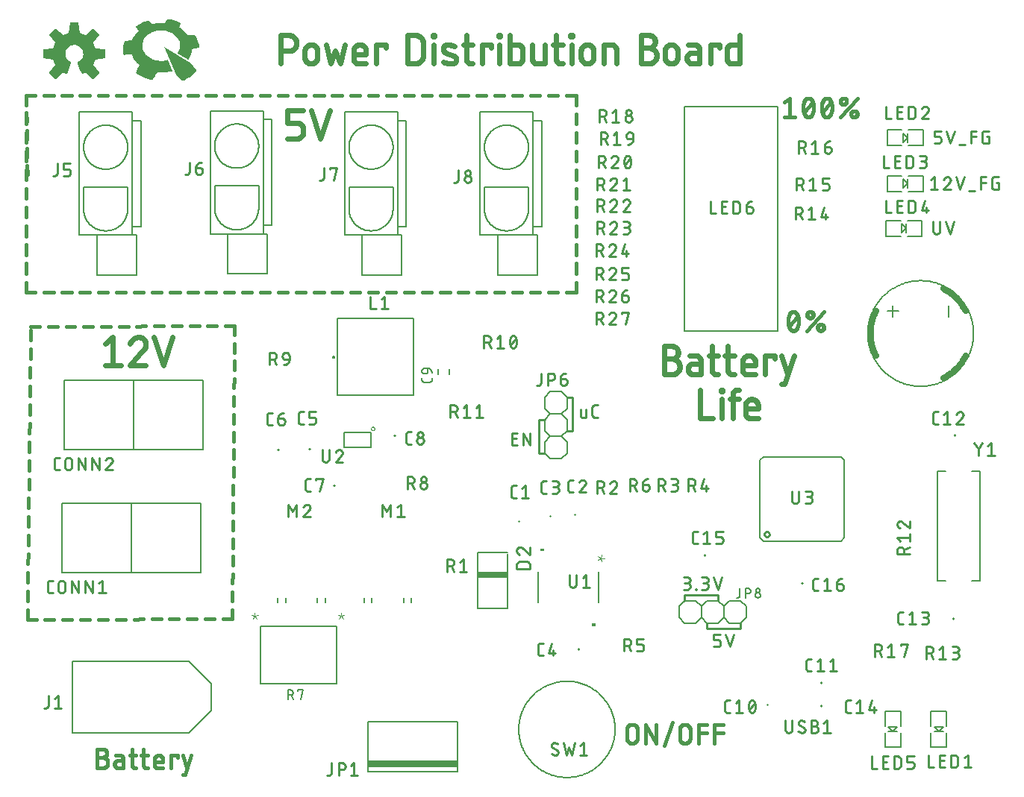
<source format=gbr>
G04 EAGLE Gerber RS-274X export*
G75*
%MOMM*%
%FSLAX34Y34*%
%LPD*%
%INSilkscreen Top*%
%IPPOS*%
%AMOC8*
5,1,8,0,0,1.08239X$1,22.5*%
G01*
%ADD10C,0.254000*%
%ADD11C,0.381000*%
%ADD12C,0.406400*%
%ADD13C,0.584200*%
%ADD14C,0.127000*%
%ADD15C,0.203200*%
%ADD16R,10.160000X0.635000*%
%ADD17C,0.152400*%
%ADD18C,0.076200*%
%ADD19C,0.000000*%
%ADD20C,0.635000*%
%ADD21C,0.101600*%
%ADD22C,0.279400*%

G36*
X148196Y811541D02*
X148196Y811541D01*
X148197Y811541D01*
X148326Y811562D01*
X148471Y811595D01*
X148616Y811635D01*
X148617Y811635D01*
X148701Y811662D01*
X148784Y811688D01*
X148785Y811688D01*
X148870Y811715D01*
X148953Y811741D01*
X148955Y811743D01*
X148956Y811743D01*
X150146Y813739D01*
X150741Y814736D01*
X151335Y815733D01*
X152543Y817752D01*
X153283Y818968D01*
X153666Y819565D01*
X153805Y819721D01*
X153890Y819716D01*
X154062Y819702D01*
X154291Y819682D01*
X154555Y819657D01*
X155931Y819561D01*
X157497Y819509D01*
X159108Y819506D01*
X160614Y819552D01*
X162503Y819697D01*
X162504Y819697D01*
X164436Y819934D01*
X166365Y820257D01*
X168242Y820660D01*
X169004Y820854D01*
X169860Y821086D01*
X170566Y821289D01*
X170567Y821289D01*
X170880Y821395D01*
X170881Y821398D01*
X170883Y821400D01*
X170885Y821421D01*
X170884Y821422D01*
X170885Y821422D01*
X170876Y821464D01*
X170876Y821465D01*
X170858Y821522D01*
X170832Y821588D01*
X170607Y822127D01*
X170046Y823472D01*
X169233Y825419D01*
X168254Y827765D01*
X167277Y830102D01*
X166471Y832022D01*
X165920Y833326D01*
X165706Y833816D01*
X165703Y833817D01*
X165702Y833819D01*
X165659Y833828D01*
X165658Y833827D01*
X165658Y833828D01*
X165568Y833819D01*
X165567Y833819D01*
X165437Y833793D01*
X165271Y833749D01*
X164524Y833558D01*
X163674Y833370D01*
X162794Y833202D01*
X161958Y833067D01*
X160387Y832905D01*
X160378Y832905D01*
X160256Y832900D01*
X160134Y832895D01*
X160133Y832895D01*
X160012Y832890D01*
X160011Y832890D01*
X159890Y832885D01*
X159889Y832885D01*
X159767Y832880D01*
X159645Y832875D01*
X159523Y832870D01*
X159522Y832870D01*
X159401Y832865D01*
X159400Y832865D01*
X159279Y832860D01*
X159278Y832860D01*
X159156Y832855D01*
X159034Y832850D01*
X158912Y832845D01*
X158911Y832845D01*
X158790Y832840D01*
X158789Y832840D01*
X158690Y832836D01*
X158414Y832840D01*
X158412Y832840D01*
X158074Y832845D01*
X158072Y832845D01*
X157734Y832850D01*
X157732Y832850D01*
X157394Y832855D01*
X157392Y832855D01*
X157054Y832860D01*
X157052Y832860D01*
X156979Y832861D01*
X156927Y832865D01*
X156861Y832870D01*
X156729Y832880D01*
X156662Y832885D01*
X156596Y832890D01*
X156530Y832895D01*
X156464Y832900D01*
X156397Y832905D01*
X156265Y832915D01*
X156199Y832920D01*
X156133Y832925D01*
X156132Y832925D01*
X156066Y832929D01*
X156000Y832934D01*
X155934Y832939D01*
X155868Y832944D01*
X155801Y832949D01*
X155669Y832959D01*
X155603Y832964D01*
X155536Y832969D01*
X155470Y832974D01*
X155404Y832979D01*
X155367Y832982D01*
X152204Y833535D01*
X149191Y834462D01*
X146375Y835745D01*
X143806Y837367D01*
X142650Y838288D01*
X141566Y839297D01*
X140582Y840365D01*
X139723Y841468D01*
X138201Y844080D01*
X137246Y846806D01*
X136865Y849619D01*
X136868Y849659D01*
X136870Y849693D01*
X136873Y849733D01*
X136878Y849808D01*
X136881Y849847D01*
X136883Y849882D01*
X136886Y849922D01*
X136889Y849957D01*
X136891Y849996D01*
X136891Y849997D01*
X136894Y850036D01*
X136897Y850071D01*
X136899Y850111D01*
X136902Y850146D01*
X136905Y850185D01*
X136907Y850225D01*
X136910Y850260D01*
X136913Y850300D01*
X136915Y850334D01*
X136918Y850374D01*
X136921Y850414D01*
X136923Y850449D01*
X136926Y850488D01*
X136928Y850523D01*
X136931Y850563D01*
X136934Y850603D01*
X136936Y850637D01*
X136939Y850677D01*
X136942Y850712D01*
X136944Y850752D01*
X136947Y850791D01*
X136947Y850792D01*
X136950Y850826D01*
X136952Y850866D01*
X136955Y850901D01*
X136958Y850941D01*
X136960Y850980D01*
X136963Y851015D01*
X136966Y851055D01*
X136968Y851090D01*
X136971Y851129D01*
X136974Y851169D01*
X136976Y851204D01*
X136979Y851244D01*
X136981Y851278D01*
X136984Y851318D01*
X136989Y851393D01*
X136992Y851432D01*
X136994Y851467D01*
X136997Y851507D01*
X137000Y851542D01*
X137002Y851581D01*
X137002Y851582D01*
X137005Y851621D01*
X137008Y851656D01*
X137010Y851696D01*
X137013Y851731D01*
X137016Y851770D01*
X137018Y851810D01*
X137021Y851845D01*
X137024Y851885D01*
X137026Y851919D01*
X137029Y851959D01*
X137032Y851999D01*
X137034Y852034D01*
X137037Y852073D01*
X137039Y852108D01*
X137042Y852148D01*
X137045Y852188D01*
X137047Y852222D01*
X137047Y852223D01*
X137050Y852262D01*
X137052Y852297D01*
X137053Y852297D01*
X137052Y852297D01*
X137055Y852337D01*
X137058Y852377D01*
X137060Y852411D01*
X137061Y852411D01*
X137060Y852411D01*
X137063Y852451D01*
X137066Y852486D01*
X137066Y852489D01*
X137274Y853483D01*
X137559Y854467D01*
X137923Y855450D01*
X138367Y856438D01*
X140775Y860041D01*
X144115Y863042D01*
X148239Y865338D01*
X152999Y866825D01*
X153936Y867001D01*
X154898Y867143D01*
X155912Y867254D01*
X157008Y867338D01*
X158937Y867369D01*
X160971Y867234D01*
X163029Y866942D01*
X165029Y866502D01*
X167717Y865622D01*
X170250Y864447D01*
X172567Y863011D01*
X174605Y861346D01*
X176589Y859164D01*
X178107Y856792D01*
X179149Y854248D01*
X179706Y851555D01*
X179747Y850957D01*
X179764Y850198D01*
X179757Y849430D01*
X179756Y849416D01*
X179754Y849377D01*
X179753Y849352D01*
X179751Y849312D01*
X179749Y849272D01*
X179747Y849247D01*
X179745Y849208D01*
X179743Y849168D01*
X179742Y849143D01*
X179740Y849103D01*
X179736Y849039D01*
X179734Y848999D01*
X179733Y848974D01*
X179731Y848934D01*
X179729Y848895D01*
X179728Y848870D01*
X179727Y848870D01*
X179728Y848870D01*
X179725Y848830D01*
X179724Y848805D01*
X179720Y848780D01*
X179719Y848775D01*
X179719Y848770D01*
X179718Y848770D01*
X179719Y848770D01*
X179718Y848766D01*
X179718Y848765D01*
X179717Y848761D01*
X179717Y848760D01*
X179716Y848756D01*
X179715Y848751D01*
X179710Y848716D01*
X179709Y848711D01*
X179708Y848706D01*
X179707Y848701D01*
X179706Y848696D01*
X179706Y848691D01*
X179705Y848686D01*
X179699Y848651D01*
X179698Y848646D01*
X179697Y848641D01*
X179697Y848636D01*
X179696Y848631D01*
X179695Y848626D01*
X179689Y848592D01*
X179689Y848587D01*
X179688Y848582D01*
X179687Y848577D01*
X179686Y848572D01*
X179685Y848567D01*
X179684Y848562D01*
X179679Y848527D01*
X179678Y848522D01*
X179677Y848517D01*
X179676Y848512D01*
X179676Y848507D01*
X179675Y848502D01*
X179674Y848497D01*
X179668Y848462D01*
X179667Y848457D01*
X179667Y848452D01*
X179666Y848448D01*
X179666Y848447D01*
X179665Y848443D01*
X179665Y848442D01*
X179664Y848438D01*
X179659Y848403D01*
X179658Y848398D01*
X179657Y848393D01*
X179656Y848388D01*
X179655Y848383D01*
X179655Y848378D01*
X179654Y848378D01*
X179655Y848378D01*
X179654Y848373D01*
X179648Y848338D01*
X179647Y848333D01*
X179646Y848328D01*
X179646Y848323D01*
X179645Y848318D01*
X179644Y848313D01*
X179643Y848308D01*
X179638Y848274D01*
X179637Y848274D01*
X179637Y848269D01*
X179636Y848264D01*
X179635Y848259D01*
X179634Y848254D01*
X179633Y848249D01*
X179628Y848214D01*
X179627Y848209D01*
X179626Y848204D01*
X179625Y848199D01*
X179625Y848194D01*
X179624Y848189D01*
X179623Y848184D01*
X179617Y848149D01*
X179616Y848144D01*
X179616Y848139D01*
X179615Y848134D01*
X179614Y848130D01*
X179614Y848129D01*
X179613Y848125D01*
X179613Y848124D01*
X179612Y848120D01*
X179607Y848085D01*
X179606Y848080D01*
X179605Y848075D01*
X179604Y848070D01*
X179603Y848065D01*
X179603Y848060D01*
X179596Y848020D01*
X179595Y848015D01*
X179595Y848010D01*
X179594Y848005D01*
X179593Y848000D01*
X179592Y847995D01*
X179586Y847961D01*
X179586Y847956D01*
X179585Y847951D01*
X179584Y847946D01*
X179583Y847941D01*
X179582Y847936D01*
X179582Y847931D01*
X179576Y847896D01*
X179575Y847891D01*
X179574Y847886D01*
X179574Y847881D01*
X179573Y847881D01*
X179574Y847881D01*
X179573Y847876D01*
X179572Y847871D01*
X179565Y847831D01*
X179565Y847826D01*
X179564Y847821D01*
X179563Y847816D01*
X179562Y847812D01*
X179562Y847811D01*
X179561Y847807D01*
X179561Y847806D01*
X179556Y847772D01*
X179555Y847767D01*
X179554Y847762D01*
X179553Y847757D01*
X179552Y847752D01*
X179552Y847747D01*
X179551Y847742D01*
X179545Y847707D01*
X179544Y847702D01*
X179544Y847697D01*
X179543Y847692D01*
X179542Y847687D01*
X179541Y847682D01*
X179540Y847677D01*
X179535Y847643D01*
X179534Y847638D01*
X179533Y847633D01*
X179532Y847628D01*
X179531Y847623D01*
X179531Y847618D01*
X179525Y847583D01*
X179524Y847578D01*
X179523Y847573D01*
X179522Y847568D01*
X179522Y847563D01*
X179521Y847558D01*
X179520Y847553D01*
X179514Y847518D01*
X179514Y847513D01*
X179513Y847508D01*
X179512Y847503D01*
X179511Y847498D01*
X179510Y847494D01*
X179510Y847493D01*
X179510Y847489D01*
X179509Y847489D01*
X179510Y847488D01*
X179504Y847454D01*
X179503Y847449D01*
X179502Y847444D01*
X179501Y847439D01*
X179501Y847434D01*
X179500Y847429D01*
X179494Y847394D01*
X179493Y847389D01*
X179493Y847384D01*
X179492Y847384D01*
X179493Y847384D01*
X179492Y847379D01*
X179491Y847374D01*
X179490Y847369D01*
X179489Y847364D01*
X179484Y847330D01*
X179484Y847329D01*
X179483Y847325D01*
X179482Y847320D01*
X179481Y847315D01*
X179480Y847310D01*
X179480Y847305D01*
X179479Y847300D01*
X179473Y847265D01*
X179472Y847260D01*
X179471Y847255D01*
X179471Y847250D01*
X179470Y847245D01*
X179469Y847240D01*
X179463Y847205D01*
X179463Y847200D01*
X179462Y847195D01*
X179461Y847190D01*
X179460Y847185D01*
X179459Y847180D01*
X179458Y847176D01*
X179458Y847175D01*
X179453Y847141D01*
X179452Y847136D01*
X179451Y847131D01*
X179450Y847126D01*
X179450Y847121D01*
X179449Y847116D01*
X179448Y847111D01*
X179442Y847076D01*
X179441Y847071D01*
X179441Y847066D01*
X179440Y847061D01*
X179439Y847056D01*
X179438Y847051D01*
X179433Y847017D01*
X179433Y847016D01*
X179432Y847012D01*
X179432Y847011D01*
X179431Y847007D01*
X179430Y847002D01*
X179429Y846997D01*
X179429Y846992D01*
X179428Y846992D01*
X179429Y846992D01*
X179428Y846987D01*
X179422Y846952D01*
X179421Y846947D01*
X179420Y846942D01*
X179420Y846937D01*
X179419Y846932D01*
X179418Y846928D01*
X178854Y845082D01*
X178042Y843290D01*
X176991Y841579D01*
X176823Y841334D01*
X176727Y841177D01*
X176727Y841176D01*
X176726Y841176D01*
X176690Y841085D01*
X176691Y841084D01*
X176690Y841084D01*
X176691Y841083D01*
X176690Y841082D01*
X176704Y841036D01*
X176706Y841034D01*
X176706Y841033D01*
X177203Y840740D01*
X177204Y840740D01*
X178517Y839983D01*
X180447Y838875D01*
X182793Y837532D01*
X184302Y836669D01*
X185809Y835807D01*
X188825Y834083D01*
X188826Y834083D01*
X188827Y834082D01*
X188829Y834084D01*
X188830Y834084D01*
X188831Y834084D01*
X188851Y834108D01*
X188871Y834133D01*
X188891Y834157D01*
X188911Y834182D01*
X189145Y834530D01*
X189521Y835139D01*
X189930Y835828D01*
X189930Y835829D01*
X190263Y836419D01*
X190726Y837335D01*
X190727Y837335D01*
X191188Y838336D01*
X191595Y839304D01*
X191895Y840119D01*
X191895Y840120D01*
X192172Y841007D01*
X192409Y841848D01*
X192606Y842646D01*
X192767Y843406D01*
X192767Y843408D01*
X192770Y843423D01*
X192772Y843438D01*
X192775Y843453D01*
X192777Y843468D01*
X192778Y843472D01*
X192778Y843473D01*
X192780Y843482D01*
X192781Y843487D01*
X192782Y843497D01*
X192783Y843502D01*
X192785Y843512D01*
X192786Y843517D01*
X192787Y843527D01*
X192788Y843532D01*
X192790Y843542D01*
X192791Y843547D01*
X192793Y843562D01*
X192796Y843577D01*
X192798Y843592D01*
X192801Y843607D01*
X192803Y843622D01*
X192806Y843636D01*
X192806Y843637D01*
X192808Y843651D01*
X192809Y843656D01*
X192811Y843666D01*
X192811Y843671D01*
X192813Y843681D01*
X192814Y843686D01*
X192816Y843696D01*
X192816Y843701D01*
X192818Y843711D01*
X192819Y843716D01*
X192821Y843726D01*
X192821Y843731D01*
X192824Y843746D01*
X192826Y843761D01*
X192829Y843776D01*
X192831Y843790D01*
X192831Y843791D01*
X192834Y843805D01*
X192836Y843820D01*
X192837Y843825D01*
X192839Y843835D01*
X192840Y843840D01*
X192841Y843850D01*
X192842Y843855D01*
X192844Y843865D01*
X192845Y843870D01*
X192846Y843880D01*
X192847Y843885D01*
X192849Y843895D01*
X192850Y843900D01*
X192852Y843915D01*
X192855Y843930D01*
X192857Y843945D01*
X192860Y843959D01*
X192862Y843974D01*
X192865Y843989D01*
X192867Y844004D01*
X192868Y844008D01*
X192971Y844720D01*
X192973Y844740D01*
X192974Y844744D01*
X192974Y844745D01*
X192976Y844759D01*
X192976Y844764D01*
X192977Y844769D01*
X192979Y844784D01*
X192980Y844789D01*
X192982Y844809D01*
X192983Y844814D01*
X192985Y844834D01*
X192986Y844839D01*
X192988Y844854D01*
X192988Y844859D01*
X192989Y844864D01*
X192991Y844879D01*
X192991Y844884D01*
X192994Y844903D01*
X192994Y844904D01*
X192994Y844908D01*
X192994Y844909D01*
X192997Y844928D01*
X192997Y844933D01*
X192999Y844948D01*
X193000Y844953D01*
X193001Y844958D01*
X193002Y844973D01*
X193003Y844978D01*
X193005Y844998D01*
X193006Y844998D01*
X193005Y844998D01*
X193006Y845003D01*
X193009Y845023D01*
X193009Y845028D01*
X193011Y845043D01*
X193012Y845048D01*
X193012Y845053D01*
X193014Y845067D01*
X193014Y845068D01*
X193015Y845072D01*
X193017Y845092D01*
X193018Y845097D01*
X193020Y845117D01*
X193021Y845122D01*
X193023Y845137D01*
X193023Y845142D01*
X193024Y845147D01*
X193026Y845162D01*
X193027Y845167D01*
X193029Y845187D01*
X193030Y845192D01*
X193032Y845212D01*
X193033Y845217D01*
X193035Y845231D01*
X193035Y845236D01*
X193036Y845241D01*
X193038Y845256D01*
X193038Y845261D01*
X193039Y845266D01*
X193041Y845281D01*
X193041Y845286D01*
X193044Y845306D01*
X193044Y845311D01*
X193046Y845326D01*
X193047Y845331D01*
X193048Y845336D01*
X193049Y845351D01*
X193050Y845356D01*
X193051Y845361D01*
X193052Y845376D01*
X193053Y845376D01*
X193052Y845376D01*
X193053Y845380D01*
X193053Y845381D01*
X193056Y845400D01*
X193056Y845405D01*
X193058Y845419D01*
X193058Y845420D01*
X193112Y845980D01*
X193114Y846002D01*
X193117Y846036D01*
X193120Y846071D01*
X193131Y846205D01*
X193132Y846210D01*
X193133Y846220D01*
X193134Y846220D01*
X193133Y846220D01*
X193135Y846230D01*
X193137Y846240D01*
X193138Y846250D01*
X193139Y846255D01*
X193140Y846260D01*
X193141Y846265D01*
X193141Y846270D01*
X193142Y846275D01*
X193143Y846280D01*
X193144Y846285D01*
X193145Y846290D01*
X193145Y846295D01*
X193146Y846300D01*
X193147Y846305D01*
X193148Y846310D01*
X193149Y846315D01*
X193149Y846320D01*
X193150Y846325D01*
X193151Y846330D01*
X193152Y846334D01*
X193183Y846399D01*
X193230Y846428D01*
X193552Y846489D01*
X194365Y846629D01*
X195544Y846829D01*
X196968Y847066D01*
X198404Y847305D01*
X199616Y847507D01*
X200478Y847652D01*
X200861Y847718D01*
X201000Y847749D01*
X201001Y847750D01*
X201001Y847749D01*
X201091Y847790D01*
X201092Y847792D01*
X201093Y847792D01*
X201163Y847863D01*
X201243Y847985D01*
X201277Y848040D01*
X201310Y848095D01*
X201344Y848149D01*
X201378Y848204D01*
X201378Y848206D01*
X201379Y848207D01*
X201372Y848398D01*
X201364Y848590D01*
X201358Y848782D01*
X201351Y848973D01*
X201164Y851124D01*
X201164Y851125D01*
X200765Y853227D01*
X200154Y855287D01*
X200153Y855288D01*
X200154Y855288D01*
X199328Y857315D01*
X199327Y857315D01*
X198833Y858318D01*
X198289Y859313D01*
X198289Y859314D01*
X197708Y860276D01*
X197105Y861181D01*
X196837Y861557D01*
X196661Y861780D01*
X196660Y861780D01*
X196660Y861781D01*
X196514Y861919D01*
X196340Y862039D01*
X196228Y862111D01*
X196173Y862147D01*
X196117Y862183D01*
X196115Y862183D01*
X196114Y862184D01*
X195969Y862181D01*
X195968Y862181D01*
X195968Y862180D01*
X195762Y862176D01*
X195760Y862176D01*
X195554Y862171D01*
X195553Y862171D01*
X195347Y862166D01*
X195346Y862166D01*
X195279Y862164D01*
X195146Y862161D01*
X195145Y862161D01*
X194948Y862156D01*
X194947Y862156D01*
X194751Y862151D01*
X194750Y862151D01*
X194553Y862146D01*
X194552Y862146D01*
X194356Y862141D01*
X194355Y862141D01*
X194158Y862136D01*
X194157Y862136D01*
X193961Y862131D01*
X193959Y862131D01*
X193763Y862126D01*
X193762Y862126D01*
X193609Y862122D01*
X193565Y862121D01*
X193564Y862121D01*
X193368Y862116D01*
X193367Y862116D01*
X193171Y862111D01*
X193170Y862111D01*
X192973Y862106D01*
X192972Y862106D01*
X192776Y862101D01*
X192775Y862101D01*
X192581Y862096D01*
X192580Y862096D01*
X192385Y862091D01*
X192384Y862091D01*
X192190Y862086D01*
X192189Y862086D01*
X191995Y862081D01*
X191993Y862081D01*
X191799Y862076D01*
X191798Y862076D01*
X191604Y862071D01*
X191603Y862071D01*
X191438Y862067D01*
X191410Y862066D01*
X191409Y862066D01*
X191228Y862061D01*
X191227Y862061D01*
X191046Y862056D01*
X191045Y862056D01*
X190864Y862051D01*
X190863Y862051D01*
X190682Y862046D01*
X190681Y862046D01*
X190501Y862041D01*
X190499Y862041D01*
X190319Y862036D01*
X190318Y862036D01*
X190317Y862036D01*
X190266Y862035D01*
X190146Y862031D01*
X189978Y862026D01*
X189811Y862022D01*
X189810Y862022D01*
X189810Y862021D01*
X189643Y862017D01*
X189642Y862017D01*
X189475Y862012D01*
X189474Y862012D01*
X189387Y862009D01*
X189318Y862007D01*
X189317Y862007D01*
X189174Y862002D01*
X189031Y861997D01*
X189030Y861997D01*
X188924Y861993D01*
X188900Y861992D01*
X188809Y861987D01*
X188796Y861986D01*
X188706Y861982D01*
X188705Y861982D01*
X188668Y861980D01*
X188609Y861977D01*
X188540Y861973D01*
X188515Y861972D01*
X188414Y861967D01*
X188278Y862142D01*
X188141Y862320D01*
X188003Y862497D01*
X187865Y862675D01*
X185997Y864851D01*
X185996Y864851D01*
X185996Y864852D01*
X183890Y866881D01*
X181586Y868728D01*
X179125Y870355D01*
X178931Y870475D01*
X178771Y870582D01*
X178663Y870663D01*
X178625Y870704D01*
X178635Y870749D01*
X178663Y870840D01*
X178705Y870964D01*
X178756Y871105D01*
X178831Y871313D01*
X178942Y871618D01*
X179072Y871979D01*
X179207Y872355D01*
X179365Y872796D01*
X179559Y873335D01*
X179764Y873904D01*
X179956Y874435D01*
X180063Y874730D01*
X180170Y875027D01*
X180384Y875619D01*
X180383Y875620D01*
X180384Y875620D01*
X180383Y875622D01*
X180383Y875624D01*
X180345Y875671D01*
X180306Y875717D01*
X180268Y875765D01*
X180229Y875812D01*
X180124Y875920D01*
X180123Y875921D01*
X179973Y876032D01*
X179749Y876166D01*
X179748Y876166D01*
X179422Y876341D01*
X178192Y876941D01*
X178192Y876942D01*
X176807Y877553D01*
X175458Y878094D01*
X174334Y878486D01*
X174333Y878486D01*
X174195Y878529D01*
X174008Y878587D01*
X173798Y878652D01*
X173587Y878718D01*
X173586Y878718D01*
X171888Y879201D01*
X170091Y879614D01*
X168208Y879953D01*
X166255Y880215D01*
X165912Y880251D01*
X165911Y880251D01*
X165897Y880252D01*
X165814Y880257D01*
X165731Y880262D01*
X165677Y880265D01*
X165568Y880262D01*
X165507Y880260D01*
X165506Y880260D01*
X165357Y880235D01*
X165258Y880210D01*
X165257Y880210D01*
X165164Y880179D01*
X165164Y880178D01*
X165164Y880179D01*
X165090Y880148D01*
X165090Y880147D01*
X165089Y880147D01*
X165042Y880119D01*
X165042Y880118D01*
X165041Y880118D01*
X164889Y879925D01*
X164529Y879446D01*
X164014Y878754D01*
X163398Y877920D01*
X163005Y877387D01*
X162219Y876319D01*
X161828Y875788D01*
X161796Y875790D01*
X161795Y875790D01*
X161740Y875793D01*
X161716Y875795D01*
X161651Y875800D01*
X161586Y875805D01*
X161558Y875807D01*
X161516Y875810D01*
X161468Y875813D01*
X161432Y875815D01*
X161331Y875820D01*
X161230Y875825D01*
X161229Y875825D01*
X161128Y875830D01*
X161027Y875835D01*
X160926Y875840D01*
X160925Y875840D01*
X160824Y875845D01*
X160723Y875850D01*
X160622Y875854D01*
X160622Y875855D01*
X160621Y875855D01*
X160521Y875859D01*
X160520Y875859D01*
X160419Y875864D01*
X160318Y875869D01*
X160217Y875874D01*
X160216Y875874D01*
X160115Y875879D01*
X160014Y875884D01*
X159913Y875889D01*
X159912Y875889D01*
X159898Y875890D01*
X159634Y875894D01*
X159632Y875894D01*
X159325Y875899D01*
X159324Y875899D01*
X159017Y875904D01*
X159015Y875904D01*
X158708Y875909D01*
X158706Y875909D01*
X158400Y875914D01*
X158398Y875914D01*
X158221Y875917D01*
X158020Y875914D01*
X158018Y875914D01*
X157670Y875909D01*
X157668Y875909D01*
X157667Y875909D01*
X157319Y875904D01*
X157317Y875904D01*
X156968Y875899D01*
X156966Y875899D01*
X156618Y875894D01*
X156616Y875894D01*
X156598Y875894D01*
X156509Y875889D01*
X156415Y875884D01*
X156414Y875884D01*
X156320Y875879D01*
X156226Y875874D01*
X156132Y875869D01*
X156038Y875864D01*
X156037Y875864D01*
X155944Y875859D01*
X155943Y875859D01*
X155849Y875855D01*
X155849Y875854D01*
X155755Y875850D01*
X155661Y875845D01*
X155567Y875840D01*
X155566Y875840D01*
X155473Y875835D01*
X155472Y875835D01*
X155378Y875830D01*
X155284Y875825D01*
X155195Y875820D01*
X153564Y875663D01*
X153563Y875663D01*
X151971Y875454D01*
X150437Y875198D01*
X148982Y874896D01*
X148679Y874826D01*
X148418Y874766D01*
X148226Y874722D01*
X148135Y874701D01*
X147962Y874799D01*
X147374Y875271D01*
X146102Y876346D01*
X143873Y878248D01*
X143729Y878365D01*
X143619Y878432D01*
X143618Y878432D01*
X143617Y878433D01*
X143501Y878468D01*
X143340Y878487D01*
X143339Y878487D01*
X143312Y878488D01*
X143171Y878493D01*
X143170Y878493D01*
X143168Y878493D01*
X142987Y878475D01*
X142986Y878475D01*
X142740Y878422D01*
X142373Y878325D01*
X140621Y877809D01*
X140620Y877809D01*
X138993Y877241D01*
X137401Y876589D01*
X137401Y876588D01*
X137401Y876589D01*
X135758Y875819D01*
X135758Y875818D01*
X134249Y875032D01*
X134248Y875032D01*
X132868Y874222D01*
X131558Y873353D01*
X130260Y872388D01*
X129942Y872134D01*
X129732Y871952D01*
X129732Y871951D01*
X129731Y871951D01*
X129601Y871812D01*
X129524Y871692D01*
X129524Y871691D01*
X129498Y871640D01*
X129473Y871590D01*
X129447Y871540D01*
X129422Y871490D01*
X129422Y871488D01*
X129422Y871487D01*
X129422Y871485D01*
X129819Y870918D01*
X130216Y870353D01*
X131010Y869221D01*
X131631Y868336D01*
X132145Y867602D01*
X132500Y867094D01*
X132641Y866892D01*
X132647Y866849D01*
X132607Y866783D01*
X132510Y866681D01*
X132344Y866529D01*
X131753Y865970D01*
X131752Y865970D01*
X130997Y865208D01*
X130997Y865207D01*
X130246Y864418D01*
X129667Y863771D01*
X128350Y862107D01*
X127201Y860419D01*
X127201Y860418D01*
X126213Y858696D01*
X125382Y856935D01*
X125381Y856935D01*
X125305Y856758D01*
X125239Y856609D01*
X125188Y856503D01*
X125162Y856458D01*
X124836Y856399D01*
X123964Y856259D01*
X122682Y856061D01*
X121123Y855825D01*
X120121Y855674D01*
X119118Y855524D01*
X118116Y855373D01*
X117114Y855223D01*
X117113Y855222D01*
X117112Y855222D01*
X117054Y855171D01*
X116995Y855121D01*
X116879Y855019D01*
X116743Y854892D01*
X116743Y854891D01*
X116742Y854891D01*
X116642Y854754D01*
X116642Y854753D01*
X116540Y854538D01*
X116539Y854538D01*
X116396Y854179D01*
X115742Y852280D01*
X115742Y852279D01*
X115269Y850399D01*
X114971Y848505D01*
X114971Y848504D01*
X114971Y848497D01*
X114963Y848383D01*
X114962Y848368D01*
X114954Y848254D01*
X114953Y848239D01*
X114952Y848224D01*
X114945Y848110D01*
X114944Y848095D01*
X114943Y848080D01*
X114936Y847980D01*
X114935Y847966D01*
X114935Y847965D01*
X114934Y847951D01*
X114926Y847836D01*
X114925Y847821D01*
X114924Y847807D01*
X114924Y847806D01*
X114917Y847692D01*
X114916Y847677D01*
X114908Y847563D01*
X114907Y847548D01*
X114906Y847533D01*
X114898Y847419D01*
X114897Y847404D01*
X114890Y847290D01*
X114889Y847275D01*
X114888Y847260D01*
X114880Y847146D01*
X114879Y847131D01*
X114878Y847116D01*
X114871Y847016D01*
X114870Y847002D01*
X114869Y846987D01*
X114862Y846872D01*
X114861Y846858D01*
X114861Y846857D01*
X114860Y846843D01*
X114852Y846728D01*
X114851Y846713D01*
X114843Y846599D01*
X114842Y846584D01*
X114841Y846569D01*
X114841Y846564D01*
X114853Y845194D01*
X114954Y843834D01*
X114954Y843833D01*
X115147Y842478D01*
X115431Y841123D01*
X115580Y840529D01*
X115686Y840190D01*
X115687Y840189D01*
X115793Y840002D01*
X115794Y840001D01*
X115794Y840000D01*
X115941Y839859D01*
X115994Y839815D01*
X116046Y839771D01*
X116152Y839683D01*
X116154Y839683D01*
X116155Y839682D01*
X116536Y839693D01*
X116917Y839705D01*
X117299Y839717D01*
X117680Y839728D01*
X118463Y839751D01*
X119466Y839780D01*
X120560Y839810D01*
X121616Y839838D01*
X122583Y839864D01*
X123433Y839890D01*
X124074Y839911D01*
X124415Y839925D01*
X124513Y839931D01*
X124610Y839938D01*
X124801Y839950D01*
X124843Y839833D01*
X125816Y837538D01*
X125817Y837538D01*
X127004Y835337D01*
X127004Y835336D01*
X128399Y833242D01*
X129994Y831265D01*
X130708Y830499D01*
X130708Y830498D01*
X131570Y829637D01*
X131571Y829637D01*
X132476Y828784D01*
X133312Y828046D01*
X133171Y827723D01*
X132760Y826855D01*
X132142Y825578D01*
X131381Y824023D01*
X130890Y823023D01*
X130398Y822023D01*
X129907Y821024D01*
X129415Y820024D01*
X129415Y820022D01*
X129415Y820021D01*
X129414Y820020D01*
X129437Y819959D01*
X129459Y819898D01*
X129505Y819776D01*
X129545Y819674D01*
X129587Y819576D01*
X129588Y819576D01*
X129627Y819493D01*
X129658Y819437D01*
X129659Y819436D01*
X129659Y819435D01*
X129940Y819172D01*
X130530Y818694D01*
X131265Y818128D01*
X131981Y817604D01*
X135324Y815540D01*
X135325Y815540D01*
X135325Y815539D01*
X138944Y813861D01*
X138944Y813862D01*
X138944Y813861D01*
X142816Y812578D01*
X142817Y812578D01*
X146917Y811700D01*
X147320Y811638D01*
X147678Y811585D01*
X147950Y811549D01*
X147951Y811549D01*
X148100Y811534D01*
X148196Y811541D01*
G37*
G36*
X81323Y812426D02*
X81323Y812426D01*
X81431Y812436D01*
X81444Y812442D01*
X81458Y812444D01*
X81555Y812492D01*
X81654Y812537D01*
X81667Y812548D01*
X81676Y812552D01*
X81691Y812568D01*
X81768Y812630D01*
X87800Y818662D01*
X87850Y818733D01*
X87855Y818738D01*
X87857Y818741D01*
X87863Y818750D01*
X87929Y818836D01*
X87934Y818849D01*
X87942Y818861D01*
X87973Y818964D01*
X88009Y819067D01*
X88009Y819081D01*
X88013Y819094D01*
X88009Y819202D01*
X88010Y819311D01*
X88005Y819324D01*
X88005Y819338D01*
X87967Y819440D01*
X87932Y819542D01*
X87923Y819557D01*
X87919Y819566D01*
X87905Y819583D01*
X87851Y819665D01*
X80997Y828071D01*
X82035Y829957D01*
X82043Y829979D01*
X82071Y830031D01*
X83088Y832487D01*
X83094Y832510D01*
X83116Y832565D01*
X83715Y834633D01*
X94505Y835730D01*
X94609Y835758D01*
X94715Y835783D01*
X94727Y835790D01*
X94740Y835793D01*
X94830Y835854D01*
X94923Y835911D01*
X94931Y835922D01*
X94943Y835930D01*
X95009Y836016D01*
X95078Y836100D01*
X95082Y836113D01*
X95091Y836124D01*
X95125Y836227D01*
X95164Y836328D01*
X95165Y836346D01*
X95169Y836355D01*
X95169Y836377D01*
X95178Y836475D01*
X95178Y845005D01*
X95161Y845112D01*
X95147Y845220D01*
X95141Y845232D01*
X95139Y845246D01*
X95087Y845342D01*
X95040Y845439D01*
X95030Y845449D01*
X95024Y845461D01*
X94944Y845535D01*
X94868Y845612D01*
X94856Y845618D01*
X94846Y845628D01*
X94747Y845673D01*
X94650Y845721D01*
X94632Y845725D01*
X94623Y845729D01*
X94602Y845731D01*
X94505Y845750D01*
X83715Y846847D01*
X83116Y848915D01*
X83105Y848936D01*
X83088Y848993D01*
X82295Y850909D01*
X82071Y851449D01*
X82058Y851469D01*
X82035Y851523D01*
X80997Y853409D01*
X87851Y861815D01*
X87905Y861909D01*
X87962Y862001D01*
X87965Y862014D01*
X87972Y862026D01*
X87993Y862133D01*
X88018Y862238D01*
X88016Y862252D01*
X88019Y862266D01*
X88004Y862373D01*
X87994Y862481D01*
X87988Y862494D01*
X87986Y862508D01*
X87938Y862605D01*
X87893Y862704D01*
X87882Y862717D01*
X87878Y862726D01*
X87862Y862741D01*
X87800Y862818D01*
X81768Y868850D01*
X81680Y868913D01*
X81594Y868979D01*
X81581Y868984D01*
X81569Y868992D01*
X81466Y869023D01*
X81363Y869059D01*
X81349Y869059D01*
X81336Y869063D01*
X81228Y869059D01*
X81119Y869060D01*
X81106Y869055D01*
X81092Y869055D01*
X80990Y869017D01*
X80888Y868982D01*
X80873Y868973D01*
X80864Y868969D01*
X80847Y868955D01*
X80765Y868901D01*
X72359Y862047D01*
X70473Y863085D01*
X70451Y863093D01*
X70399Y863121D01*
X67943Y864138D01*
X67920Y864144D01*
X67865Y864166D01*
X65797Y864765D01*
X64700Y875555D01*
X64672Y875659D01*
X64647Y875765D01*
X64640Y875777D01*
X64637Y875790D01*
X64576Y875880D01*
X64519Y875973D01*
X64508Y875981D01*
X64500Y875993D01*
X64414Y876059D01*
X64330Y876128D01*
X64317Y876132D01*
X64306Y876141D01*
X64203Y876175D01*
X64102Y876214D01*
X64084Y876215D01*
X64075Y876219D01*
X64053Y876219D01*
X63955Y876228D01*
X55425Y876228D01*
X55318Y876211D01*
X55210Y876197D01*
X55198Y876191D01*
X55184Y876189D01*
X55088Y876137D01*
X54991Y876090D01*
X54981Y876080D01*
X54969Y876074D01*
X54895Y875994D01*
X54818Y875918D01*
X54812Y875906D01*
X54802Y875896D01*
X54757Y875797D01*
X54709Y875700D01*
X54705Y875682D01*
X54701Y875673D01*
X54699Y875652D01*
X54680Y875555D01*
X53583Y864765D01*
X51515Y864166D01*
X51494Y864155D01*
X51437Y864138D01*
X48981Y863121D01*
X48961Y863108D01*
X48907Y863085D01*
X47021Y862047D01*
X38615Y868901D01*
X38521Y868955D01*
X38429Y869012D01*
X38416Y869015D01*
X38404Y869022D01*
X38297Y869043D01*
X38192Y869068D01*
X38178Y869066D01*
X38164Y869069D01*
X38057Y869054D01*
X37949Y869044D01*
X37936Y869038D01*
X37923Y869036D01*
X37825Y868988D01*
X37726Y868943D01*
X37713Y868932D01*
X37704Y868928D01*
X37689Y868912D01*
X37612Y868850D01*
X31580Y862818D01*
X31517Y862730D01*
X31451Y862644D01*
X31446Y862631D01*
X31438Y862619D01*
X31407Y862516D01*
X31371Y862413D01*
X31371Y862399D01*
X31367Y862386D01*
X31371Y862278D01*
X31370Y862169D01*
X31375Y862156D01*
X31375Y862142D01*
X31413Y862040D01*
X31448Y861938D01*
X31457Y861923D01*
X31461Y861914D01*
X31475Y861897D01*
X31529Y861815D01*
X38383Y853409D01*
X37345Y851523D01*
X37337Y851501D01*
X37309Y851449D01*
X36292Y848993D01*
X36286Y848970D01*
X36264Y848915D01*
X35665Y846847D01*
X24875Y845750D01*
X24771Y845722D01*
X24665Y845697D01*
X24653Y845690D01*
X24640Y845687D01*
X24550Y845626D01*
X24457Y845569D01*
X24449Y845558D01*
X24437Y845550D01*
X24371Y845464D01*
X24303Y845380D01*
X24298Y845367D01*
X24289Y845356D01*
X24255Y845253D01*
X24216Y845152D01*
X24215Y845134D01*
X24211Y845125D01*
X24212Y845103D01*
X24202Y845005D01*
X24202Y836475D01*
X24219Y836368D01*
X24233Y836260D01*
X24239Y836248D01*
X24241Y836234D01*
X24293Y836138D01*
X24340Y836041D01*
X24350Y836031D01*
X24356Y836019D01*
X24436Y835945D01*
X24512Y835868D01*
X24524Y835862D01*
X24535Y835852D01*
X24633Y835807D01*
X24730Y835759D01*
X24748Y835755D01*
X24757Y835751D01*
X24778Y835749D01*
X24875Y835730D01*
X35665Y834633D01*
X36264Y832565D01*
X36275Y832544D01*
X36292Y832487D01*
X36347Y832354D01*
X37278Y830107D01*
X37278Y830106D01*
X37309Y830031D01*
X37322Y830011D01*
X37345Y829957D01*
X38383Y828071D01*
X31529Y819665D01*
X31475Y819571D01*
X31418Y819479D01*
X31415Y819466D01*
X31408Y819454D01*
X31387Y819347D01*
X31362Y819242D01*
X31364Y819228D01*
X31361Y819214D01*
X31376Y819107D01*
X31386Y818999D01*
X31392Y818986D01*
X31394Y818973D01*
X31442Y818875D01*
X31487Y818776D01*
X31498Y818763D01*
X31502Y818754D01*
X31518Y818739D01*
X31580Y818662D01*
X37612Y812630D01*
X37700Y812567D01*
X37786Y812501D01*
X37799Y812496D01*
X37811Y812488D01*
X37914Y812457D01*
X38017Y812421D01*
X38031Y812421D01*
X38044Y812417D01*
X38152Y812421D01*
X38261Y812420D01*
X38274Y812425D01*
X38288Y812425D01*
X38390Y812463D01*
X38492Y812498D01*
X38507Y812507D01*
X38516Y812511D01*
X38533Y812525D01*
X38615Y812579D01*
X47015Y819428D01*
X48302Y818696D01*
X48321Y818689D01*
X48357Y818668D01*
X50166Y817829D01*
X50204Y817819D01*
X50240Y817800D01*
X50321Y817786D01*
X50401Y817764D01*
X50441Y817766D01*
X50480Y817760D01*
X50562Y817773D01*
X50645Y817778D01*
X50682Y817793D01*
X50721Y817799D01*
X50794Y817838D01*
X50871Y817869D01*
X50901Y817895D01*
X50937Y817914D01*
X50993Y817974D01*
X51056Y818028D01*
X51076Y818063D01*
X51104Y818092D01*
X51173Y818222D01*
X56196Y830348D01*
X56222Y830460D01*
X56251Y830572D01*
X56250Y830579D01*
X56252Y830586D01*
X56240Y830700D01*
X56231Y830815D01*
X56229Y830821D01*
X56228Y830829D01*
X56180Y830933D01*
X56135Y831039D01*
X56130Y831044D01*
X56127Y831051D01*
X56049Y831135D01*
X55972Y831220D01*
X55964Y831225D01*
X55960Y831229D01*
X55947Y831236D01*
X55848Y831301D01*
X54270Y832116D01*
X52902Y833145D01*
X51726Y834389D01*
X50775Y835813D01*
X50075Y837376D01*
X49648Y839034D01*
X49504Y840736D01*
X49684Y842642D01*
X50215Y844477D01*
X51079Y846180D01*
X52246Y847692D01*
X53675Y848959D01*
X55315Y849938D01*
X57110Y850593D01*
X58995Y850901D01*
X60904Y850853D01*
X62771Y850448D01*
X64529Y849702D01*
X66117Y848641D01*
X67480Y847302D01*
X68568Y845732D01*
X69344Y843987D01*
X69780Y842127D01*
X69862Y840219D01*
X69586Y838329D01*
X68961Y836524D01*
X68011Y834867D01*
X66768Y833416D01*
X65276Y832224D01*
X63526Y831297D01*
X63437Y831230D01*
X63347Y831165D01*
X63340Y831156D01*
X63331Y831150D01*
X63269Y831057D01*
X63204Y830967D01*
X63201Y830956D01*
X63195Y830947D01*
X63166Y830840D01*
X63133Y830734D01*
X63134Y830723D01*
X63131Y830712D01*
X63137Y830600D01*
X63141Y830490D01*
X63145Y830476D01*
X63146Y830468D01*
X63153Y830450D01*
X63184Y830348D01*
X63594Y829357D01*
X64525Y827110D01*
X64525Y827109D01*
X65456Y824862D01*
X65457Y824862D01*
X66388Y822614D01*
X67319Y820366D01*
X68207Y818222D01*
X68228Y818188D01*
X68241Y818151D01*
X68292Y818085D01*
X68336Y818015D01*
X68367Y817990D01*
X68391Y817958D01*
X68460Y817913D01*
X68524Y817860D01*
X68562Y817846D01*
X68595Y817824D01*
X68675Y817803D01*
X68753Y817774D01*
X68793Y817773D01*
X68831Y817763D01*
X68914Y817769D01*
X68996Y817766D01*
X69035Y817778D01*
X69075Y817781D01*
X69214Y817829D01*
X71023Y818668D01*
X71039Y818679D01*
X71078Y818696D01*
X72365Y819428D01*
X80765Y812579D01*
X80859Y812525D01*
X80951Y812468D01*
X80964Y812465D01*
X80976Y812458D01*
X81083Y812437D01*
X81188Y812412D01*
X81202Y812414D01*
X81216Y812411D01*
X81323Y812426D01*
G37*
G36*
X183005Y810256D02*
X183005Y810256D01*
X183005Y810255D01*
X183120Y810285D01*
X183121Y810285D01*
X183365Y810369D01*
X183701Y810496D01*
X184094Y810652D01*
X184094Y810653D01*
X188206Y812641D01*
X188207Y812641D01*
X191884Y815084D01*
X195091Y817954D01*
X195091Y817955D01*
X195092Y817955D01*
X197795Y821225D01*
X198045Y821581D01*
X198170Y821760D01*
X198296Y821938D01*
X198296Y821940D01*
X198297Y821941D01*
X198299Y821976D01*
X198301Y822010D01*
X198302Y822024D01*
X198308Y822095D01*
X198309Y822107D01*
X198311Y822140D01*
X198314Y822190D01*
X198320Y822273D01*
X198327Y822357D01*
X198329Y822388D01*
X198332Y822440D01*
X198338Y822523D01*
X198339Y822542D01*
X198341Y822577D01*
X198343Y822606D01*
X198342Y822608D01*
X198342Y822609D01*
X192350Y829649D01*
X192349Y829649D01*
X192349Y829650D01*
X161434Y848202D01*
X161432Y848202D01*
X161431Y848203D01*
X161392Y848205D01*
X161391Y848204D01*
X161391Y848205D01*
X161390Y848203D01*
X161387Y848201D01*
X161388Y848200D01*
X161387Y848198D01*
X175341Y817314D01*
X175343Y817313D01*
X175342Y817312D01*
X182321Y810321D01*
X182324Y810321D01*
X182325Y810320D01*
X182470Y810306D01*
X182542Y810298D01*
X182543Y810298D01*
X182616Y810291D01*
X182737Y810279D01*
X182850Y810268D01*
X182944Y810260D01*
X183004Y810255D01*
X183005Y810256D01*
G37*
G36*
X592417Y275973D02*
X592417Y275973D01*
X592419Y275972D01*
X592462Y275992D01*
X592506Y276010D01*
X592507Y276012D01*
X592508Y276013D01*
X592541Y276098D01*
X592541Y278638D01*
X592540Y278640D01*
X592541Y278642D01*
X592521Y278685D01*
X592503Y278729D01*
X592501Y278729D01*
X592500Y278731D01*
X592415Y278764D01*
X588605Y278764D01*
X588603Y278763D01*
X588601Y278764D01*
X588558Y278744D01*
X588514Y278726D01*
X588514Y278724D01*
X588512Y278723D01*
X588479Y278638D01*
X588479Y276098D01*
X588480Y276096D01*
X588479Y276094D01*
X588499Y276051D01*
X588517Y276007D01*
X588519Y276007D01*
X588520Y276005D01*
X588605Y275972D01*
X592415Y275972D01*
X592417Y275973D01*
G37*
G36*
X650917Y191137D02*
X650917Y191137D01*
X650919Y191136D01*
X650962Y191156D01*
X651006Y191174D01*
X651006Y191176D01*
X651008Y191177D01*
X651041Y191262D01*
X651041Y193802D01*
X651040Y193804D01*
X651041Y193806D01*
X651021Y193849D01*
X651003Y193893D01*
X651001Y193893D01*
X651000Y193895D01*
X650915Y193928D01*
X647105Y193928D01*
X647103Y193927D01*
X647101Y193928D01*
X647058Y193908D01*
X647014Y193890D01*
X647014Y193888D01*
X647012Y193887D01*
X646979Y193802D01*
X646979Y191262D01*
X646980Y191260D01*
X646979Y191258D01*
X646999Y191215D01*
X647017Y191171D01*
X647019Y191171D01*
X647020Y191169D01*
X647105Y191136D01*
X650915Y191136D01*
X650917Y191137D01*
G37*
D10*
X30057Y111760D02*
X30057Y100894D01*
X30056Y100894D02*
X30054Y100783D01*
X30048Y100673D01*
X30038Y100562D01*
X30024Y100452D01*
X30007Y100343D01*
X29985Y100234D01*
X29960Y100126D01*
X29930Y100020D01*
X29897Y99914D01*
X29860Y99809D01*
X29820Y99706D01*
X29775Y99605D01*
X29728Y99505D01*
X29676Y99406D01*
X29621Y99310D01*
X29563Y99216D01*
X29502Y99124D01*
X29437Y99034D01*
X29369Y98946D01*
X29298Y98861D01*
X29224Y98779D01*
X29147Y98699D01*
X29067Y98622D01*
X28985Y98548D01*
X28900Y98477D01*
X28812Y98409D01*
X28722Y98344D01*
X28630Y98283D01*
X28536Y98225D01*
X28440Y98170D01*
X28341Y98118D01*
X28241Y98071D01*
X28140Y98026D01*
X28037Y97986D01*
X27932Y97949D01*
X27826Y97916D01*
X27720Y97886D01*
X27612Y97861D01*
X27503Y97839D01*
X27394Y97822D01*
X27284Y97808D01*
X27173Y97798D01*
X27063Y97792D01*
X26952Y97790D01*
X25400Y97790D01*
X37376Y108656D02*
X41256Y111760D01*
X41256Y97790D01*
X37376Y97790D02*
X45137Y97790D01*
X40217Y705414D02*
X40217Y716280D01*
X40216Y705414D02*
X40214Y705303D01*
X40208Y705193D01*
X40198Y705082D01*
X40184Y704972D01*
X40167Y704863D01*
X40145Y704754D01*
X40120Y704646D01*
X40090Y704540D01*
X40057Y704434D01*
X40020Y704329D01*
X39980Y704226D01*
X39935Y704125D01*
X39888Y704025D01*
X39836Y703926D01*
X39781Y703830D01*
X39723Y703736D01*
X39662Y703644D01*
X39597Y703554D01*
X39529Y703466D01*
X39458Y703381D01*
X39384Y703299D01*
X39307Y703219D01*
X39227Y703142D01*
X39145Y703068D01*
X39060Y702997D01*
X38972Y702929D01*
X38882Y702864D01*
X38790Y702803D01*
X38696Y702745D01*
X38600Y702690D01*
X38501Y702638D01*
X38401Y702591D01*
X38300Y702546D01*
X38197Y702506D01*
X38092Y702469D01*
X37986Y702436D01*
X37880Y702406D01*
X37772Y702381D01*
X37663Y702359D01*
X37554Y702342D01*
X37444Y702328D01*
X37333Y702318D01*
X37223Y702312D01*
X37112Y702310D01*
X35560Y702310D01*
X47536Y702310D02*
X52192Y702310D01*
X52303Y702312D01*
X52413Y702318D01*
X52524Y702328D01*
X52634Y702342D01*
X52743Y702359D01*
X52852Y702381D01*
X52960Y702406D01*
X53066Y702436D01*
X53172Y702469D01*
X53277Y702506D01*
X53380Y702546D01*
X53481Y702591D01*
X53581Y702638D01*
X53680Y702690D01*
X53776Y702745D01*
X53870Y702803D01*
X53962Y702864D01*
X54052Y702929D01*
X54140Y702997D01*
X54225Y703068D01*
X54307Y703142D01*
X54387Y703219D01*
X54464Y703299D01*
X54538Y703381D01*
X54609Y703466D01*
X54677Y703554D01*
X54742Y703644D01*
X54803Y703736D01*
X54861Y703830D01*
X54916Y703926D01*
X54968Y704025D01*
X55015Y704125D01*
X55060Y704226D01*
X55100Y704329D01*
X55137Y704434D01*
X55170Y704540D01*
X55200Y704646D01*
X55225Y704754D01*
X55247Y704863D01*
X55264Y704972D01*
X55278Y705082D01*
X55288Y705193D01*
X55294Y705303D01*
X55296Y705414D01*
X55297Y705414D02*
X55297Y706967D01*
X55296Y706967D02*
X55294Y707078D01*
X55288Y707188D01*
X55278Y707299D01*
X55264Y707409D01*
X55247Y707518D01*
X55225Y707627D01*
X55200Y707735D01*
X55170Y707841D01*
X55137Y707947D01*
X55100Y708052D01*
X55060Y708155D01*
X55015Y708256D01*
X54968Y708356D01*
X54916Y708455D01*
X54861Y708551D01*
X54803Y708645D01*
X54742Y708737D01*
X54677Y708827D01*
X54609Y708915D01*
X54538Y709000D01*
X54464Y709082D01*
X54387Y709162D01*
X54307Y709239D01*
X54225Y709313D01*
X54140Y709384D01*
X54052Y709452D01*
X53962Y709517D01*
X53870Y709578D01*
X53776Y709636D01*
X53680Y709691D01*
X53581Y709743D01*
X53481Y709790D01*
X53380Y709835D01*
X53277Y709875D01*
X53172Y709912D01*
X53066Y709945D01*
X52960Y709975D01*
X52852Y710000D01*
X52743Y710022D01*
X52634Y710039D01*
X52524Y710053D01*
X52413Y710063D01*
X52303Y710069D01*
X52192Y710071D01*
X47536Y710071D01*
X47536Y716280D01*
X55297Y716280D01*
X190077Y717550D02*
X190077Y706684D01*
X190076Y706684D02*
X190074Y706573D01*
X190068Y706463D01*
X190058Y706352D01*
X190044Y706242D01*
X190027Y706133D01*
X190005Y706024D01*
X189980Y705916D01*
X189950Y705810D01*
X189917Y705704D01*
X189880Y705599D01*
X189840Y705496D01*
X189795Y705395D01*
X189748Y705295D01*
X189696Y705196D01*
X189641Y705100D01*
X189583Y705006D01*
X189522Y704914D01*
X189457Y704824D01*
X189389Y704736D01*
X189318Y704651D01*
X189244Y704569D01*
X189167Y704489D01*
X189087Y704412D01*
X189005Y704338D01*
X188920Y704267D01*
X188832Y704199D01*
X188742Y704134D01*
X188650Y704073D01*
X188556Y704015D01*
X188460Y703960D01*
X188361Y703908D01*
X188261Y703861D01*
X188160Y703816D01*
X188057Y703776D01*
X187952Y703739D01*
X187846Y703706D01*
X187740Y703676D01*
X187632Y703651D01*
X187523Y703629D01*
X187414Y703612D01*
X187304Y703598D01*
X187193Y703588D01*
X187083Y703582D01*
X186972Y703580D01*
X185420Y703580D01*
X197396Y711341D02*
X202052Y711341D01*
X202163Y711339D01*
X202273Y711333D01*
X202384Y711323D01*
X202494Y711309D01*
X202603Y711292D01*
X202712Y711270D01*
X202820Y711245D01*
X202926Y711215D01*
X203032Y711182D01*
X203137Y711145D01*
X203240Y711105D01*
X203341Y711060D01*
X203441Y711013D01*
X203540Y710961D01*
X203636Y710906D01*
X203730Y710848D01*
X203822Y710787D01*
X203912Y710722D01*
X204000Y710654D01*
X204085Y710583D01*
X204167Y710509D01*
X204247Y710432D01*
X204324Y710352D01*
X204398Y710270D01*
X204469Y710185D01*
X204537Y710097D01*
X204602Y710007D01*
X204663Y709915D01*
X204721Y709821D01*
X204776Y709725D01*
X204828Y709626D01*
X204875Y709526D01*
X204920Y709425D01*
X204960Y709322D01*
X204997Y709217D01*
X205030Y709111D01*
X205060Y709005D01*
X205085Y708897D01*
X205107Y708788D01*
X205124Y708679D01*
X205138Y708569D01*
X205148Y708458D01*
X205154Y708348D01*
X205156Y708237D01*
X205157Y708237D02*
X205157Y707461D01*
X205155Y707338D01*
X205149Y707215D01*
X205139Y707092D01*
X205126Y706970D01*
X205108Y706848D01*
X205087Y706727D01*
X205062Y706606D01*
X205033Y706486D01*
X205000Y706368D01*
X204963Y706250D01*
X204923Y706134D01*
X204879Y706019D01*
X204831Y705905D01*
X204780Y705793D01*
X204726Y705683D01*
X204667Y705574D01*
X204606Y705467D01*
X204541Y705363D01*
X204473Y705260D01*
X204401Y705160D01*
X204327Y705062D01*
X204249Y704966D01*
X204168Y704873D01*
X204085Y704783D01*
X203998Y704695D01*
X203909Y704610D01*
X203818Y704528D01*
X203723Y704449D01*
X203626Y704373D01*
X203527Y704300D01*
X203426Y704230D01*
X203322Y704163D01*
X203216Y704100D01*
X203109Y704040D01*
X202999Y703984D01*
X202888Y703931D01*
X202775Y703881D01*
X202661Y703836D01*
X202545Y703793D01*
X202428Y703755D01*
X202310Y703720D01*
X202191Y703689D01*
X202071Y703662D01*
X201950Y703639D01*
X201828Y703620D01*
X201706Y703604D01*
X201584Y703592D01*
X201461Y703584D01*
X201338Y703580D01*
X201214Y703580D01*
X201091Y703584D01*
X200968Y703592D01*
X200846Y703604D01*
X200724Y703620D01*
X200602Y703639D01*
X200481Y703662D01*
X200361Y703689D01*
X200242Y703720D01*
X200124Y703755D01*
X200007Y703793D01*
X199891Y703836D01*
X199777Y703881D01*
X199664Y703931D01*
X199553Y703984D01*
X199443Y704040D01*
X199336Y704100D01*
X199230Y704163D01*
X199126Y704230D01*
X199025Y704300D01*
X198926Y704373D01*
X198829Y704449D01*
X198734Y704528D01*
X198643Y704610D01*
X198554Y704695D01*
X198467Y704783D01*
X198384Y704873D01*
X198303Y704966D01*
X198225Y705062D01*
X198151Y705160D01*
X198079Y705260D01*
X198011Y705363D01*
X197946Y705467D01*
X197885Y705574D01*
X197826Y705683D01*
X197772Y705793D01*
X197721Y705905D01*
X197673Y706019D01*
X197629Y706134D01*
X197589Y706250D01*
X197552Y706368D01*
X197519Y706486D01*
X197490Y706606D01*
X197465Y706727D01*
X197444Y706848D01*
X197426Y706970D01*
X197413Y707092D01*
X197403Y707215D01*
X197397Y707338D01*
X197395Y707461D01*
X197396Y707461D02*
X197396Y711341D01*
X197398Y711498D01*
X197404Y711655D01*
X197414Y711812D01*
X197428Y711969D01*
X197446Y712125D01*
X197468Y712281D01*
X197493Y712436D01*
X197523Y712591D01*
X197557Y712745D01*
X197594Y712897D01*
X197636Y713049D01*
X197681Y713200D01*
X197730Y713349D01*
X197782Y713497D01*
X197839Y713644D01*
X197899Y713790D01*
X197963Y713933D01*
X198031Y714075D01*
X198102Y714216D01*
X198176Y714354D01*
X198254Y714491D01*
X198336Y714625D01*
X198421Y714758D01*
X198509Y714888D01*
X198600Y715016D01*
X198695Y715142D01*
X198793Y715265D01*
X198894Y715385D01*
X198998Y715503D01*
X199105Y715619D01*
X199215Y715731D01*
X199327Y715841D01*
X199443Y715948D01*
X199561Y716052D01*
X199681Y716153D01*
X199804Y716251D01*
X199930Y716346D01*
X200058Y716437D01*
X200188Y716525D01*
X200321Y716610D01*
X200455Y716692D01*
X200592Y716770D01*
X200730Y716844D01*
X200871Y716915D01*
X201013Y716983D01*
X201156Y717047D01*
X201302Y717107D01*
X201449Y717163D01*
X201597Y717216D01*
X201746Y717265D01*
X201897Y717310D01*
X202049Y717352D01*
X202201Y717389D01*
X202355Y717423D01*
X202510Y717453D01*
X202665Y717478D01*
X202821Y717500D01*
X202977Y717518D01*
X203134Y717532D01*
X203290Y717542D01*
X203448Y717548D01*
X203605Y717550D01*
X342477Y711200D02*
X342477Y700334D01*
X342476Y700334D02*
X342474Y700223D01*
X342468Y700113D01*
X342458Y700002D01*
X342444Y699892D01*
X342427Y699783D01*
X342405Y699674D01*
X342380Y699566D01*
X342350Y699460D01*
X342317Y699354D01*
X342280Y699249D01*
X342240Y699146D01*
X342195Y699045D01*
X342148Y698945D01*
X342096Y698846D01*
X342041Y698750D01*
X341983Y698656D01*
X341922Y698564D01*
X341857Y698474D01*
X341789Y698386D01*
X341718Y698301D01*
X341644Y698219D01*
X341567Y698139D01*
X341487Y698062D01*
X341405Y697988D01*
X341320Y697917D01*
X341232Y697849D01*
X341142Y697784D01*
X341050Y697723D01*
X340956Y697665D01*
X340860Y697610D01*
X340761Y697558D01*
X340661Y697511D01*
X340560Y697466D01*
X340457Y697426D01*
X340352Y697389D01*
X340246Y697356D01*
X340140Y697326D01*
X340032Y697301D01*
X339923Y697279D01*
X339814Y697262D01*
X339704Y697248D01*
X339593Y697238D01*
X339483Y697232D01*
X339372Y697230D01*
X337820Y697230D01*
X349796Y709648D02*
X349796Y711200D01*
X357557Y711200D01*
X353676Y697230D01*
X494877Y697794D02*
X494877Y708660D01*
X494876Y697794D02*
X494874Y697683D01*
X494868Y697573D01*
X494858Y697462D01*
X494844Y697352D01*
X494827Y697243D01*
X494805Y697134D01*
X494780Y697026D01*
X494750Y696920D01*
X494717Y696814D01*
X494680Y696709D01*
X494640Y696606D01*
X494595Y696505D01*
X494548Y696405D01*
X494496Y696306D01*
X494441Y696210D01*
X494383Y696116D01*
X494322Y696024D01*
X494257Y695934D01*
X494189Y695846D01*
X494118Y695761D01*
X494044Y695679D01*
X493967Y695599D01*
X493887Y695522D01*
X493805Y695448D01*
X493720Y695377D01*
X493632Y695309D01*
X493542Y695244D01*
X493450Y695183D01*
X493356Y695125D01*
X493260Y695070D01*
X493161Y695018D01*
X493061Y694971D01*
X492960Y694926D01*
X492857Y694886D01*
X492752Y694849D01*
X492646Y694816D01*
X492540Y694786D01*
X492432Y694761D01*
X492323Y694739D01*
X492214Y694722D01*
X492104Y694708D01*
X491993Y694698D01*
X491883Y694692D01*
X491772Y694690D01*
X490220Y694690D01*
X502195Y698571D02*
X502197Y698694D01*
X502203Y698817D01*
X502213Y698940D01*
X502226Y699062D01*
X502244Y699184D01*
X502265Y699305D01*
X502290Y699426D01*
X502319Y699546D01*
X502352Y699664D01*
X502389Y699782D01*
X502429Y699898D01*
X502473Y700013D01*
X502521Y700127D01*
X502572Y700239D01*
X502626Y700349D01*
X502685Y700458D01*
X502746Y700565D01*
X502811Y700669D01*
X502879Y700772D01*
X502951Y700872D01*
X503025Y700970D01*
X503103Y701066D01*
X503184Y701159D01*
X503267Y701249D01*
X503354Y701337D01*
X503443Y701422D01*
X503534Y701504D01*
X503629Y701583D01*
X503726Y701659D01*
X503825Y701732D01*
X503926Y701802D01*
X504030Y701869D01*
X504136Y701932D01*
X504243Y701992D01*
X504353Y702048D01*
X504464Y702101D01*
X504577Y702151D01*
X504691Y702196D01*
X504807Y702239D01*
X504924Y702277D01*
X505042Y702312D01*
X505161Y702343D01*
X505281Y702370D01*
X505402Y702393D01*
X505524Y702412D01*
X505646Y702428D01*
X505768Y702440D01*
X505891Y702448D01*
X506014Y702452D01*
X506138Y702452D01*
X506261Y702448D01*
X506384Y702440D01*
X506506Y702428D01*
X506628Y702412D01*
X506750Y702393D01*
X506871Y702370D01*
X506991Y702343D01*
X507110Y702312D01*
X507228Y702277D01*
X507345Y702239D01*
X507461Y702196D01*
X507575Y702151D01*
X507688Y702101D01*
X507799Y702048D01*
X507909Y701992D01*
X508017Y701932D01*
X508122Y701869D01*
X508226Y701802D01*
X508327Y701732D01*
X508426Y701659D01*
X508523Y701583D01*
X508618Y701504D01*
X508709Y701422D01*
X508798Y701337D01*
X508885Y701249D01*
X508968Y701159D01*
X509049Y701066D01*
X509127Y700970D01*
X509201Y700872D01*
X509273Y700772D01*
X509341Y700669D01*
X509406Y700565D01*
X509467Y700458D01*
X509526Y700349D01*
X509580Y700239D01*
X509631Y700127D01*
X509679Y700013D01*
X509723Y699898D01*
X509763Y699782D01*
X509800Y699664D01*
X509833Y699546D01*
X509862Y699426D01*
X509887Y699305D01*
X509908Y699184D01*
X509926Y699062D01*
X509939Y698940D01*
X509949Y698817D01*
X509955Y698694D01*
X509957Y698571D01*
X509955Y698448D01*
X509949Y698325D01*
X509939Y698202D01*
X509926Y698080D01*
X509908Y697958D01*
X509887Y697837D01*
X509862Y697716D01*
X509833Y697596D01*
X509800Y697478D01*
X509763Y697360D01*
X509723Y697244D01*
X509679Y697129D01*
X509631Y697015D01*
X509580Y696903D01*
X509526Y696793D01*
X509467Y696684D01*
X509406Y696577D01*
X509341Y696473D01*
X509273Y696370D01*
X509201Y696270D01*
X509127Y696172D01*
X509049Y696076D01*
X508968Y695983D01*
X508885Y695893D01*
X508798Y695805D01*
X508709Y695720D01*
X508618Y695638D01*
X508523Y695559D01*
X508426Y695483D01*
X508327Y695410D01*
X508226Y695340D01*
X508122Y695273D01*
X508017Y695210D01*
X507909Y695150D01*
X507799Y695094D01*
X507688Y695041D01*
X507575Y694991D01*
X507461Y694946D01*
X507345Y694903D01*
X507228Y694865D01*
X507110Y694830D01*
X506991Y694799D01*
X506871Y694772D01*
X506750Y694749D01*
X506628Y694730D01*
X506506Y694714D01*
X506384Y694702D01*
X506261Y694694D01*
X506138Y694690D01*
X506014Y694690D01*
X505891Y694694D01*
X505768Y694702D01*
X505646Y694714D01*
X505524Y694730D01*
X505402Y694749D01*
X505281Y694772D01*
X505161Y694799D01*
X505042Y694830D01*
X504924Y694865D01*
X504807Y694903D01*
X504691Y694946D01*
X504577Y694991D01*
X504464Y695041D01*
X504353Y695094D01*
X504243Y695150D01*
X504136Y695210D01*
X504030Y695273D01*
X503926Y695340D01*
X503825Y695410D01*
X503726Y695483D01*
X503629Y695559D01*
X503534Y695638D01*
X503443Y695720D01*
X503354Y695805D01*
X503267Y695893D01*
X503184Y695983D01*
X503103Y696076D01*
X503025Y696172D01*
X502951Y696270D01*
X502879Y696370D01*
X502811Y696473D01*
X502746Y696577D01*
X502685Y696684D01*
X502626Y696793D01*
X502572Y696903D01*
X502521Y697015D01*
X502473Y697129D01*
X502429Y697244D01*
X502389Y697360D01*
X502352Y697478D01*
X502319Y697596D01*
X502290Y697716D01*
X502265Y697837D01*
X502244Y697958D01*
X502226Y698080D01*
X502213Y698202D01*
X502203Y698325D01*
X502197Y698448D01*
X502195Y698571D01*
X502972Y705556D02*
X502974Y705667D01*
X502980Y705777D01*
X502990Y705888D01*
X503004Y705998D01*
X503021Y706107D01*
X503043Y706216D01*
X503068Y706324D01*
X503098Y706430D01*
X503131Y706536D01*
X503168Y706641D01*
X503208Y706744D01*
X503253Y706845D01*
X503300Y706945D01*
X503352Y707044D01*
X503407Y707140D01*
X503465Y707234D01*
X503526Y707326D01*
X503591Y707416D01*
X503659Y707504D01*
X503730Y707589D01*
X503804Y707671D01*
X503881Y707751D01*
X503961Y707828D01*
X504043Y707902D01*
X504128Y707973D01*
X504216Y708041D01*
X504306Y708106D01*
X504398Y708167D01*
X504492Y708225D01*
X504588Y708280D01*
X504687Y708332D01*
X504787Y708379D01*
X504888Y708424D01*
X504991Y708464D01*
X505096Y708501D01*
X505202Y708534D01*
X505308Y708564D01*
X505416Y708589D01*
X505525Y708611D01*
X505634Y708628D01*
X505744Y708642D01*
X505855Y708652D01*
X505965Y708658D01*
X506076Y708660D01*
X506187Y708658D01*
X506297Y708652D01*
X506408Y708642D01*
X506518Y708628D01*
X506627Y708611D01*
X506736Y708589D01*
X506844Y708564D01*
X506950Y708534D01*
X507056Y708501D01*
X507161Y708464D01*
X507264Y708424D01*
X507365Y708379D01*
X507465Y708332D01*
X507564Y708280D01*
X507660Y708225D01*
X507754Y708167D01*
X507846Y708106D01*
X507936Y708041D01*
X508024Y707973D01*
X508109Y707902D01*
X508191Y707828D01*
X508271Y707751D01*
X508348Y707671D01*
X508422Y707589D01*
X508493Y707504D01*
X508561Y707416D01*
X508626Y707326D01*
X508687Y707234D01*
X508745Y707140D01*
X508800Y707044D01*
X508852Y706945D01*
X508899Y706845D01*
X508944Y706744D01*
X508984Y706641D01*
X509021Y706536D01*
X509054Y706430D01*
X509084Y706324D01*
X509109Y706216D01*
X509131Y706107D01*
X509148Y705998D01*
X509162Y705888D01*
X509172Y705777D01*
X509178Y705667D01*
X509180Y705556D01*
X509178Y705445D01*
X509172Y705335D01*
X509162Y705224D01*
X509148Y705114D01*
X509131Y705005D01*
X509109Y704896D01*
X509084Y704788D01*
X509054Y704682D01*
X509021Y704576D01*
X508984Y704471D01*
X508944Y704368D01*
X508899Y704267D01*
X508852Y704167D01*
X508800Y704068D01*
X508745Y703972D01*
X508687Y703878D01*
X508626Y703786D01*
X508561Y703696D01*
X508493Y703608D01*
X508422Y703523D01*
X508348Y703441D01*
X508271Y703361D01*
X508191Y703284D01*
X508109Y703210D01*
X508024Y703139D01*
X507936Y703071D01*
X507846Y703006D01*
X507754Y702945D01*
X507660Y702887D01*
X507564Y702832D01*
X507465Y702780D01*
X507365Y702733D01*
X507264Y702688D01*
X507161Y702648D01*
X507056Y702611D01*
X506950Y702578D01*
X506844Y702548D01*
X506736Y702523D01*
X506627Y702501D01*
X506518Y702484D01*
X506408Y702470D01*
X506297Y702460D01*
X506187Y702454D01*
X506076Y702452D01*
X505965Y702454D01*
X505855Y702460D01*
X505744Y702470D01*
X505634Y702484D01*
X505525Y702501D01*
X505416Y702523D01*
X505308Y702548D01*
X505202Y702578D01*
X505096Y702611D01*
X504991Y702648D01*
X504888Y702688D01*
X504787Y702733D01*
X504687Y702780D01*
X504588Y702832D01*
X504492Y702887D01*
X504398Y702945D01*
X504306Y703006D01*
X504216Y703071D01*
X504128Y703139D01*
X504043Y703210D01*
X503961Y703284D01*
X503881Y703361D01*
X503804Y703441D01*
X503730Y703523D01*
X503659Y703608D01*
X503591Y703696D01*
X503526Y703786D01*
X503465Y703878D01*
X503407Y703972D01*
X503352Y704068D01*
X503300Y704167D01*
X503253Y704267D01*
X503208Y704368D01*
X503168Y704471D01*
X503131Y704576D01*
X503098Y704682D01*
X503068Y704788D01*
X503043Y704896D01*
X503021Y705005D01*
X503004Y705114D01*
X502990Y705224D01*
X502980Y705335D01*
X502974Y705445D01*
X502972Y705556D01*
D11*
X865505Y785777D02*
X871502Y790575D01*
X871502Y768985D01*
X865505Y768985D02*
X877499Y768985D01*
X886384Y779780D02*
X886389Y780205D01*
X886404Y780629D01*
X886430Y781053D01*
X886465Y781476D01*
X886511Y781899D01*
X886566Y782320D01*
X886632Y782739D01*
X886708Y783157D01*
X886793Y783573D01*
X886889Y783987D01*
X886994Y784399D01*
X887109Y784808D01*
X887234Y785214D01*
X887369Y785617D01*
X887513Y786016D01*
X887666Y786412D01*
X887829Y786804D01*
X888002Y787192D01*
X888183Y787576D01*
X888227Y787700D01*
X888275Y787822D01*
X888327Y787942D01*
X888382Y788061D01*
X888440Y788178D01*
X888502Y788294D01*
X888568Y788407D01*
X888636Y788519D01*
X888708Y788629D01*
X888784Y788736D01*
X888862Y788841D01*
X888943Y788944D01*
X889028Y789044D01*
X889115Y789142D01*
X889205Y789237D01*
X889298Y789329D01*
X889394Y789419D01*
X889492Y789506D01*
X889593Y789590D01*
X889696Y789671D01*
X889801Y789748D01*
X889909Y789823D01*
X890019Y789894D01*
X890131Y789962D01*
X890245Y790027D01*
X890361Y790089D01*
X890478Y790147D01*
X890598Y790201D01*
X890719Y790252D01*
X890841Y790299D01*
X890964Y790343D01*
X891089Y790383D01*
X891215Y790419D01*
X891342Y790452D01*
X891470Y790480D01*
X891599Y790505D01*
X891728Y790527D01*
X891858Y790544D01*
X891988Y790558D01*
X892119Y790567D01*
X892250Y790573D01*
X892381Y790575D01*
X892512Y790573D01*
X892643Y790567D01*
X892774Y790558D01*
X892904Y790544D01*
X893034Y790527D01*
X893163Y790505D01*
X893292Y790480D01*
X893420Y790452D01*
X893547Y790419D01*
X893673Y790383D01*
X893798Y790343D01*
X893921Y790299D01*
X894043Y790252D01*
X894164Y790201D01*
X894284Y790147D01*
X894401Y790089D01*
X894517Y790027D01*
X894631Y789962D01*
X894743Y789894D01*
X894853Y789823D01*
X894961Y789748D01*
X895066Y789671D01*
X895169Y789590D01*
X895270Y789506D01*
X895368Y789419D01*
X895464Y789329D01*
X895557Y789237D01*
X895647Y789142D01*
X895734Y789044D01*
X895819Y788944D01*
X895900Y788841D01*
X895978Y788736D01*
X896054Y788629D01*
X896126Y788519D01*
X896194Y788407D01*
X896260Y788294D01*
X896322Y788178D01*
X896380Y788061D01*
X896435Y787942D01*
X896487Y787822D01*
X896535Y787700D01*
X896579Y787576D01*
X896580Y787577D02*
X896761Y787193D01*
X896934Y786804D01*
X897097Y786412D01*
X897250Y786016D01*
X897394Y785617D01*
X897529Y785214D01*
X897654Y784808D01*
X897769Y784399D01*
X897874Y783987D01*
X897970Y783574D01*
X898055Y783157D01*
X898131Y782740D01*
X898197Y782320D01*
X898252Y781899D01*
X898298Y781476D01*
X898333Y781053D01*
X898359Y780629D01*
X898374Y780205D01*
X898379Y779780D01*
X886384Y779780D02*
X886389Y779355D01*
X886404Y778931D01*
X886430Y778507D01*
X886465Y778084D01*
X886511Y777661D01*
X886566Y777240D01*
X886632Y776821D01*
X886708Y776403D01*
X886793Y775987D01*
X886889Y775573D01*
X886994Y775161D01*
X887109Y774752D01*
X887234Y774346D01*
X887369Y773944D01*
X887513Y773544D01*
X887666Y773148D01*
X887829Y772756D01*
X888002Y772368D01*
X888183Y771984D01*
X888227Y771860D01*
X888275Y771738D01*
X888327Y771618D01*
X888382Y771499D01*
X888440Y771382D01*
X888502Y771266D01*
X888568Y771153D01*
X888636Y771041D01*
X888708Y770931D01*
X888784Y770824D01*
X888862Y770719D01*
X888943Y770616D01*
X889028Y770516D01*
X889115Y770418D01*
X889205Y770323D01*
X889298Y770231D01*
X889394Y770141D01*
X889492Y770054D01*
X889593Y769970D01*
X889696Y769889D01*
X889801Y769812D01*
X889909Y769737D01*
X890019Y769666D01*
X890131Y769598D01*
X890245Y769533D01*
X890361Y769471D01*
X890479Y769413D01*
X890598Y769359D01*
X890719Y769308D01*
X890841Y769261D01*
X890964Y769217D01*
X891089Y769177D01*
X891215Y769141D01*
X891342Y769108D01*
X891470Y769080D01*
X891599Y769055D01*
X891728Y769033D01*
X891858Y769016D01*
X891988Y769002D01*
X892119Y768993D01*
X892250Y768987D01*
X892381Y768985D01*
X896579Y771983D02*
X896760Y772367D01*
X896933Y772756D01*
X897096Y773148D01*
X897249Y773544D01*
X897393Y773943D01*
X897528Y774346D01*
X897653Y774752D01*
X897768Y775161D01*
X897873Y775573D01*
X897969Y775987D01*
X898054Y776403D01*
X898130Y776820D01*
X898196Y777240D01*
X898251Y777661D01*
X898297Y778084D01*
X898332Y778507D01*
X898358Y778931D01*
X898373Y779355D01*
X898378Y779780D01*
X896579Y771984D02*
X896535Y771860D01*
X896487Y771738D01*
X896435Y771618D01*
X896380Y771499D01*
X896322Y771382D01*
X896260Y771266D01*
X896194Y771153D01*
X896126Y771041D01*
X896054Y770931D01*
X895978Y770824D01*
X895900Y770719D01*
X895819Y770616D01*
X895734Y770516D01*
X895647Y770418D01*
X895557Y770323D01*
X895464Y770231D01*
X895368Y770141D01*
X895270Y770054D01*
X895169Y769970D01*
X895066Y769889D01*
X894961Y769812D01*
X894853Y769737D01*
X894743Y769666D01*
X894631Y769598D01*
X894517Y769533D01*
X894401Y769471D01*
X894284Y769413D01*
X894164Y769359D01*
X894043Y769308D01*
X893921Y769261D01*
X893798Y769217D01*
X893673Y769177D01*
X893547Y769141D01*
X893420Y769108D01*
X893292Y769080D01*
X893163Y769055D01*
X893034Y769033D01*
X892904Y769016D01*
X892774Y769002D01*
X892643Y768993D01*
X892512Y768987D01*
X892381Y768985D01*
X887583Y773783D02*
X897179Y785777D01*
X907262Y779780D02*
X907267Y780205D01*
X907282Y780629D01*
X907308Y781053D01*
X907343Y781476D01*
X907389Y781899D01*
X907444Y782320D01*
X907510Y782739D01*
X907586Y783157D01*
X907671Y783573D01*
X907767Y783987D01*
X907872Y784399D01*
X907987Y784808D01*
X908112Y785214D01*
X908247Y785617D01*
X908391Y786016D01*
X908544Y786412D01*
X908707Y786804D01*
X908880Y787192D01*
X909061Y787576D01*
X909062Y787576D02*
X909106Y787700D01*
X909154Y787822D01*
X909206Y787942D01*
X909261Y788061D01*
X909319Y788178D01*
X909381Y788294D01*
X909447Y788407D01*
X909515Y788519D01*
X909587Y788629D01*
X909663Y788736D01*
X909741Y788841D01*
X909822Y788944D01*
X909907Y789044D01*
X909994Y789142D01*
X910084Y789237D01*
X910177Y789329D01*
X910273Y789419D01*
X910371Y789506D01*
X910472Y789590D01*
X910575Y789671D01*
X910680Y789748D01*
X910788Y789823D01*
X910898Y789894D01*
X911010Y789962D01*
X911124Y790027D01*
X911240Y790089D01*
X911357Y790147D01*
X911477Y790201D01*
X911598Y790252D01*
X911720Y790299D01*
X911843Y790343D01*
X911968Y790383D01*
X912094Y790419D01*
X912221Y790452D01*
X912349Y790480D01*
X912478Y790505D01*
X912607Y790527D01*
X912737Y790544D01*
X912867Y790558D01*
X912998Y790567D01*
X913129Y790573D01*
X913260Y790575D01*
X913391Y790573D01*
X913522Y790567D01*
X913653Y790558D01*
X913783Y790544D01*
X913913Y790527D01*
X914042Y790505D01*
X914171Y790480D01*
X914299Y790452D01*
X914426Y790419D01*
X914552Y790383D01*
X914677Y790343D01*
X914800Y790299D01*
X914922Y790252D01*
X915043Y790201D01*
X915163Y790147D01*
X915280Y790089D01*
X915396Y790027D01*
X915510Y789962D01*
X915622Y789894D01*
X915732Y789823D01*
X915840Y789748D01*
X915945Y789671D01*
X916048Y789590D01*
X916149Y789506D01*
X916247Y789419D01*
X916343Y789329D01*
X916436Y789237D01*
X916526Y789142D01*
X916613Y789044D01*
X916698Y788944D01*
X916779Y788841D01*
X916857Y788736D01*
X916933Y788629D01*
X917005Y788519D01*
X917073Y788407D01*
X917139Y788294D01*
X917201Y788178D01*
X917259Y788061D01*
X917314Y787942D01*
X917366Y787822D01*
X917414Y787700D01*
X917458Y787576D01*
X917458Y787577D02*
X917639Y787193D01*
X917812Y786804D01*
X917975Y786412D01*
X918128Y786016D01*
X918272Y785617D01*
X918407Y785214D01*
X918532Y784808D01*
X918647Y784399D01*
X918752Y783987D01*
X918848Y783574D01*
X918933Y783157D01*
X919009Y782740D01*
X919075Y782320D01*
X919130Y781899D01*
X919176Y781476D01*
X919211Y781053D01*
X919237Y780629D01*
X919252Y780205D01*
X919257Y779780D01*
X907262Y779780D02*
X907267Y779355D01*
X907282Y778931D01*
X907308Y778507D01*
X907343Y778084D01*
X907389Y777661D01*
X907444Y777240D01*
X907510Y776821D01*
X907586Y776403D01*
X907671Y775987D01*
X907767Y775573D01*
X907872Y775161D01*
X907987Y774752D01*
X908112Y774346D01*
X908247Y773944D01*
X908391Y773544D01*
X908544Y773148D01*
X908707Y772756D01*
X908880Y772368D01*
X909061Y771984D01*
X909062Y771984D02*
X909106Y771860D01*
X909154Y771738D01*
X909206Y771618D01*
X909261Y771499D01*
X909319Y771382D01*
X909381Y771266D01*
X909447Y771153D01*
X909515Y771041D01*
X909587Y770931D01*
X909663Y770824D01*
X909741Y770719D01*
X909822Y770616D01*
X909907Y770516D01*
X909994Y770418D01*
X910084Y770323D01*
X910177Y770231D01*
X910273Y770141D01*
X910371Y770054D01*
X910472Y769970D01*
X910575Y769889D01*
X910680Y769812D01*
X910788Y769737D01*
X910898Y769666D01*
X911010Y769598D01*
X911124Y769533D01*
X911240Y769471D01*
X911358Y769413D01*
X911477Y769359D01*
X911598Y769308D01*
X911720Y769261D01*
X911843Y769217D01*
X911968Y769177D01*
X912094Y769141D01*
X912221Y769108D01*
X912349Y769080D01*
X912478Y769055D01*
X912607Y769033D01*
X912737Y769016D01*
X912867Y769002D01*
X912998Y768993D01*
X913129Y768987D01*
X913260Y768985D01*
X917458Y771983D02*
X917639Y772367D01*
X917812Y772756D01*
X917975Y773148D01*
X918128Y773544D01*
X918272Y773943D01*
X918407Y774346D01*
X918532Y774752D01*
X918647Y775161D01*
X918752Y775573D01*
X918848Y775987D01*
X918933Y776403D01*
X919009Y776820D01*
X919075Y777240D01*
X919130Y777661D01*
X919176Y778084D01*
X919211Y778507D01*
X919237Y778931D01*
X919252Y779355D01*
X919257Y779780D01*
X917458Y771984D02*
X917414Y771860D01*
X917366Y771738D01*
X917314Y771618D01*
X917259Y771499D01*
X917201Y771382D01*
X917139Y771266D01*
X917073Y771153D01*
X917005Y771041D01*
X916933Y770931D01*
X916857Y770824D01*
X916779Y770719D01*
X916698Y770616D01*
X916613Y770516D01*
X916526Y770418D01*
X916436Y770323D01*
X916343Y770231D01*
X916247Y770141D01*
X916149Y770054D01*
X916048Y769970D01*
X915945Y769889D01*
X915840Y769812D01*
X915732Y769737D01*
X915622Y769666D01*
X915510Y769598D01*
X915396Y769533D01*
X915280Y769471D01*
X915163Y769413D01*
X915043Y769359D01*
X914922Y769308D01*
X914800Y769261D01*
X914677Y769217D01*
X914552Y769177D01*
X914426Y769141D01*
X914299Y769108D01*
X914171Y769080D01*
X914042Y769055D01*
X913913Y769033D01*
X913783Y769016D01*
X913653Y769002D01*
X913522Y768993D01*
X913391Y768987D01*
X913260Y768985D01*
X908462Y773783D02*
X918058Y785777D01*
X928719Y768985D02*
X947910Y790575D01*
X935915Y786977D02*
X935913Y787096D01*
X935907Y787215D01*
X935897Y787333D01*
X935884Y787452D01*
X935866Y787569D01*
X935844Y787686D01*
X935819Y787802D01*
X935790Y787918D01*
X935757Y788032D01*
X935720Y788145D01*
X935680Y788257D01*
X935635Y788368D01*
X935588Y788477D01*
X935536Y788584D01*
X935481Y788689D01*
X935423Y788793D01*
X935361Y788895D01*
X935296Y788994D01*
X935228Y789092D01*
X935156Y789187D01*
X935082Y789280D01*
X935004Y789370D01*
X934923Y789457D01*
X934840Y789542D01*
X934754Y789624D01*
X934665Y789703D01*
X934574Y789779D01*
X934480Y789852D01*
X934383Y789922D01*
X934285Y789989D01*
X934184Y790053D01*
X934082Y790113D01*
X933977Y790169D01*
X933870Y790222D01*
X933762Y790272D01*
X933653Y790318D01*
X933541Y790360D01*
X933429Y790399D01*
X933315Y790434D01*
X933200Y790465D01*
X933084Y790492D01*
X932968Y790516D01*
X932850Y790535D01*
X932733Y790551D01*
X932614Y790563D01*
X932495Y790571D01*
X932376Y790575D01*
X932258Y790575D01*
X932139Y790571D01*
X932020Y790563D01*
X931901Y790551D01*
X931784Y790535D01*
X931666Y790516D01*
X931550Y790492D01*
X931434Y790465D01*
X931319Y790434D01*
X931205Y790399D01*
X931093Y790360D01*
X930981Y790318D01*
X930872Y790272D01*
X930764Y790222D01*
X930657Y790169D01*
X930552Y790113D01*
X930450Y790053D01*
X930349Y789989D01*
X930251Y789922D01*
X930154Y789852D01*
X930060Y789779D01*
X929969Y789703D01*
X929880Y789624D01*
X929794Y789542D01*
X929711Y789457D01*
X929630Y789370D01*
X929552Y789280D01*
X929478Y789187D01*
X929406Y789092D01*
X929338Y788994D01*
X929273Y788895D01*
X929211Y788793D01*
X929153Y788689D01*
X929098Y788584D01*
X929046Y788477D01*
X928999Y788368D01*
X928954Y788257D01*
X928914Y788145D01*
X928877Y788032D01*
X928844Y787918D01*
X928815Y787802D01*
X928790Y787686D01*
X928768Y787569D01*
X928750Y787452D01*
X928737Y787333D01*
X928727Y787215D01*
X928721Y787096D01*
X928719Y786977D01*
X928721Y786858D01*
X928727Y786739D01*
X928737Y786621D01*
X928750Y786502D01*
X928768Y786385D01*
X928790Y786268D01*
X928815Y786152D01*
X928844Y786036D01*
X928877Y785922D01*
X928914Y785809D01*
X928954Y785697D01*
X928999Y785586D01*
X929046Y785477D01*
X929098Y785370D01*
X929153Y785265D01*
X929211Y785161D01*
X929273Y785059D01*
X929338Y784960D01*
X929406Y784862D01*
X929478Y784767D01*
X929552Y784674D01*
X929630Y784584D01*
X929711Y784497D01*
X929794Y784412D01*
X929880Y784330D01*
X929969Y784251D01*
X930060Y784175D01*
X930154Y784102D01*
X930251Y784032D01*
X930349Y783965D01*
X930450Y783901D01*
X930552Y783841D01*
X930657Y783785D01*
X930764Y783732D01*
X930872Y783682D01*
X930981Y783636D01*
X931093Y783594D01*
X931205Y783555D01*
X931319Y783520D01*
X931434Y783489D01*
X931550Y783462D01*
X931666Y783438D01*
X931784Y783419D01*
X931901Y783403D01*
X932020Y783391D01*
X932139Y783383D01*
X932258Y783379D01*
X932376Y783379D01*
X932495Y783383D01*
X932614Y783391D01*
X932733Y783403D01*
X932850Y783419D01*
X932968Y783438D01*
X933084Y783462D01*
X933200Y783489D01*
X933315Y783520D01*
X933429Y783555D01*
X933541Y783594D01*
X933653Y783636D01*
X933762Y783682D01*
X933870Y783732D01*
X933977Y783785D01*
X934082Y783841D01*
X934184Y783901D01*
X934285Y783965D01*
X934383Y784032D01*
X934480Y784102D01*
X934574Y784175D01*
X934665Y784251D01*
X934754Y784330D01*
X934840Y784412D01*
X934923Y784497D01*
X935004Y784584D01*
X935082Y784674D01*
X935156Y784767D01*
X935228Y784862D01*
X935296Y784960D01*
X935361Y785059D01*
X935423Y785161D01*
X935481Y785265D01*
X935536Y785370D01*
X935588Y785477D01*
X935635Y785586D01*
X935680Y785697D01*
X935720Y785809D01*
X935757Y785922D01*
X935790Y786036D01*
X935819Y786152D01*
X935844Y786268D01*
X935866Y786385D01*
X935884Y786502D01*
X935897Y786621D01*
X935907Y786739D01*
X935913Y786858D01*
X935915Y786977D01*
X940713Y772583D02*
X940715Y772702D01*
X940721Y772821D01*
X940731Y772939D01*
X940744Y773058D01*
X940762Y773175D01*
X940784Y773292D01*
X940809Y773408D01*
X940838Y773524D01*
X940871Y773638D01*
X940908Y773751D01*
X940948Y773863D01*
X940993Y773974D01*
X941040Y774083D01*
X941092Y774190D01*
X941147Y774295D01*
X941205Y774399D01*
X941267Y774501D01*
X941332Y774600D01*
X941400Y774698D01*
X941472Y774793D01*
X941546Y774886D01*
X941624Y774976D01*
X941705Y775063D01*
X941788Y775148D01*
X941874Y775230D01*
X941963Y775309D01*
X942054Y775385D01*
X942148Y775458D01*
X942245Y775528D01*
X942343Y775595D01*
X942444Y775659D01*
X942546Y775719D01*
X942651Y775775D01*
X942758Y775828D01*
X942866Y775878D01*
X942975Y775924D01*
X943087Y775966D01*
X943199Y776005D01*
X943313Y776040D01*
X943428Y776071D01*
X943544Y776098D01*
X943660Y776122D01*
X943778Y776141D01*
X943895Y776157D01*
X944014Y776169D01*
X944133Y776177D01*
X944252Y776181D01*
X944370Y776181D01*
X944489Y776177D01*
X944608Y776169D01*
X944727Y776157D01*
X944844Y776141D01*
X944962Y776122D01*
X945078Y776098D01*
X945194Y776071D01*
X945309Y776040D01*
X945423Y776005D01*
X945535Y775966D01*
X945647Y775924D01*
X945756Y775878D01*
X945864Y775828D01*
X945971Y775775D01*
X946076Y775719D01*
X946178Y775659D01*
X946279Y775595D01*
X946377Y775528D01*
X946474Y775458D01*
X946568Y775385D01*
X946659Y775309D01*
X946748Y775230D01*
X946834Y775148D01*
X946917Y775063D01*
X946998Y774976D01*
X947076Y774886D01*
X947150Y774793D01*
X947222Y774698D01*
X947290Y774600D01*
X947355Y774501D01*
X947417Y774399D01*
X947475Y774295D01*
X947530Y774190D01*
X947582Y774083D01*
X947629Y773974D01*
X947674Y773863D01*
X947714Y773751D01*
X947751Y773638D01*
X947784Y773524D01*
X947813Y773408D01*
X947838Y773292D01*
X947860Y773175D01*
X947878Y773058D01*
X947891Y772939D01*
X947901Y772821D01*
X947907Y772702D01*
X947909Y772583D01*
X947907Y772464D01*
X947901Y772345D01*
X947891Y772227D01*
X947878Y772108D01*
X947860Y771991D01*
X947838Y771874D01*
X947813Y771758D01*
X947784Y771642D01*
X947751Y771528D01*
X947714Y771415D01*
X947674Y771303D01*
X947629Y771192D01*
X947582Y771083D01*
X947530Y770976D01*
X947475Y770871D01*
X947417Y770767D01*
X947355Y770665D01*
X947290Y770566D01*
X947222Y770468D01*
X947150Y770373D01*
X947076Y770280D01*
X946998Y770190D01*
X946917Y770103D01*
X946834Y770018D01*
X946748Y769936D01*
X946659Y769857D01*
X946568Y769781D01*
X946474Y769708D01*
X946377Y769638D01*
X946279Y769571D01*
X946178Y769507D01*
X946076Y769447D01*
X945971Y769391D01*
X945864Y769338D01*
X945756Y769288D01*
X945647Y769242D01*
X945535Y769200D01*
X945423Y769161D01*
X945309Y769126D01*
X945194Y769095D01*
X945078Y769068D01*
X944962Y769044D01*
X944844Y769025D01*
X944727Y769009D01*
X944608Y768997D01*
X944489Y768989D01*
X944370Y768985D01*
X944252Y768985D01*
X944133Y768989D01*
X944014Y768997D01*
X943895Y769009D01*
X943778Y769025D01*
X943660Y769044D01*
X943544Y769068D01*
X943428Y769095D01*
X943313Y769126D01*
X943199Y769161D01*
X943087Y769200D01*
X942975Y769242D01*
X942866Y769288D01*
X942758Y769338D01*
X942651Y769391D01*
X942546Y769447D01*
X942444Y769507D01*
X942343Y769571D01*
X942245Y769638D01*
X942148Y769708D01*
X942054Y769781D01*
X941963Y769857D01*
X941874Y769936D01*
X941788Y770018D01*
X941705Y770103D01*
X941624Y770190D01*
X941546Y770280D01*
X941472Y770373D01*
X941400Y770468D01*
X941332Y770566D01*
X941267Y770665D01*
X941205Y770767D01*
X941147Y770871D01*
X941092Y770976D01*
X941040Y771083D01*
X940993Y771192D01*
X940948Y771303D01*
X940908Y771415D01*
X940871Y771528D01*
X940838Y771642D01*
X940809Y771758D01*
X940784Y771874D01*
X940762Y771991D01*
X940744Y772108D01*
X940731Y772227D01*
X940721Y772345D01*
X940715Y772464D01*
X940713Y772583D01*
X871114Y545006D02*
X870933Y544622D01*
X870760Y544234D01*
X870597Y543842D01*
X870444Y543446D01*
X870300Y543047D01*
X870165Y542644D01*
X870040Y542238D01*
X869925Y541829D01*
X869820Y541417D01*
X869724Y541003D01*
X869639Y540587D01*
X869563Y540169D01*
X869497Y539750D01*
X869442Y539329D01*
X869396Y538906D01*
X869361Y538483D01*
X869335Y538059D01*
X869320Y537635D01*
X869315Y537210D01*
X871114Y545006D02*
X871158Y545130D01*
X871206Y545252D01*
X871258Y545372D01*
X871313Y545491D01*
X871371Y545608D01*
X871433Y545724D01*
X871499Y545837D01*
X871567Y545949D01*
X871639Y546059D01*
X871715Y546166D01*
X871793Y546271D01*
X871874Y546374D01*
X871959Y546474D01*
X872046Y546572D01*
X872136Y546667D01*
X872229Y546759D01*
X872325Y546849D01*
X872423Y546936D01*
X872524Y547020D01*
X872627Y547101D01*
X872732Y547178D01*
X872840Y547253D01*
X872950Y547324D01*
X873062Y547392D01*
X873176Y547457D01*
X873292Y547519D01*
X873409Y547577D01*
X873529Y547631D01*
X873650Y547682D01*
X873772Y547729D01*
X873895Y547773D01*
X874020Y547813D01*
X874146Y547849D01*
X874273Y547882D01*
X874401Y547910D01*
X874530Y547935D01*
X874659Y547957D01*
X874789Y547974D01*
X874919Y547988D01*
X875050Y547997D01*
X875181Y548003D01*
X875312Y548005D01*
X875443Y548003D01*
X875574Y547997D01*
X875705Y547988D01*
X875835Y547974D01*
X875965Y547957D01*
X876094Y547935D01*
X876223Y547910D01*
X876351Y547882D01*
X876478Y547849D01*
X876604Y547813D01*
X876729Y547773D01*
X876852Y547729D01*
X876974Y547682D01*
X877095Y547631D01*
X877215Y547577D01*
X877332Y547519D01*
X877448Y547457D01*
X877562Y547392D01*
X877674Y547324D01*
X877784Y547253D01*
X877892Y547178D01*
X877997Y547101D01*
X878100Y547020D01*
X878201Y546936D01*
X878299Y546849D01*
X878395Y546759D01*
X878488Y546667D01*
X878578Y546572D01*
X878665Y546474D01*
X878750Y546374D01*
X878831Y546271D01*
X878909Y546166D01*
X878985Y546059D01*
X879057Y545949D01*
X879125Y545837D01*
X879191Y545724D01*
X879253Y545608D01*
X879311Y545491D01*
X879366Y545372D01*
X879418Y545252D01*
X879466Y545130D01*
X879510Y545006D01*
X879511Y545007D02*
X879692Y544623D01*
X879865Y544234D01*
X880028Y543842D01*
X880181Y543446D01*
X880325Y543047D01*
X880460Y542644D01*
X880585Y542238D01*
X880700Y541829D01*
X880805Y541417D01*
X880901Y541004D01*
X880986Y540587D01*
X881062Y540170D01*
X881128Y539750D01*
X881183Y539329D01*
X881229Y538906D01*
X881264Y538483D01*
X881290Y538059D01*
X881305Y537635D01*
X881310Y537210D01*
X869315Y537210D02*
X869320Y536785D01*
X869335Y536361D01*
X869361Y535937D01*
X869396Y535514D01*
X869442Y535091D01*
X869497Y534670D01*
X869563Y534251D01*
X869639Y533833D01*
X869724Y533417D01*
X869820Y533003D01*
X869925Y532591D01*
X870040Y532182D01*
X870165Y531776D01*
X870300Y531374D01*
X870444Y530974D01*
X870597Y530578D01*
X870760Y530186D01*
X870933Y529798D01*
X871114Y529414D01*
X871158Y529290D01*
X871206Y529168D01*
X871258Y529048D01*
X871313Y528929D01*
X871371Y528812D01*
X871433Y528696D01*
X871499Y528583D01*
X871567Y528471D01*
X871639Y528361D01*
X871715Y528254D01*
X871793Y528149D01*
X871874Y528046D01*
X871959Y527946D01*
X872046Y527848D01*
X872136Y527753D01*
X872229Y527661D01*
X872325Y527571D01*
X872423Y527484D01*
X872524Y527400D01*
X872627Y527319D01*
X872732Y527242D01*
X872840Y527167D01*
X872950Y527096D01*
X873062Y527028D01*
X873176Y526963D01*
X873292Y526901D01*
X873410Y526843D01*
X873529Y526789D01*
X873650Y526738D01*
X873772Y526691D01*
X873895Y526647D01*
X874020Y526607D01*
X874146Y526571D01*
X874273Y526538D01*
X874401Y526510D01*
X874530Y526485D01*
X874659Y526463D01*
X874789Y526446D01*
X874919Y526432D01*
X875050Y526423D01*
X875181Y526417D01*
X875312Y526415D01*
X879511Y529413D02*
X879692Y529797D01*
X879865Y530186D01*
X880028Y530578D01*
X880181Y530974D01*
X880325Y531373D01*
X880460Y531776D01*
X880585Y532182D01*
X880700Y532591D01*
X880805Y533003D01*
X880901Y533417D01*
X880986Y533833D01*
X881062Y534250D01*
X881128Y534670D01*
X881183Y535091D01*
X881229Y535514D01*
X881264Y535937D01*
X881290Y536361D01*
X881305Y536785D01*
X881310Y537210D01*
X879510Y529414D02*
X879466Y529290D01*
X879418Y529168D01*
X879366Y529048D01*
X879311Y528929D01*
X879253Y528812D01*
X879191Y528696D01*
X879125Y528583D01*
X879057Y528471D01*
X878985Y528361D01*
X878909Y528254D01*
X878831Y528149D01*
X878750Y528046D01*
X878665Y527946D01*
X878578Y527848D01*
X878488Y527753D01*
X878395Y527661D01*
X878299Y527571D01*
X878201Y527484D01*
X878100Y527400D01*
X877997Y527319D01*
X877892Y527242D01*
X877784Y527167D01*
X877674Y527096D01*
X877562Y527028D01*
X877448Y526963D01*
X877332Y526901D01*
X877215Y526843D01*
X877095Y526789D01*
X876974Y526738D01*
X876852Y526691D01*
X876729Y526647D01*
X876604Y526607D01*
X876478Y526571D01*
X876351Y526538D01*
X876223Y526510D01*
X876094Y526485D01*
X875965Y526463D01*
X875835Y526446D01*
X875705Y526432D01*
X875574Y526423D01*
X875443Y526417D01*
X875312Y526415D01*
X870514Y531213D02*
X880110Y543207D01*
X890771Y526415D02*
X909962Y548005D01*
X897968Y544407D02*
X897966Y544526D01*
X897960Y544645D01*
X897950Y544763D01*
X897937Y544882D01*
X897919Y544999D01*
X897897Y545116D01*
X897872Y545232D01*
X897843Y545348D01*
X897810Y545462D01*
X897773Y545575D01*
X897733Y545687D01*
X897688Y545798D01*
X897641Y545907D01*
X897589Y546014D01*
X897534Y546119D01*
X897476Y546223D01*
X897414Y546325D01*
X897349Y546424D01*
X897281Y546522D01*
X897209Y546617D01*
X897135Y546710D01*
X897057Y546800D01*
X896976Y546887D01*
X896893Y546972D01*
X896807Y547054D01*
X896718Y547133D01*
X896627Y547209D01*
X896533Y547282D01*
X896436Y547352D01*
X896338Y547419D01*
X896237Y547483D01*
X896135Y547543D01*
X896030Y547599D01*
X895923Y547652D01*
X895815Y547702D01*
X895706Y547748D01*
X895594Y547790D01*
X895482Y547829D01*
X895368Y547864D01*
X895253Y547895D01*
X895137Y547922D01*
X895021Y547946D01*
X894903Y547965D01*
X894786Y547981D01*
X894667Y547993D01*
X894548Y548001D01*
X894429Y548005D01*
X894311Y548005D01*
X894192Y548001D01*
X894073Y547993D01*
X893954Y547981D01*
X893837Y547965D01*
X893719Y547946D01*
X893603Y547922D01*
X893487Y547895D01*
X893372Y547864D01*
X893258Y547829D01*
X893146Y547790D01*
X893034Y547748D01*
X892925Y547702D01*
X892817Y547652D01*
X892710Y547599D01*
X892605Y547543D01*
X892503Y547483D01*
X892402Y547419D01*
X892304Y547352D01*
X892207Y547282D01*
X892113Y547209D01*
X892022Y547133D01*
X891933Y547054D01*
X891847Y546972D01*
X891764Y546887D01*
X891683Y546800D01*
X891605Y546710D01*
X891531Y546617D01*
X891459Y546522D01*
X891391Y546424D01*
X891326Y546325D01*
X891264Y546223D01*
X891206Y546119D01*
X891151Y546014D01*
X891099Y545907D01*
X891052Y545798D01*
X891007Y545687D01*
X890967Y545575D01*
X890930Y545462D01*
X890897Y545348D01*
X890868Y545232D01*
X890843Y545116D01*
X890821Y544999D01*
X890803Y544882D01*
X890790Y544763D01*
X890780Y544645D01*
X890774Y544526D01*
X890772Y544407D01*
X890774Y544288D01*
X890780Y544169D01*
X890790Y544051D01*
X890803Y543932D01*
X890821Y543815D01*
X890843Y543698D01*
X890868Y543582D01*
X890897Y543466D01*
X890930Y543352D01*
X890967Y543239D01*
X891007Y543127D01*
X891052Y543016D01*
X891099Y542907D01*
X891151Y542800D01*
X891206Y542695D01*
X891264Y542591D01*
X891326Y542489D01*
X891391Y542390D01*
X891459Y542292D01*
X891531Y542197D01*
X891605Y542104D01*
X891683Y542014D01*
X891764Y541927D01*
X891847Y541842D01*
X891933Y541760D01*
X892022Y541681D01*
X892113Y541605D01*
X892207Y541532D01*
X892304Y541462D01*
X892402Y541395D01*
X892503Y541331D01*
X892605Y541271D01*
X892710Y541215D01*
X892817Y541162D01*
X892925Y541112D01*
X893034Y541066D01*
X893146Y541024D01*
X893258Y540985D01*
X893372Y540950D01*
X893487Y540919D01*
X893603Y540892D01*
X893719Y540868D01*
X893837Y540849D01*
X893954Y540833D01*
X894073Y540821D01*
X894192Y540813D01*
X894311Y540809D01*
X894429Y540809D01*
X894548Y540813D01*
X894667Y540821D01*
X894786Y540833D01*
X894903Y540849D01*
X895021Y540868D01*
X895137Y540892D01*
X895253Y540919D01*
X895368Y540950D01*
X895482Y540985D01*
X895594Y541024D01*
X895706Y541066D01*
X895815Y541112D01*
X895923Y541162D01*
X896030Y541215D01*
X896135Y541271D01*
X896237Y541331D01*
X896338Y541395D01*
X896436Y541462D01*
X896533Y541532D01*
X896627Y541605D01*
X896718Y541681D01*
X896807Y541760D01*
X896893Y541842D01*
X896976Y541927D01*
X897057Y542014D01*
X897135Y542104D01*
X897209Y542197D01*
X897281Y542292D01*
X897349Y542390D01*
X897414Y542489D01*
X897476Y542591D01*
X897534Y542695D01*
X897589Y542800D01*
X897641Y542907D01*
X897688Y543016D01*
X897733Y543127D01*
X897773Y543239D01*
X897810Y543352D01*
X897843Y543466D01*
X897872Y543582D01*
X897897Y543698D01*
X897919Y543815D01*
X897937Y543932D01*
X897950Y544051D01*
X897960Y544169D01*
X897966Y544288D01*
X897968Y544407D01*
X902766Y530013D02*
X902768Y530132D01*
X902774Y530251D01*
X902784Y530369D01*
X902797Y530488D01*
X902815Y530605D01*
X902837Y530722D01*
X902862Y530838D01*
X902891Y530954D01*
X902924Y531068D01*
X902961Y531181D01*
X903001Y531293D01*
X903046Y531404D01*
X903093Y531513D01*
X903145Y531620D01*
X903200Y531725D01*
X903258Y531829D01*
X903320Y531931D01*
X903385Y532030D01*
X903453Y532128D01*
X903525Y532223D01*
X903599Y532316D01*
X903677Y532406D01*
X903758Y532493D01*
X903841Y532578D01*
X903927Y532660D01*
X904016Y532739D01*
X904107Y532815D01*
X904201Y532888D01*
X904298Y532958D01*
X904396Y533025D01*
X904497Y533089D01*
X904599Y533149D01*
X904704Y533205D01*
X904811Y533258D01*
X904919Y533308D01*
X905028Y533354D01*
X905140Y533396D01*
X905252Y533435D01*
X905366Y533470D01*
X905481Y533501D01*
X905597Y533528D01*
X905713Y533552D01*
X905831Y533571D01*
X905948Y533587D01*
X906067Y533599D01*
X906186Y533607D01*
X906305Y533611D01*
X906423Y533611D01*
X906542Y533607D01*
X906661Y533599D01*
X906780Y533587D01*
X906897Y533571D01*
X907015Y533552D01*
X907131Y533528D01*
X907247Y533501D01*
X907362Y533470D01*
X907476Y533435D01*
X907588Y533396D01*
X907700Y533354D01*
X907809Y533308D01*
X907917Y533258D01*
X908024Y533205D01*
X908129Y533149D01*
X908231Y533089D01*
X908332Y533025D01*
X908430Y532958D01*
X908527Y532888D01*
X908621Y532815D01*
X908712Y532739D01*
X908801Y532660D01*
X908887Y532578D01*
X908970Y532493D01*
X909051Y532406D01*
X909129Y532316D01*
X909203Y532223D01*
X909275Y532128D01*
X909343Y532030D01*
X909408Y531931D01*
X909470Y531829D01*
X909528Y531725D01*
X909583Y531620D01*
X909635Y531513D01*
X909682Y531404D01*
X909727Y531293D01*
X909767Y531181D01*
X909804Y531068D01*
X909837Y530954D01*
X909866Y530838D01*
X909891Y530722D01*
X909913Y530605D01*
X909931Y530488D01*
X909944Y530369D01*
X909954Y530251D01*
X909960Y530132D01*
X909962Y530013D01*
X909960Y529894D01*
X909954Y529775D01*
X909944Y529657D01*
X909931Y529538D01*
X909913Y529421D01*
X909891Y529304D01*
X909866Y529188D01*
X909837Y529072D01*
X909804Y528958D01*
X909767Y528845D01*
X909727Y528733D01*
X909682Y528622D01*
X909635Y528513D01*
X909583Y528406D01*
X909528Y528301D01*
X909470Y528197D01*
X909408Y528095D01*
X909343Y527996D01*
X909275Y527898D01*
X909203Y527803D01*
X909129Y527710D01*
X909051Y527620D01*
X908970Y527533D01*
X908887Y527448D01*
X908801Y527366D01*
X908712Y527287D01*
X908621Y527211D01*
X908527Y527138D01*
X908430Y527068D01*
X908332Y527001D01*
X908231Y526937D01*
X908129Y526877D01*
X908024Y526821D01*
X907917Y526768D01*
X907809Y526718D01*
X907700Y526672D01*
X907588Y526630D01*
X907476Y526591D01*
X907362Y526556D01*
X907247Y526525D01*
X907131Y526498D01*
X907015Y526474D01*
X906897Y526455D01*
X906780Y526439D01*
X906661Y526427D01*
X906542Y526419D01*
X906423Y526415D01*
X906305Y526415D01*
X906186Y526419D01*
X906067Y526427D01*
X905948Y526439D01*
X905831Y526455D01*
X905713Y526474D01*
X905597Y526498D01*
X905481Y526525D01*
X905366Y526556D01*
X905252Y526591D01*
X905140Y526630D01*
X905028Y526672D01*
X904919Y526718D01*
X904811Y526768D01*
X904704Y526821D01*
X904599Y526877D01*
X904497Y526937D01*
X904396Y527001D01*
X904298Y527068D01*
X904201Y527138D01*
X904107Y527211D01*
X904016Y527287D01*
X903927Y527366D01*
X903841Y527448D01*
X903758Y527533D01*
X903677Y527620D01*
X903599Y527710D01*
X903525Y527803D01*
X903453Y527898D01*
X903385Y527996D01*
X903320Y528095D01*
X903258Y528197D01*
X903200Y528301D01*
X903145Y528406D01*
X903093Y528513D01*
X903046Y528622D01*
X903001Y528733D01*
X902961Y528845D01*
X902924Y528958D01*
X902891Y529072D01*
X902862Y529188D01*
X902837Y529304D01*
X902815Y529421D01*
X902797Y529538D01*
X902784Y529657D01*
X902774Y529775D01*
X902768Y529894D01*
X902766Y530013D01*
D12*
X6350Y703580D02*
X6209Y713615D01*
X6068Y723614D02*
X5927Y733649D01*
X5786Y743648D02*
X5644Y753682D01*
X5504Y763681D02*
X5362Y773716D01*
X5221Y783715D02*
X5080Y793750D01*
X15518Y793750D01*
X25518Y793750D02*
X35955Y793750D01*
X45955Y793750D02*
X56393Y793750D01*
X66393Y793750D02*
X76831Y793750D01*
X86831Y793750D02*
X97269Y793750D01*
X107269Y793750D02*
X117706Y793750D01*
X127706Y793750D02*
X138144Y793750D01*
X148144Y793750D02*
X158582Y793750D01*
X168582Y793750D02*
X179020Y793750D01*
X189020Y793750D02*
X199457Y793750D01*
X209457Y793750D02*
X219895Y793750D01*
X229895Y793750D02*
X240333Y793750D01*
X250333Y793750D02*
X260771Y793750D01*
X270771Y793750D02*
X281208Y793750D01*
X291208Y793750D02*
X301646Y793750D01*
X311646Y793750D02*
X322084Y793750D01*
X332084Y793750D02*
X342522Y793750D01*
X352522Y793750D02*
X362959Y793750D01*
X372959Y793750D02*
X383397Y793750D01*
X393397Y793750D02*
X403835Y793750D01*
X413835Y793750D02*
X424273Y793750D01*
X434273Y793750D02*
X444710Y793750D01*
X454710Y793750D02*
X465148Y793750D01*
X475148Y793750D02*
X485586Y793750D01*
X495586Y793750D02*
X506024Y793750D01*
X516024Y793750D02*
X526461Y793750D01*
X536461Y793750D02*
X546899Y793750D01*
X556899Y793750D02*
X567337Y793750D01*
X577337Y793750D02*
X587775Y793750D01*
X597775Y793750D02*
X608212Y793750D01*
X618212Y793750D02*
X628650Y793750D01*
X628650Y782521D01*
X628650Y772521D02*
X628650Y761292D01*
X628650Y751292D02*
X628650Y740063D01*
X628650Y730063D02*
X628650Y718834D01*
X628650Y708834D02*
X628650Y697605D01*
X628650Y687605D02*
X628650Y676375D01*
X628650Y666375D02*
X628650Y655146D01*
X628650Y645146D02*
X628650Y633917D01*
X628650Y623917D02*
X628650Y612688D01*
X628650Y602688D02*
X628650Y591459D01*
X628650Y581459D02*
X628650Y570230D01*
X618212Y570230D01*
X608212Y570230D02*
X597775Y570230D01*
X587775Y570230D02*
X577337Y570230D01*
X567337Y570230D02*
X556899Y570230D01*
X546899Y570230D02*
X536461Y570230D01*
X526461Y570230D02*
X516024Y570230D01*
X506024Y570230D02*
X495586Y570230D01*
X485586Y570230D02*
X475148Y570230D01*
X465148Y570230D02*
X454710Y570230D01*
X444710Y570230D02*
X434273Y570230D01*
X424273Y570230D02*
X413835Y570230D01*
X403835Y570230D02*
X393397Y570230D01*
X383397Y570230D02*
X372959Y570230D01*
X362959Y570230D02*
X352522Y570230D01*
X342522Y570230D02*
X332084Y570230D01*
X322084Y570230D02*
X311646Y570230D01*
X301646Y570230D02*
X291208Y570230D01*
X281208Y570230D02*
X270771Y570230D01*
X260771Y570230D02*
X250333Y570230D01*
X240333Y570230D02*
X229895Y570230D01*
X219895Y570230D02*
X209457Y570230D01*
X199457Y570230D02*
X189020Y570230D01*
X179020Y570230D02*
X168582Y570230D01*
X158582Y570230D02*
X148144Y570230D01*
X138144Y570230D02*
X127706Y570230D01*
X117706Y570230D02*
X107269Y570230D01*
X97269Y570230D02*
X86831Y570230D01*
X76831Y570230D02*
X66393Y570230D01*
X56393Y570230D02*
X45955Y570230D01*
X35955Y570230D02*
X25518Y570230D01*
X15518Y570230D02*
X5080Y570230D01*
X5080Y581459D01*
X5080Y591459D02*
X5080Y602688D01*
X5080Y612688D02*
X5080Y623917D01*
X5080Y633917D02*
X5080Y645146D01*
X5080Y655146D02*
X5080Y666375D01*
X5080Y676375D02*
X5080Y687605D01*
X5080Y697605D02*
X5080Y708834D01*
X5080Y718834D02*
X5080Y730063D01*
X5080Y740063D02*
X5080Y751292D01*
X5080Y761292D02*
X5080Y772521D01*
X5080Y782521D02*
X5080Y793750D01*
X10160Y530860D02*
X20255Y530915D01*
X30255Y530970D02*
X40350Y531026D01*
X50350Y531081D02*
X60445Y531136D01*
X70445Y531191D02*
X80540Y531247D01*
X90540Y531302D02*
X100635Y531357D01*
X110635Y531412D02*
X120730Y531468D01*
X130730Y531522D02*
X140825Y531578D01*
X150825Y531633D02*
X160920Y531688D01*
X170920Y531743D02*
X181015Y531799D01*
X191015Y531854D02*
X201110Y531909D01*
X211110Y531964D02*
X221205Y532020D01*
X231205Y532075D02*
X241300Y532130D01*
X241222Y521969D01*
X241146Y511969D02*
X241069Y501807D01*
X240992Y491808D02*
X240915Y481646D01*
X240838Y471647D02*
X240761Y461485D01*
X240684Y451485D02*
X240607Y441324D01*
X240531Y431324D02*
X240453Y421163D01*
X240377Y411163D02*
X240299Y401002D01*
X240223Y391002D02*
X240145Y380840D01*
X240069Y370841D02*
X239991Y360679D01*
X239915Y350680D02*
X239837Y340518D01*
X239761Y330518D02*
X239683Y320357D01*
X239607Y310357D02*
X239530Y300196D01*
X239453Y290196D02*
X239376Y280035D01*
X239299Y270035D02*
X239222Y259873D01*
X239145Y249874D02*
X239068Y239712D01*
X238991Y229713D02*
X238914Y219551D01*
X238838Y209551D02*
X238760Y199390D01*
X228559Y199334D01*
X218559Y199280D02*
X208358Y199224D01*
X198358Y199169D02*
X188157Y199113D01*
X178158Y199059D02*
X167957Y199003D01*
X157957Y198948D02*
X147756Y198893D01*
X137756Y198838D02*
X127555Y198782D01*
X117555Y198728D02*
X107354Y198672D01*
X97354Y198617D02*
X87153Y198562D01*
X77153Y198507D02*
X66952Y198451D01*
X56953Y198397D02*
X46752Y198341D01*
X36752Y198286D02*
X26551Y198230D01*
X16551Y198176D02*
X6350Y198120D01*
X6480Y209304D01*
X6595Y219303D02*
X6725Y230487D01*
X6841Y240486D02*
X6970Y251670D01*
X7086Y261669D02*
X7216Y272853D01*
X7331Y282852D02*
X7461Y294036D01*
X7577Y304035D02*
X7706Y315219D01*
X7822Y325219D02*
X7952Y336402D01*
X8068Y346402D02*
X8197Y357585D01*
X8313Y367585D02*
X8442Y378768D01*
X8558Y388768D02*
X8688Y399952D01*
X8804Y409951D02*
X8933Y421135D01*
X9049Y431134D02*
X9179Y442318D01*
X9294Y452317D02*
X9424Y463501D01*
X9540Y473500D02*
X9669Y484684D01*
X9785Y494683D02*
X9915Y505867D01*
X10030Y515866D02*
X10160Y527050D01*
D13*
X94361Y511881D02*
X103322Y519049D01*
X103322Y486791D01*
X112282Y486791D02*
X94361Y486791D01*
X132793Y519050D02*
X132988Y519048D01*
X133183Y519041D01*
X133377Y519029D01*
X133571Y519012D01*
X133765Y518991D01*
X133958Y518965D01*
X134151Y518935D01*
X134343Y518900D01*
X134533Y518860D01*
X134723Y518816D01*
X134912Y518767D01*
X135099Y518713D01*
X135285Y518655D01*
X135470Y518593D01*
X135653Y518526D01*
X135834Y518455D01*
X136014Y518379D01*
X136192Y518299D01*
X136367Y518215D01*
X136541Y518126D01*
X136712Y518034D01*
X136882Y517937D01*
X137048Y517836D01*
X137213Y517731D01*
X137374Y517622D01*
X137533Y517510D01*
X137690Y517393D01*
X137843Y517273D01*
X137994Y517149D01*
X138141Y517022D01*
X138285Y516891D01*
X138426Y516756D01*
X138564Y516618D01*
X138699Y516477D01*
X138830Y516333D01*
X138957Y516186D01*
X139081Y516035D01*
X139201Y515882D01*
X139318Y515725D01*
X139430Y515566D01*
X139539Y515405D01*
X139644Y515240D01*
X139745Y515074D01*
X139842Y514904D01*
X139934Y514733D01*
X140023Y514559D01*
X140107Y514384D01*
X140187Y514206D01*
X140263Y514026D01*
X140334Y513845D01*
X140401Y513662D01*
X140463Y513477D01*
X140521Y513291D01*
X140575Y513104D01*
X140624Y512915D01*
X140668Y512725D01*
X140708Y512535D01*
X140743Y512343D01*
X140773Y512150D01*
X140799Y511957D01*
X140820Y511763D01*
X140837Y511569D01*
X140849Y511375D01*
X140856Y511180D01*
X140858Y510985D01*
X132793Y519049D02*
X132542Y519046D01*
X132292Y519037D01*
X132042Y519022D01*
X131792Y519001D01*
X131543Y518973D01*
X131295Y518940D01*
X131047Y518901D01*
X130801Y518856D01*
X130556Y518805D01*
X130312Y518747D01*
X130069Y518685D01*
X129828Y518616D01*
X129589Y518541D01*
X129352Y518461D01*
X129116Y518375D01*
X128883Y518283D01*
X128652Y518186D01*
X128424Y518083D01*
X128198Y517974D01*
X127975Y517860D01*
X127754Y517741D01*
X127537Y517617D01*
X127322Y517487D01*
X127111Y517352D01*
X126903Y517212D01*
X126699Y517067D01*
X126498Y516917D01*
X126301Y516763D01*
X126108Y516604D01*
X125918Y516440D01*
X125733Y516271D01*
X125551Y516098D01*
X125374Y515921D01*
X125202Y515739D01*
X125033Y515554D01*
X124870Y515364D01*
X124710Y515170D01*
X124556Y514973D01*
X124406Y514772D01*
X124262Y514567D01*
X124122Y514359D01*
X123987Y514148D01*
X123858Y513934D01*
X123734Y513716D01*
X123615Y513495D01*
X123501Y513272D01*
X123393Y513046D01*
X123290Y512817D01*
X123193Y512586D01*
X123102Y512353D01*
X123016Y512118D01*
X122936Y511880D01*
X138169Y504713D02*
X138321Y504861D01*
X138469Y505013D01*
X138614Y505169D01*
X138755Y505328D01*
X138892Y505491D01*
X139024Y505657D01*
X139153Y505826D01*
X139278Y505998D01*
X139398Y506174D01*
X139514Y506352D01*
X139625Y506533D01*
X139732Y506716D01*
X139835Y506903D01*
X139932Y507091D01*
X140026Y507282D01*
X140114Y507475D01*
X140198Y507671D01*
X140277Y507868D01*
X140351Y508067D01*
X140420Y508268D01*
X140484Y508471D01*
X140543Y508675D01*
X140598Y508881D01*
X140647Y509088D01*
X140691Y509295D01*
X140730Y509504D01*
X140763Y509714D01*
X140792Y509925D01*
X140815Y510136D01*
X140834Y510348D01*
X140847Y510560D01*
X140854Y510772D01*
X140857Y510985D01*
X138169Y504712D02*
X122936Y486791D01*
X140857Y486791D01*
X160472Y486791D02*
X149719Y519049D01*
X171224Y519049D02*
X160472Y486791D01*
X728533Y494552D02*
X737494Y494552D01*
X737494Y494553D02*
X737712Y494550D01*
X737930Y494542D01*
X738148Y494529D01*
X738366Y494511D01*
X738582Y494487D01*
X738799Y494458D01*
X739014Y494423D01*
X739229Y494383D01*
X739442Y494339D01*
X739655Y494289D01*
X739866Y494233D01*
X740076Y494173D01*
X740284Y494108D01*
X740490Y494037D01*
X740695Y493962D01*
X740898Y493881D01*
X741099Y493796D01*
X741298Y493706D01*
X741494Y493611D01*
X741688Y493511D01*
X741880Y493406D01*
X742069Y493297D01*
X742255Y493184D01*
X742438Y493065D01*
X742619Y492943D01*
X742796Y492816D01*
X742971Y492685D01*
X743142Y492549D01*
X743310Y492410D01*
X743474Y492266D01*
X743635Y492118D01*
X743792Y491967D01*
X743945Y491812D01*
X744095Y491653D01*
X744240Y491490D01*
X744382Y491324D01*
X744519Y491155D01*
X744653Y490982D01*
X744782Y490806D01*
X744907Y490627D01*
X745027Y490445D01*
X745143Y490260D01*
X745254Y490073D01*
X745361Y489882D01*
X745463Y489689D01*
X745561Y489494D01*
X745653Y489296D01*
X745741Y489097D01*
X745824Y488895D01*
X745902Y488691D01*
X745975Y488485D01*
X746043Y488278D01*
X746106Y488069D01*
X746164Y487859D01*
X746216Y487647D01*
X746264Y487434D01*
X746306Y487220D01*
X746343Y487005D01*
X746375Y486789D01*
X746401Y486572D01*
X746422Y486355D01*
X746438Y486137D01*
X746449Y485919D01*
X746454Y485701D01*
X746454Y485483D01*
X746449Y485265D01*
X746438Y485047D01*
X746422Y484829D01*
X746401Y484612D01*
X746375Y484395D01*
X746343Y484179D01*
X746306Y483964D01*
X746264Y483750D01*
X746216Y483537D01*
X746164Y483325D01*
X746106Y483115D01*
X746043Y482906D01*
X745975Y482699D01*
X745902Y482493D01*
X745824Y482289D01*
X745741Y482087D01*
X745653Y481888D01*
X745561Y481690D01*
X745463Y481495D01*
X745361Y481302D01*
X745254Y481112D01*
X745143Y480924D01*
X745027Y480739D01*
X744907Y480557D01*
X744782Y480378D01*
X744653Y480202D01*
X744519Y480029D01*
X744382Y479860D01*
X744240Y479694D01*
X744095Y479531D01*
X743945Y479372D01*
X743792Y479217D01*
X743635Y479066D01*
X743474Y478918D01*
X743310Y478774D01*
X743142Y478635D01*
X742971Y478499D01*
X742796Y478368D01*
X742619Y478241D01*
X742438Y478119D01*
X742255Y478000D01*
X742069Y477887D01*
X741880Y477778D01*
X741688Y477673D01*
X741494Y477573D01*
X741298Y477478D01*
X741099Y477388D01*
X740898Y477303D01*
X740695Y477222D01*
X740490Y477147D01*
X740284Y477076D01*
X740076Y477011D01*
X739866Y476951D01*
X739655Y476895D01*
X739442Y476845D01*
X739229Y476801D01*
X739014Y476761D01*
X738799Y476726D01*
X738582Y476697D01*
X738366Y476673D01*
X738148Y476655D01*
X737930Y476642D01*
X737712Y476634D01*
X737494Y476631D01*
X728533Y476631D01*
X728533Y508889D01*
X737494Y508889D01*
X737669Y508887D01*
X737843Y508880D01*
X738017Y508870D01*
X738191Y508855D01*
X738365Y508836D01*
X738538Y508813D01*
X738710Y508785D01*
X738882Y508753D01*
X739053Y508718D01*
X739222Y508677D01*
X739391Y508633D01*
X739559Y508585D01*
X739726Y508533D01*
X739891Y508476D01*
X740055Y508416D01*
X740217Y508352D01*
X740378Y508283D01*
X740537Y508211D01*
X740694Y508135D01*
X740849Y508055D01*
X741002Y507972D01*
X741153Y507885D01*
X741302Y507794D01*
X741449Y507699D01*
X741593Y507601D01*
X741735Y507499D01*
X741875Y507394D01*
X742012Y507286D01*
X742146Y507174D01*
X742277Y507060D01*
X742406Y506941D01*
X742532Y506820D01*
X742654Y506696D01*
X742774Y506569D01*
X742890Y506439D01*
X743004Y506306D01*
X743114Y506171D01*
X743220Y506032D01*
X743324Y505892D01*
X743423Y505749D01*
X743520Y505603D01*
X743613Y505455D01*
X743702Y505305D01*
X743787Y505153D01*
X743869Y504999D01*
X743947Y504842D01*
X744021Y504684D01*
X744091Y504524D01*
X744157Y504363D01*
X744220Y504200D01*
X744278Y504035D01*
X744332Y503870D01*
X744383Y503702D01*
X744429Y503534D01*
X744471Y503365D01*
X744509Y503194D01*
X744543Y503023D01*
X744572Y502851D01*
X744598Y502678D01*
X744619Y502505D01*
X744636Y502331D01*
X744649Y502157D01*
X744657Y501983D01*
X744661Y501808D01*
X744661Y501634D01*
X744657Y501459D01*
X744649Y501285D01*
X744636Y501111D01*
X744619Y500937D01*
X744598Y500764D01*
X744572Y500591D01*
X744543Y500419D01*
X744509Y500248D01*
X744471Y500077D01*
X744429Y499908D01*
X744383Y499740D01*
X744332Y499572D01*
X744278Y499407D01*
X744220Y499242D01*
X744157Y499079D01*
X744091Y498918D01*
X744021Y498758D01*
X743947Y498600D01*
X743869Y498443D01*
X743787Y498289D01*
X743702Y498137D01*
X743613Y497987D01*
X743520Y497839D01*
X743423Y497693D01*
X743324Y497550D01*
X743220Y497410D01*
X743114Y497271D01*
X743004Y497136D01*
X742890Y497003D01*
X742774Y496873D01*
X742654Y496746D01*
X742532Y496622D01*
X742406Y496501D01*
X742277Y496382D01*
X742146Y496268D01*
X742012Y496156D01*
X741875Y496048D01*
X741735Y495943D01*
X741593Y495841D01*
X741449Y495743D01*
X741302Y495648D01*
X741153Y495557D01*
X741002Y495470D01*
X740849Y495387D01*
X740694Y495307D01*
X740537Y495231D01*
X740378Y495159D01*
X740217Y495090D01*
X740055Y495026D01*
X739891Y494966D01*
X739726Y494909D01*
X739559Y494857D01*
X739391Y494809D01*
X739222Y494765D01*
X739053Y494724D01*
X738882Y494689D01*
X738710Y494657D01*
X738538Y494629D01*
X738365Y494606D01*
X738191Y494587D01*
X738017Y494572D01*
X737843Y494562D01*
X737669Y494555D01*
X737494Y494553D01*
X762063Y489176D02*
X770127Y489176D01*
X762063Y489175D02*
X761905Y489173D01*
X761748Y489167D01*
X761591Y489157D01*
X761434Y489143D01*
X761277Y489126D01*
X761121Y489104D01*
X760965Y489078D01*
X760810Y489049D01*
X760656Y489015D01*
X760503Y488978D01*
X760351Y488937D01*
X760200Y488892D01*
X760050Y488843D01*
X759901Y488791D01*
X759754Y488735D01*
X759608Y488675D01*
X759464Y488611D01*
X759321Y488544D01*
X759181Y488473D01*
X759041Y488399D01*
X758904Y488322D01*
X758769Y488240D01*
X758636Y488156D01*
X758505Y488068D01*
X758376Y487977D01*
X758250Y487883D01*
X758126Y487786D01*
X758005Y487685D01*
X757886Y487582D01*
X757770Y487475D01*
X757656Y487366D01*
X757545Y487254D01*
X757437Y487139D01*
X757332Y487021D01*
X757230Y486901D01*
X757131Y486778D01*
X757036Y486653D01*
X756943Y486526D01*
X756854Y486396D01*
X756767Y486264D01*
X756685Y486130D01*
X756605Y485993D01*
X756529Y485855D01*
X756457Y485715D01*
X756388Y485573D01*
X756323Y485430D01*
X756261Y485285D01*
X756203Y485138D01*
X756149Y484990D01*
X756098Y484841D01*
X756051Y484691D01*
X756008Y484539D01*
X755969Y484386D01*
X755934Y484233D01*
X755902Y484078D01*
X755875Y483923D01*
X755851Y483767D01*
X755831Y483611D01*
X755815Y483454D01*
X755803Y483297D01*
X755795Y483139D01*
X755791Y482982D01*
X755791Y482824D01*
X755795Y482667D01*
X755803Y482509D01*
X755815Y482352D01*
X755831Y482195D01*
X755851Y482039D01*
X755875Y481883D01*
X755902Y481728D01*
X755934Y481573D01*
X755969Y481420D01*
X756008Y481267D01*
X756051Y481115D01*
X756098Y480965D01*
X756149Y480816D01*
X756203Y480668D01*
X756261Y480521D01*
X756323Y480376D01*
X756388Y480233D01*
X756457Y480091D01*
X756529Y479951D01*
X756605Y479813D01*
X756685Y479676D01*
X756767Y479542D01*
X756854Y479410D01*
X756943Y479280D01*
X757036Y479153D01*
X757131Y479028D01*
X757230Y478905D01*
X757332Y478785D01*
X757437Y478667D01*
X757545Y478552D01*
X757656Y478440D01*
X757770Y478331D01*
X757886Y478224D01*
X758005Y478121D01*
X758126Y478020D01*
X758250Y477923D01*
X758376Y477829D01*
X758505Y477738D01*
X758636Y477650D01*
X758769Y477566D01*
X758904Y477484D01*
X759041Y477407D01*
X759181Y477333D01*
X759321Y477262D01*
X759464Y477195D01*
X759608Y477131D01*
X759754Y477071D01*
X759901Y477015D01*
X760050Y476963D01*
X760200Y476914D01*
X760351Y476869D01*
X760503Y476828D01*
X760656Y476791D01*
X760810Y476757D01*
X760965Y476728D01*
X761121Y476702D01*
X761277Y476680D01*
X761434Y476663D01*
X761591Y476649D01*
X761748Y476639D01*
X761905Y476633D01*
X762063Y476631D01*
X770127Y476631D01*
X770127Y492760D01*
X770125Y492906D01*
X770119Y493051D01*
X770109Y493196D01*
X770095Y493341D01*
X770078Y493486D01*
X770056Y493630D01*
X770031Y493773D01*
X770001Y493916D01*
X769968Y494057D01*
X769931Y494198D01*
X769890Y494338D01*
X769846Y494477D01*
X769797Y494614D01*
X769745Y494750D01*
X769689Y494884D01*
X769630Y495017D01*
X769567Y495149D01*
X769501Y495278D01*
X769431Y495406D01*
X769357Y495532D01*
X769281Y495655D01*
X769201Y495777D01*
X769117Y495896D01*
X769031Y496013D01*
X768941Y496128D01*
X768848Y496240D01*
X768753Y496350D01*
X768654Y496457D01*
X768552Y496561D01*
X768448Y496663D01*
X768341Y496762D01*
X768231Y496857D01*
X768119Y496950D01*
X768004Y497040D01*
X767887Y497126D01*
X767768Y497210D01*
X767646Y497290D01*
X767523Y497366D01*
X767397Y497440D01*
X767269Y497510D01*
X767140Y497576D01*
X767008Y497639D01*
X766875Y497698D01*
X766741Y497754D01*
X766605Y497806D01*
X766468Y497855D01*
X766329Y497899D01*
X766189Y497940D01*
X766048Y497977D01*
X765907Y498010D01*
X765764Y498040D01*
X765621Y498065D01*
X765477Y498087D01*
X765332Y498104D01*
X765187Y498118D01*
X765042Y498128D01*
X764897Y498134D01*
X764751Y498136D01*
X757582Y498136D01*
X779441Y498136D02*
X790194Y498136D01*
X783026Y508889D02*
X783026Y482007D01*
X783028Y481861D01*
X783034Y481716D01*
X783044Y481571D01*
X783058Y481426D01*
X783075Y481281D01*
X783097Y481137D01*
X783122Y480994D01*
X783152Y480851D01*
X783185Y480710D01*
X783222Y480569D01*
X783263Y480429D01*
X783307Y480290D01*
X783356Y480153D01*
X783408Y480017D01*
X783464Y479883D01*
X783523Y479750D01*
X783586Y479618D01*
X783652Y479489D01*
X783722Y479361D01*
X783796Y479235D01*
X783872Y479112D01*
X783952Y478990D01*
X784036Y478871D01*
X784122Y478754D01*
X784212Y478639D01*
X784305Y478527D01*
X784400Y478417D01*
X784499Y478310D01*
X784601Y478206D01*
X784705Y478104D01*
X784812Y478005D01*
X784922Y477910D01*
X785034Y477817D01*
X785149Y477727D01*
X785266Y477641D01*
X785385Y477557D01*
X785507Y477477D01*
X785630Y477401D01*
X785756Y477327D01*
X785884Y477257D01*
X786013Y477191D01*
X786145Y477128D01*
X786278Y477069D01*
X786412Y477013D01*
X786548Y476961D01*
X786685Y476912D01*
X786824Y476868D01*
X786964Y476827D01*
X787105Y476790D01*
X787246Y476757D01*
X787389Y476727D01*
X787532Y476702D01*
X787676Y476680D01*
X787821Y476663D01*
X787966Y476649D01*
X788111Y476639D01*
X788256Y476633D01*
X788402Y476631D01*
X790194Y476631D01*
X797539Y498136D02*
X808292Y498136D01*
X801123Y508889D02*
X801123Y482007D01*
X801125Y481861D01*
X801131Y481716D01*
X801141Y481571D01*
X801155Y481426D01*
X801172Y481281D01*
X801194Y481137D01*
X801219Y480994D01*
X801249Y480851D01*
X801282Y480710D01*
X801319Y480569D01*
X801360Y480429D01*
X801404Y480290D01*
X801453Y480153D01*
X801505Y480017D01*
X801561Y479883D01*
X801620Y479750D01*
X801683Y479618D01*
X801749Y479489D01*
X801819Y479361D01*
X801893Y479235D01*
X801969Y479112D01*
X802049Y478990D01*
X802133Y478871D01*
X802219Y478754D01*
X802309Y478639D01*
X802402Y478527D01*
X802497Y478417D01*
X802596Y478310D01*
X802698Y478206D01*
X802802Y478104D01*
X802909Y478005D01*
X803019Y477910D01*
X803131Y477817D01*
X803246Y477727D01*
X803363Y477641D01*
X803482Y477557D01*
X803604Y477477D01*
X803727Y477401D01*
X803853Y477327D01*
X803981Y477257D01*
X804110Y477191D01*
X804242Y477128D01*
X804375Y477069D01*
X804509Y477013D01*
X804645Y476961D01*
X804782Y476912D01*
X804921Y476868D01*
X805061Y476827D01*
X805202Y476790D01*
X805343Y476757D01*
X805486Y476727D01*
X805629Y476702D01*
X805773Y476680D01*
X805918Y476663D01*
X806063Y476649D01*
X806208Y476639D01*
X806353Y476633D01*
X806499Y476631D01*
X808292Y476631D01*
X823143Y476631D02*
X832104Y476631D01*
X823143Y476631D02*
X822997Y476633D01*
X822852Y476639D01*
X822707Y476649D01*
X822562Y476663D01*
X822417Y476680D01*
X822273Y476702D01*
X822130Y476727D01*
X821987Y476757D01*
X821846Y476790D01*
X821705Y476827D01*
X821565Y476868D01*
X821426Y476912D01*
X821289Y476961D01*
X821153Y477013D01*
X821019Y477069D01*
X820886Y477128D01*
X820754Y477191D01*
X820625Y477257D01*
X820497Y477327D01*
X820371Y477401D01*
X820248Y477477D01*
X820126Y477557D01*
X820007Y477641D01*
X819890Y477727D01*
X819775Y477817D01*
X819663Y477910D01*
X819553Y478005D01*
X819446Y478104D01*
X819342Y478206D01*
X819240Y478310D01*
X819141Y478417D01*
X819046Y478527D01*
X818953Y478639D01*
X818863Y478754D01*
X818777Y478871D01*
X818693Y478990D01*
X818613Y479112D01*
X818537Y479235D01*
X818463Y479361D01*
X818393Y479489D01*
X818327Y479618D01*
X818264Y479750D01*
X818205Y479883D01*
X818149Y480017D01*
X818097Y480153D01*
X818048Y480290D01*
X818004Y480429D01*
X817963Y480569D01*
X817926Y480710D01*
X817893Y480851D01*
X817863Y480994D01*
X817838Y481137D01*
X817816Y481281D01*
X817799Y481426D01*
X817785Y481571D01*
X817775Y481716D01*
X817769Y481861D01*
X817767Y482007D01*
X817767Y490968D01*
X817768Y490968D02*
X817770Y491143D01*
X817777Y491317D01*
X817787Y491491D01*
X817802Y491665D01*
X817821Y491839D01*
X817844Y492012D01*
X817872Y492184D01*
X817904Y492356D01*
X817939Y492527D01*
X817980Y492696D01*
X818024Y492865D01*
X818072Y493033D01*
X818124Y493200D01*
X818181Y493365D01*
X818241Y493529D01*
X818305Y493691D01*
X818374Y493852D01*
X818446Y494011D01*
X818522Y494168D01*
X818602Y494323D01*
X818685Y494476D01*
X818772Y494627D01*
X818863Y494776D01*
X818958Y494923D01*
X819056Y495067D01*
X819158Y495209D01*
X819263Y495349D01*
X819371Y495486D01*
X819483Y495620D01*
X819597Y495751D01*
X819716Y495880D01*
X819837Y496006D01*
X819961Y496128D01*
X820088Y496248D01*
X820218Y496364D01*
X820351Y496478D01*
X820486Y496588D01*
X820625Y496694D01*
X820765Y496798D01*
X820908Y496897D01*
X821054Y496994D01*
X821202Y497087D01*
X821352Y497176D01*
X821504Y497261D01*
X821658Y497343D01*
X821815Y497421D01*
X821973Y497495D01*
X822133Y497565D01*
X822294Y497631D01*
X822457Y497694D01*
X822622Y497752D01*
X822787Y497806D01*
X822955Y497857D01*
X823123Y497903D01*
X823292Y497945D01*
X823463Y497983D01*
X823634Y498017D01*
X823806Y498046D01*
X823979Y498072D01*
X824152Y498093D01*
X824326Y498110D01*
X824500Y498123D01*
X824674Y498131D01*
X824849Y498135D01*
X825023Y498135D01*
X825198Y498131D01*
X825372Y498123D01*
X825546Y498110D01*
X825720Y498093D01*
X825893Y498072D01*
X826066Y498046D01*
X826238Y498017D01*
X826409Y497983D01*
X826580Y497945D01*
X826749Y497903D01*
X826917Y497857D01*
X827085Y497806D01*
X827250Y497752D01*
X827415Y497694D01*
X827578Y497631D01*
X827739Y497565D01*
X827899Y497495D01*
X828057Y497421D01*
X828214Y497343D01*
X828368Y497261D01*
X828520Y497176D01*
X828670Y497087D01*
X828818Y496994D01*
X828964Y496897D01*
X829107Y496798D01*
X829247Y496694D01*
X829386Y496588D01*
X829521Y496478D01*
X829654Y496364D01*
X829784Y496248D01*
X829911Y496128D01*
X830035Y496006D01*
X830156Y495880D01*
X830275Y495751D01*
X830389Y495620D01*
X830501Y495486D01*
X830609Y495349D01*
X830714Y495209D01*
X830816Y495067D01*
X830914Y494923D01*
X831009Y494776D01*
X831100Y494627D01*
X831187Y494476D01*
X831270Y494323D01*
X831350Y494168D01*
X831426Y494011D01*
X831498Y493852D01*
X831567Y493691D01*
X831631Y493529D01*
X831691Y493365D01*
X831748Y493200D01*
X831800Y493033D01*
X831848Y492865D01*
X831892Y492696D01*
X831933Y492527D01*
X831968Y492356D01*
X832000Y492184D01*
X832028Y492012D01*
X832051Y491839D01*
X832070Y491665D01*
X832085Y491491D01*
X832095Y491317D01*
X832102Y491143D01*
X832104Y490968D01*
X832104Y487384D01*
X817767Y487384D01*
X843575Y476631D02*
X843575Y498136D01*
X854328Y498136D01*
X854328Y494552D01*
X861582Y465878D02*
X865166Y465878D01*
X875919Y498136D01*
X861582Y498136D02*
X868751Y476631D01*
X769658Y459359D02*
X769658Y427101D01*
X783995Y427101D01*
X793821Y427101D02*
X793821Y448606D01*
X792925Y457567D02*
X792925Y459359D01*
X794717Y459359D01*
X794717Y457567D01*
X792925Y457567D01*
X806655Y453983D02*
X806655Y427101D01*
X806655Y453983D02*
X806657Y454129D01*
X806663Y454274D01*
X806673Y454419D01*
X806687Y454564D01*
X806704Y454709D01*
X806726Y454853D01*
X806751Y454996D01*
X806781Y455139D01*
X806814Y455280D01*
X806851Y455421D01*
X806892Y455561D01*
X806936Y455700D01*
X806985Y455837D01*
X807037Y455973D01*
X807093Y456107D01*
X807152Y456240D01*
X807215Y456372D01*
X807281Y456501D01*
X807351Y456629D01*
X807425Y456755D01*
X807501Y456878D01*
X807581Y457000D01*
X807665Y457119D01*
X807751Y457236D01*
X807841Y457351D01*
X807934Y457463D01*
X808029Y457573D01*
X808128Y457680D01*
X808230Y457784D01*
X808334Y457886D01*
X808441Y457985D01*
X808551Y458080D01*
X808663Y458173D01*
X808778Y458263D01*
X808895Y458349D01*
X809014Y458433D01*
X809136Y458513D01*
X809259Y458589D01*
X809385Y458663D01*
X809513Y458733D01*
X809642Y458799D01*
X809774Y458862D01*
X809907Y458921D01*
X810041Y458977D01*
X810177Y459029D01*
X810314Y459078D01*
X810453Y459122D01*
X810593Y459163D01*
X810734Y459200D01*
X810875Y459233D01*
X811018Y459263D01*
X811161Y459288D01*
X811305Y459310D01*
X811450Y459327D01*
X811595Y459341D01*
X811740Y459351D01*
X811885Y459357D01*
X812031Y459359D01*
X813823Y459359D01*
X813823Y448606D02*
X803070Y448606D01*
X826318Y427101D02*
X835279Y427101D01*
X826318Y427101D02*
X826172Y427103D01*
X826027Y427109D01*
X825882Y427119D01*
X825737Y427133D01*
X825592Y427150D01*
X825448Y427172D01*
X825305Y427197D01*
X825162Y427227D01*
X825021Y427260D01*
X824880Y427297D01*
X824740Y427338D01*
X824601Y427382D01*
X824464Y427431D01*
X824328Y427483D01*
X824194Y427539D01*
X824061Y427598D01*
X823929Y427661D01*
X823800Y427727D01*
X823672Y427797D01*
X823546Y427871D01*
X823423Y427947D01*
X823301Y428027D01*
X823182Y428111D01*
X823065Y428197D01*
X822950Y428287D01*
X822838Y428380D01*
X822728Y428475D01*
X822621Y428574D01*
X822517Y428676D01*
X822415Y428780D01*
X822316Y428887D01*
X822221Y428997D01*
X822128Y429109D01*
X822038Y429224D01*
X821952Y429341D01*
X821868Y429460D01*
X821788Y429582D01*
X821712Y429705D01*
X821638Y429831D01*
X821568Y429959D01*
X821502Y430088D01*
X821439Y430220D01*
X821380Y430353D01*
X821324Y430487D01*
X821272Y430623D01*
X821223Y430760D01*
X821179Y430899D01*
X821138Y431039D01*
X821101Y431180D01*
X821068Y431321D01*
X821038Y431464D01*
X821013Y431607D01*
X820991Y431751D01*
X820974Y431896D01*
X820960Y432041D01*
X820950Y432186D01*
X820944Y432331D01*
X820942Y432477D01*
X820942Y441438D01*
X820943Y441438D02*
X820945Y441613D01*
X820952Y441787D01*
X820962Y441961D01*
X820977Y442135D01*
X820996Y442309D01*
X821019Y442482D01*
X821047Y442654D01*
X821079Y442826D01*
X821114Y442997D01*
X821155Y443166D01*
X821199Y443335D01*
X821247Y443503D01*
X821299Y443670D01*
X821356Y443835D01*
X821416Y443999D01*
X821480Y444161D01*
X821549Y444322D01*
X821621Y444481D01*
X821697Y444638D01*
X821777Y444793D01*
X821860Y444946D01*
X821947Y445097D01*
X822038Y445246D01*
X822133Y445393D01*
X822231Y445537D01*
X822333Y445679D01*
X822438Y445819D01*
X822546Y445956D01*
X822658Y446090D01*
X822772Y446221D01*
X822891Y446350D01*
X823012Y446476D01*
X823136Y446598D01*
X823263Y446718D01*
X823393Y446834D01*
X823526Y446948D01*
X823661Y447058D01*
X823800Y447164D01*
X823940Y447268D01*
X824083Y447367D01*
X824229Y447464D01*
X824377Y447557D01*
X824527Y447646D01*
X824679Y447731D01*
X824833Y447813D01*
X824990Y447891D01*
X825148Y447965D01*
X825308Y448035D01*
X825469Y448101D01*
X825632Y448164D01*
X825797Y448222D01*
X825962Y448276D01*
X826130Y448327D01*
X826298Y448373D01*
X826467Y448415D01*
X826638Y448453D01*
X826809Y448487D01*
X826981Y448516D01*
X827154Y448542D01*
X827327Y448563D01*
X827501Y448580D01*
X827675Y448593D01*
X827849Y448601D01*
X828024Y448605D01*
X828198Y448605D01*
X828373Y448601D01*
X828547Y448593D01*
X828721Y448580D01*
X828895Y448563D01*
X829068Y448542D01*
X829241Y448516D01*
X829413Y448487D01*
X829584Y448453D01*
X829755Y448415D01*
X829924Y448373D01*
X830092Y448327D01*
X830260Y448276D01*
X830425Y448222D01*
X830590Y448164D01*
X830753Y448101D01*
X830914Y448035D01*
X831074Y447965D01*
X831232Y447891D01*
X831389Y447813D01*
X831543Y447731D01*
X831695Y447646D01*
X831845Y447557D01*
X831993Y447464D01*
X832139Y447367D01*
X832282Y447268D01*
X832422Y447164D01*
X832561Y447058D01*
X832696Y446948D01*
X832829Y446834D01*
X832959Y446718D01*
X833086Y446598D01*
X833210Y446476D01*
X833331Y446350D01*
X833450Y446221D01*
X833564Y446090D01*
X833676Y445956D01*
X833784Y445819D01*
X833889Y445679D01*
X833991Y445537D01*
X834089Y445393D01*
X834184Y445246D01*
X834275Y445097D01*
X834362Y444946D01*
X834445Y444793D01*
X834525Y444638D01*
X834601Y444481D01*
X834673Y444322D01*
X834742Y444161D01*
X834806Y443999D01*
X834866Y443835D01*
X834923Y443670D01*
X834975Y443503D01*
X835023Y443335D01*
X835067Y443166D01*
X835108Y442997D01*
X835143Y442826D01*
X835175Y442654D01*
X835203Y442482D01*
X835226Y442309D01*
X835245Y442135D01*
X835260Y441961D01*
X835270Y441787D01*
X835277Y441613D01*
X835279Y441438D01*
X835279Y437854D01*
X820942Y437854D01*
D11*
X686435Y73378D02*
X686435Y63782D01*
X686435Y73378D02*
X686437Y73531D01*
X686443Y73684D01*
X686453Y73837D01*
X686466Y73990D01*
X686484Y74142D01*
X686505Y74293D01*
X686531Y74444D01*
X686560Y74595D01*
X686593Y74744D01*
X686630Y74893D01*
X686670Y75041D01*
X686714Y75187D01*
X686763Y75333D01*
X686814Y75477D01*
X686870Y75620D01*
X686929Y75761D01*
X686991Y75901D01*
X687058Y76039D01*
X687127Y76175D01*
X687201Y76310D01*
X687277Y76443D01*
X687357Y76573D01*
X687440Y76702D01*
X687527Y76828D01*
X687617Y76952D01*
X687709Y77074D01*
X687805Y77194D01*
X687904Y77310D01*
X688006Y77425D01*
X688111Y77537D01*
X688219Y77646D01*
X688329Y77752D01*
X688442Y77855D01*
X688558Y77956D01*
X688676Y78053D01*
X688796Y78147D01*
X688919Y78239D01*
X689045Y78327D01*
X689172Y78412D01*
X689302Y78493D01*
X689434Y78572D01*
X689567Y78646D01*
X689703Y78718D01*
X689840Y78786D01*
X689979Y78850D01*
X690119Y78911D01*
X690261Y78968D01*
X690405Y79022D01*
X690550Y79072D01*
X690696Y79118D01*
X690843Y79161D01*
X690991Y79199D01*
X691140Y79234D01*
X691290Y79265D01*
X691441Y79293D01*
X691592Y79316D01*
X691744Y79335D01*
X691897Y79351D01*
X692049Y79363D01*
X692202Y79371D01*
X692355Y79375D01*
X692509Y79375D01*
X692662Y79371D01*
X692815Y79363D01*
X692967Y79351D01*
X693120Y79335D01*
X693272Y79316D01*
X693423Y79293D01*
X693574Y79265D01*
X693724Y79234D01*
X693873Y79199D01*
X694021Y79161D01*
X694168Y79118D01*
X694314Y79072D01*
X694459Y79022D01*
X694603Y78968D01*
X694745Y78911D01*
X694885Y78850D01*
X695024Y78786D01*
X695161Y78718D01*
X695297Y78646D01*
X695431Y78572D01*
X695562Y78493D01*
X695692Y78412D01*
X695819Y78327D01*
X695945Y78239D01*
X696068Y78147D01*
X696188Y78053D01*
X696306Y77956D01*
X696422Y77855D01*
X696535Y77752D01*
X696645Y77646D01*
X696753Y77537D01*
X696858Y77425D01*
X696960Y77310D01*
X697059Y77194D01*
X697155Y77074D01*
X697247Y76952D01*
X697337Y76828D01*
X697424Y76702D01*
X697507Y76573D01*
X697587Y76443D01*
X697663Y76310D01*
X697737Y76175D01*
X697806Y76039D01*
X697873Y75901D01*
X697935Y75761D01*
X697994Y75620D01*
X698050Y75477D01*
X698101Y75333D01*
X698150Y75187D01*
X698194Y75041D01*
X698234Y74893D01*
X698271Y74744D01*
X698304Y74595D01*
X698333Y74444D01*
X698359Y74293D01*
X698380Y74142D01*
X698398Y73990D01*
X698411Y73837D01*
X698421Y73684D01*
X698427Y73531D01*
X698429Y73378D01*
X698429Y63782D01*
X698427Y63629D01*
X698421Y63476D01*
X698411Y63323D01*
X698398Y63170D01*
X698380Y63018D01*
X698359Y62867D01*
X698333Y62716D01*
X698304Y62565D01*
X698271Y62416D01*
X698234Y62267D01*
X698194Y62119D01*
X698150Y61973D01*
X698101Y61827D01*
X698050Y61683D01*
X697994Y61540D01*
X697935Y61399D01*
X697873Y61259D01*
X697806Y61121D01*
X697737Y60985D01*
X697663Y60850D01*
X697587Y60717D01*
X697507Y60587D01*
X697424Y60458D01*
X697337Y60332D01*
X697247Y60208D01*
X697155Y60086D01*
X697059Y59966D01*
X696960Y59850D01*
X696858Y59735D01*
X696753Y59623D01*
X696645Y59514D01*
X696535Y59408D01*
X696422Y59305D01*
X696306Y59204D01*
X696188Y59107D01*
X696068Y59013D01*
X695945Y58921D01*
X695819Y58833D01*
X695692Y58748D01*
X695562Y58667D01*
X695431Y58588D01*
X695297Y58514D01*
X695161Y58442D01*
X695024Y58374D01*
X694885Y58310D01*
X694745Y58249D01*
X694603Y58192D01*
X694459Y58138D01*
X694314Y58088D01*
X694168Y58042D01*
X694021Y57999D01*
X693873Y57961D01*
X693724Y57926D01*
X693574Y57895D01*
X693423Y57867D01*
X693272Y57844D01*
X693120Y57825D01*
X692967Y57809D01*
X692815Y57797D01*
X692662Y57789D01*
X692509Y57785D01*
X692355Y57785D01*
X692202Y57789D01*
X692049Y57797D01*
X691897Y57809D01*
X691744Y57825D01*
X691592Y57844D01*
X691441Y57867D01*
X691290Y57895D01*
X691140Y57926D01*
X690991Y57961D01*
X690843Y57999D01*
X690696Y58042D01*
X690550Y58088D01*
X690405Y58138D01*
X690261Y58192D01*
X690119Y58249D01*
X689979Y58310D01*
X689840Y58374D01*
X689703Y58442D01*
X689567Y58514D01*
X689434Y58588D01*
X689302Y58667D01*
X689172Y58748D01*
X689045Y58833D01*
X688919Y58921D01*
X688796Y59013D01*
X688676Y59107D01*
X688558Y59204D01*
X688442Y59305D01*
X688329Y59408D01*
X688219Y59514D01*
X688111Y59623D01*
X688006Y59735D01*
X687904Y59850D01*
X687805Y59966D01*
X687709Y60086D01*
X687617Y60208D01*
X687527Y60332D01*
X687440Y60458D01*
X687357Y60587D01*
X687277Y60717D01*
X687201Y60850D01*
X687127Y60985D01*
X687058Y61121D01*
X686991Y61259D01*
X686929Y61399D01*
X686870Y61540D01*
X686814Y61683D01*
X686763Y61827D01*
X686714Y61973D01*
X686670Y62119D01*
X686630Y62267D01*
X686593Y62416D01*
X686560Y62565D01*
X686531Y62716D01*
X686505Y62867D01*
X686484Y63018D01*
X686466Y63170D01*
X686453Y63323D01*
X686443Y63476D01*
X686437Y63629D01*
X686435Y63782D01*
X708010Y57785D02*
X708010Y79375D01*
X720004Y57785D01*
X720004Y79375D01*
X738292Y81774D02*
X728696Y55386D01*
X746287Y63782D02*
X746287Y73378D01*
X746288Y73378D02*
X746290Y73531D01*
X746296Y73684D01*
X746306Y73837D01*
X746319Y73990D01*
X746337Y74142D01*
X746358Y74293D01*
X746384Y74444D01*
X746413Y74595D01*
X746446Y74744D01*
X746483Y74893D01*
X746523Y75041D01*
X746567Y75187D01*
X746616Y75333D01*
X746667Y75477D01*
X746723Y75620D01*
X746782Y75761D01*
X746844Y75901D01*
X746911Y76039D01*
X746980Y76175D01*
X747054Y76310D01*
X747130Y76443D01*
X747210Y76573D01*
X747293Y76702D01*
X747380Y76828D01*
X747470Y76952D01*
X747562Y77074D01*
X747658Y77194D01*
X747757Y77310D01*
X747859Y77425D01*
X747964Y77537D01*
X748072Y77646D01*
X748182Y77752D01*
X748295Y77855D01*
X748411Y77956D01*
X748529Y78053D01*
X748649Y78147D01*
X748772Y78239D01*
X748898Y78327D01*
X749025Y78412D01*
X749155Y78493D01*
X749287Y78572D01*
X749420Y78646D01*
X749556Y78718D01*
X749693Y78786D01*
X749832Y78850D01*
X749972Y78911D01*
X750114Y78968D01*
X750258Y79022D01*
X750403Y79072D01*
X750549Y79118D01*
X750696Y79161D01*
X750844Y79199D01*
X750993Y79234D01*
X751143Y79265D01*
X751294Y79293D01*
X751445Y79316D01*
X751597Y79335D01*
X751750Y79351D01*
X751902Y79363D01*
X752055Y79371D01*
X752208Y79375D01*
X752362Y79375D01*
X752515Y79371D01*
X752668Y79363D01*
X752820Y79351D01*
X752973Y79335D01*
X753125Y79316D01*
X753276Y79293D01*
X753427Y79265D01*
X753577Y79234D01*
X753726Y79199D01*
X753874Y79161D01*
X754021Y79118D01*
X754167Y79072D01*
X754312Y79022D01*
X754456Y78968D01*
X754598Y78911D01*
X754738Y78850D01*
X754877Y78786D01*
X755014Y78718D01*
X755150Y78646D01*
X755284Y78572D01*
X755415Y78493D01*
X755545Y78412D01*
X755672Y78327D01*
X755798Y78239D01*
X755921Y78147D01*
X756041Y78053D01*
X756159Y77956D01*
X756275Y77855D01*
X756388Y77752D01*
X756498Y77646D01*
X756606Y77537D01*
X756711Y77425D01*
X756813Y77310D01*
X756912Y77194D01*
X757008Y77074D01*
X757100Y76952D01*
X757190Y76828D01*
X757277Y76702D01*
X757360Y76573D01*
X757440Y76443D01*
X757516Y76310D01*
X757590Y76175D01*
X757659Y76039D01*
X757726Y75901D01*
X757788Y75761D01*
X757847Y75620D01*
X757903Y75477D01*
X757954Y75333D01*
X758003Y75187D01*
X758047Y75041D01*
X758087Y74893D01*
X758124Y74744D01*
X758157Y74595D01*
X758186Y74444D01*
X758212Y74293D01*
X758233Y74142D01*
X758251Y73990D01*
X758264Y73837D01*
X758274Y73684D01*
X758280Y73531D01*
X758282Y73378D01*
X758282Y63782D01*
X758280Y63629D01*
X758274Y63476D01*
X758264Y63323D01*
X758251Y63170D01*
X758233Y63018D01*
X758212Y62867D01*
X758186Y62716D01*
X758157Y62565D01*
X758124Y62416D01*
X758087Y62267D01*
X758047Y62119D01*
X758003Y61973D01*
X757954Y61827D01*
X757903Y61683D01*
X757847Y61540D01*
X757788Y61399D01*
X757726Y61259D01*
X757659Y61121D01*
X757590Y60985D01*
X757516Y60850D01*
X757440Y60717D01*
X757360Y60587D01*
X757277Y60458D01*
X757190Y60332D01*
X757100Y60208D01*
X757008Y60086D01*
X756912Y59966D01*
X756813Y59850D01*
X756711Y59735D01*
X756606Y59623D01*
X756498Y59514D01*
X756388Y59408D01*
X756275Y59305D01*
X756159Y59204D01*
X756041Y59107D01*
X755921Y59013D01*
X755798Y58921D01*
X755672Y58833D01*
X755545Y58748D01*
X755415Y58667D01*
X755284Y58588D01*
X755150Y58514D01*
X755014Y58442D01*
X754877Y58374D01*
X754738Y58310D01*
X754598Y58249D01*
X754456Y58192D01*
X754312Y58138D01*
X754167Y58088D01*
X754021Y58042D01*
X753874Y57999D01*
X753726Y57961D01*
X753577Y57926D01*
X753427Y57895D01*
X753276Y57867D01*
X753125Y57844D01*
X752973Y57825D01*
X752820Y57809D01*
X752668Y57797D01*
X752515Y57789D01*
X752362Y57785D01*
X752208Y57785D01*
X752055Y57789D01*
X751902Y57797D01*
X751750Y57809D01*
X751597Y57825D01*
X751445Y57844D01*
X751294Y57867D01*
X751143Y57895D01*
X750993Y57926D01*
X750844Y57961D01*
X750696Y57999D01*
X750549Y58042D01*
X750403Y58088D01*
X750258Y58138D01*
X750114Y58192D01*
X749972Y58249D01*
X749832Y58310D01*
X749693Y58374D01*
X749556Y58442D01*
X749420Y58514D01*
X749287Y58588D01*
X749155Y58667D01*
X749025Y58748D01*
X748898Y58833D01*
X748772Y58921D01*
X748649Y59013D01*
X748529Y59107D01*
X748411Y59204D01*
X748295Y59305D01*
X748182Y59408D01*
X748072Y59514D01*
X747964Y59623D01*
X747859Y59735D01*
X747757Y59850D01*
X747658Y59966D01*
X747562Y60086D01*
X747470Y60208D01*
X747380Y60332D01*
X747293Y60458D01*
X747210Y60587D01*
X747130Y60717D01*
X747054Y60850D01*
X746980Y60985D01*
X746911Y61121D01*
X746844Y61259D01*
X746782Y61399D01*
X746723Y61540D01*
X746667Y61683D01*
X746616Y61827D01*
X746567Y61973D01*
X746523Y62119D01*
X746483Y62267D01*
X746446Y62416D01*
X746413Y62565D01*
X746384Y62716D01*
X746358Y62867D01*
X746337Y63018D01*
X746319Y63170D01*
X746306Y63323D01*
X746296Y63476D01*
X746290Y63629D01*
X746288Y63782D01*
X767912Y57785D02*
X767912Y79375D01*
X777508Y79375D01*
X777508Y69779D02*
X767912Y69779D01*
X786007Y79375D02*
X786007Y57785D01*
X786007Y79375D02*
X795603Y79375D01*
X795603Y69779D02*
X786007Y69779D01*
D13*
X312124Y744601D02*
X301371Y744601D01*
X312124Y744601D02*
X312297Y744603D01*
X312470Y744609D01*
X312643Y744620D01*
X312816Y744634D01*
X312988Y744653D01*
X313160Y744676D01*
X313331Y744703D01*
X313501Y744735D01*
X313671Y744770D01*
X313839Y744809D01*
X314007Y744853D01*
X314174Y744900D01*
X314339Y744952D01*
X314503Y745007D01*
X314666Y745067D01*
X314827Y745130D01*
X314987Y745197D01*
X315145Y745269D01*
X315301Y745343D01*
X315455Y745422D01*
X315608Y745504D01*
X315758Y745590D01*
X315906Y745680D01*
X316052Y745773D01*
X316196Y745870D01*
X316337Y745970D01*
X316476Y746073D01*
X316612Y746180D01*
X316746Y746290D01*
X316877Y746404D01*
X317006Y746520D01*
X317131Y746640D01*
X317253Y746762D01*
X317373Y746887D01*
X317489Y747016D01*
X317603Y747147D01*
X317713Y747281D01*
X317820Y747417D01*
X317923Y747556D01*
X318023Y747697D01*
X318120Y747841D01*
X318213Y747987D01*
X318303Y748135D01*
X318389Y748285D01*
X318471Y748438D01*
X318550Y748592D01*
X318624Y748748D01*
X318696Y748906D01*
X318763Y749066D01*
X318826Y749227D01*
X318886Y749390D01*
X318941Y749554D01*
X318993Y749719D01*
X319040Y749886D01*
X319084Y750054D01*
X319123Y750222D01*
X319158Y750392D01*
X319190Y750562D01*
X319217Y750733D01*
X319240Y750905D01*
X319259Y751077D01*
X319273Y751250D01*
X319284Y751423D01*
X319290Y751596D01*
X319292Y751769D01*
X319292Y755354D01*
X319290Y755527D01*
X319284Y755700D01*
X319273Y755873D01*
X319259Y756046D01*
X319240Y756218D01*
X319217Y756390D01*
X319190Y756561D01*
X319158Y756731D01*
X319123Y756901D01*
X319084Y757069D01*
X319040Y757237D01*
X318993Y757404D01*
X318941Y757569D01*
X318886Y757733D01*
X318826Y757896D01*
X318763Y758057D01*
X318696Y758217D01*
X318624Y758375D01*
X318550Y758531D01*
X318471Y758685D01*
X318389Y758838D01*
X318303Y758988D01*
X318213Y759136D01*
X318120Y759282D01*
X318023Y759426D01*
X317923Y759567D01*
X317820Y759706D01*
X317713Y759842D01*
X317603Y759976D01*
X317489Y760107D01*
X317373Y760236D01*
X317253Y760361D01*
X317131Y760483D01*
X317006Y760603D01*
X316877Y760719D01*
X316746Y760833D01*
X316612Y760943D01*
X316476Y761050D01*
X316337Y761153D01*
X316196Y761253D01*
X316052Y761350D01*
X315906Y761443D01*
X315758Y761533D01*
X315608Y761619D01*
X315455Y761701D01*
X315301Y761780D01*
X315145Y761854D01*
X314987Y761926D01*
X314827Y761993D01*
X314666Y762056D01*
X314503Y762116D01*
X314339Y762171D01*
X314174Y762223D01*
X314007Y762270D01*
X313839Y762314D01*
X313671Y762353D01*
X313501Y762388D01*
X313331Y762420D01*
X313160Y762447D01*
X312988Y762470D01*
X312816Y762489D01*
X312643Y762503D01*
X312470Y762514D01*
X312297Y762520D01*
X312124Y762522D01*
X301371Y762522D01*
X301371Y776859D01*
X319292Y776859D01*
X328154Y776859D02*
X338907Y744601D01*
X349659Y776859D01*
D11*
X91722Y41839D02*
X85725Y41839D01*
X91722Y41839D02*
X91875Y41837D01*
X92028Y41831D01*
X92181Y41821D01*
X92334Y41808D01*
X92486Y41790D01*
X92637Y41769D01*
X92788Y41743D01*
X92939Y41714D01*
X93088Y41681D01*
X93237Y41644D01*
X93385Y41604D01*
X93531Y41560D01*
X93677Y41511D01*
X93821Y41460D01*
X93964Y41404D01*
X94105Y41345D01*
X94245Y41283D01*
X94383Y41216D01*
X94519Y41147D01*
X94654Y41073D01*
X94787Y40997D01*
X94917Y40917D01*
X95046Y40834D01*
X95172Y40747D01*
X95296Y40657D01*
X95418Y40565D01*
X95538Y40469D01*
X95654Y40370D01*
X95769Y40268D01*
X95881Y40163D01*
X95990Y40055D01*
X96096Y39945D01*
X96199Y39832D01*
X96300Y39716D01*
X96397Y39598D01*
X96491Y39478D01*
X96583Y39355D01*
X96671Y39229D01*
X96756Y39102D01*
X96837Y38972D01*
X96916Y38841D01*
X96990Y38707D01*
X97062Y38571D01*
X97130Y38434D01*
X97194Y38295D01*
X97255Y38155D01*
X97312Y38013D01*
X97366Y37869D01*
X97416Y37724D01*
X97462Y37578D01*
X97505Y37431D01*
X97543Y37283D01*
X97578Y37134D01*
X97609Y36984D01*
X97637Y36833D01*
X97660Y36682D01*
X97679Y36530D01*
X97695Y36377D01*
X97707Y36225D01*
X97715Y36072D01*
X97719Y35919D01*
X97719Y35765D01*
X97715Y35612D01*
X97707Y35459D01*
X97695Y35307D01*
X97679Y35154D01*
X97660Y35002D01*
X97637Y34851D01*
X97609Y34700D01*
X97578Y34550D01*
X97543Y34401D01*
X97505Y34253D01*
X97462Y34106D01*
X97416Y33960D01*
X97366Y33815D01*
X97312Y33671D01*
X97255Y33529D01*
X97194Y33389D01*
X97130Y33250D01*
X97062Y33113D01*
X96990Y32977D01*
X96916Y32844D01*
X96837Y32712D01*
X96756Y32582D01*
X96671Y32455D01*
X96583Y32329D01*
X96491Y32206D01*
X96397Y32086D01*
X96300Y31968D01*
X96199Y31852D01*
X96096Y31739D01*
X95990Y31629D01*
X95881Y31521D01*
X95769Y31416D01*
X95654Y31314D01*
X95538Y31215D01*
X95418Y31119D01*
X95296Y31027D01*
X95172Y30937D01*
X95046Y30850D01*
X94917Y30767D01*
X94787Y30687D01*
X94654Y30611D01*
X94519Y30537D01*
X94383Y30468D01*
X94245Y30401D01*
X94105Y30339D01*
X93964Y30280D01*
X93821Y30224D01*
X93677Y30173D01*
X93531Y30124D01*
X93385Y30080D01*
X93237Y30040D01*
X93088Y30003D01*
X92939Y29970D01*
X92788Y29941D01*
X92637Y29915D01*
X92486Y29894D01*
X92334Y29876D01*
X92181Y29863D01*
X92028Y29853D01*
X91875Y29847D01*
X91722Y29845D01*
X85725Y29845D01*
X85725Y51435D01*
X91722Y51435D01*
X91860Y51433D01*
X91998Y51427D01*
X92136Y51417D01*
X92274Y51403D01*
X92411Y51385D01*
X92548Y51363D01*
X92683Y51338D01*
X92819Y51308D01*
X92953Y51274D01*
X93086Y51237D01*
X93218Y51196D01*
X93349Y51151D01*
X93478Y51102D01*
X93606Y51050D01*
X93732Y50994D01*
X93857Y50934D01*
X93980Y50870D01*
X94101Y50804D01*
X94220Y50733D01*
X94337Y50660D01*
X94452Y50583D01*
X94565Y50502D01*
X94675Y50419D01*
X94782Y50332D01*
X94888Y50242D01*
X94990Y50150D01*
X95090Y50054D01*
X95187Y49956D01*
X95281Y49854D01*
X95373Y49750D01*
X95461Y49644D01*
X95546Y49535D01*
X95628Y49424D01*
X95707Y49310D01*
X95782Y49194D01*
X95854Y49076D01*
X95923Y48956D01*
X95988Y48834D01*
X96049Y48710D01*
X96107Y48584D01*
X96161Y48457D01*
X96212Y48328D01*
X96259Y48198D01*
X96302Y48067D01*
X96341Y47934D01*
X96377Y47801D01*
X96408Y47666D01*
X96436Y47531D01*
X96460Y47394D01*
X96480Y47258D01*
X96496Y47120D01*
X96508Y46982D01*
X96516Y46844D01*
X96520Y46706D01*
X96520Y46568D01*
X96516Y46430D01*
X96508Y46292D01*
X96496Y46154D01*
X96480Y46016D01*
X96460Y45880D01*
X96436Y45743D01*
X96408Y45608D01*
X96377Y45473D01*
X96341Y45340D01*
X96302Y45207D01*
X96259Y45076D01*
X96212Y44946D01*
X96161Y44817D01*
X96107Y44690D01*
X96049Y44564D01*
X95988Y44440D01*
X95923Y44318D01*
X95854Y44198D01*
X95782Y44080D01*
X95707Y43964D01*
X95628Y43850D01*
X95546Y43739D01*
X95461Y43630D01*
X95373Y43524D01*
X95281Y43420D01*
X95187Y43318D01*
X95090Y43220D01*
X94990Y43124D01*
X94888Y43032D01*
X94782Y42942D01*
X94675Y42855D01*
X94565Y42772D01*
X94452Y42691D01*
X94337Y42614D01*
X94220Y42541D01*
X94101Y42470D01*
X93980Y42404D01*
X93857Y42340D01*
X93732Y42280D01*
X93606Y42224D01*
X93478Y42172D01*
X93349Y42123D01*
X93218Y42078D01*
X93086Y42037D01*
X92953Y42000D01*
X92819Y41966D01*
X92683Y41936D01*
X92548Y41911D01*
X92411Y41889D01*
X92274Y41871D01*
X92136Y41857D01*
X91998Y41847D01*
X91860Y41841D01*
X91722Y41839D01*
X109506Y38241D02*
X114903Y38241D01*
X109506Y38241D02*
X109378Y38239D01*
X109250Y38233D01*
X109122Y38223D01*
X108995Y38210D01*
X108868Y38192D01*
X108742Y38171D01*
X108616Y38146D01*
X108492Y38117D01*
X108368Y38084D01*
X108245Y38047D01*
X108124Y38007D01*
X108004Y37963D01*
X107885Y37915D01*
X107767Y37864D01*
X107652Y37809D01*
X107538Y37751D01*
X107426Y37689D01*
X107315Y37624D01*
X107207Y37556D01*
X107101Y37484D01*
X106997Y37409D01*
X106896Y37331D01*
X106797Y37250D01*
X106700Y37166D01*
X106606Y37079D01*
X106515Y36989D01*
X106427Y36896D01*
X106341Y36801D01*
X106258Y36703D01*
X106179Y36603D01*
X106102Y36500D01*
X106029Y36395D01*
X105959Y36288D01*
X105892Y36179D01*
X105828Y36068D01*
X105768Y35955D01*
X105712Y35840D01*
X105659Y35723D01*
X105609Y35605D01*
X105564Y35485D01*
X105521Y35365D01*
X105483Y35242D01*
X105448Y35119D01*
X105417Y34995D01*
X105390Y34870D01*
X105367Y34744D01*
X105347Y34617D01*
X105332Y34490D01*
X105320Y34363D01*
X105312Y34235D01*
X105308Y34107D01*
X105308Y33979D01*
X105312Y33851D01*
X105320Y33723D01*
X105332Y33596D01*
X105347Y33469D01*
X105367Y33342D01*
X105390Y33216D01*
X105417Y33091D01*
X105448Y32967D01*
X105483Y32844D01*
X105521Y32721D01*
X105564Y32601D01*
X105609Y32481D01*
X105659Y32363D01*
X105712Y32246D01*
X105768Y32131D01*
X105828Y32018D01*
X105892Y31907D01*
X105959Y31798D01*
X106029Y31691D01*
X106102Y31586D01*
X106179Y31483D01*
X106258Y31383D01*
X106341Y31285D01*
X106427Y31190D01*
X106515Y31097D01*
X106606Y31007D01*
X106700Y30920D01*
X106797Y30836D01*
X106896Y30755D01*
X106997Y30677D01*
X107101Y30602D01*
X107207Y30530D01*
X107315Y30462D01*
X107426Y30397D01*
X107538Y30335D01*
X107652Y30277D01*
X107767Y30222D01*
X107885Y30171D01*
X108004Y30123D01*
X108124Y30079D01*
X108245Y30039D01*
X108368Y30002D01*
X108492Y29969D01*
X108616Y29940D01*
X108742Y29915D01*
X108868Y29894D01*
X108995Y29876D01*
X109122Y29863D01*
X109250Y29853D01*
X109378Y29847D01*
X109506Y29845D01*
X114903Y29845D01*
X114903Y40640D01*
X114901Y40758D01*
X114895Y40875D01*
X114886Y40993D01*
X114872Y41110D01*
X114855Y41226D01*
X114834Y41342D01*
X114809Y41457D01*
X114780Y41571D01*
X114748Y41684D01*
X114712Y41797D01*
X114672Y41907D01*
X114629Y42017D01*
X114582Y42125D01*
X114532Y42231D01*
X114478Y42336D01*
X114421Y42439D01*
X114360Y42540D01*
X114297Y42639D01*
X114230Y42736D01*
X114159Y42830D01*
X114086Y42923D01*
X114010Y43012D01*
X113931Y43100D01*
X113849Y43184D01*
X113765Y43266D01*
X113677Y43345D01*
X113588Y43421D01*
X113495Y43494D01*
X113401Y43565D01*
X113304Y43632D01*
X113205Y43695D01*
X113104Y43756D01*
X113001Y43813D01*
X112896Y43867D01*
X112790Y43917D01*
X112682Y43964D01*
X112572Y44007D01*
X112462Y44047D01*
X112349Y44083D01*
X112236Y44115D01*
X112122Y44144D01*
X112007Y44169D01*
X111891Y44190D01*
X111775Y44207D01*
X111658Y44221D01*
X111540Y44230D01*
X111423Y44236D01*
X111305Y44238D01*
X106507Y44238D01*
X122446Y44238D02*
X129643Y44238D01*
X124845Y51435D02*
X124845Y33443D01*
X124846Y33443D02*
X124848Y33325D01*
X124854Y33208D01*
X124863Y33090D01*
X124877Y32973D01*
X124894Y32857D01*
X124915Y32741D01*
X124940Y32626D01*
X124969Y32512D01*
X125001Y32399D01*
X125037Y32286D01*
X125077Y32176D01*
X125120Y32066D01*
X125167Y31958D01*
X125217Y31852D01*
X125271Y31747D01*
X125328Y31644D01*
X125389Y31543D01*
X125452Y31444D01*
X125519Y31347D01*
X125590Y31253D01*
X125663Y31160D01*
X125739Y31071D01*
X125818Y30983D01*
X125900Y30899D01*
X125984Y30817D01*
X126072Y30738D01*
X126161Y30662D01*
X126254Y30589D01*
X126348Y30518D01*
X126445Y30451D01*
X126544Y30388D01*
X126645Y30327D01*
X126748Y30270D01*
X126853Y30216D01*
X126959Y30166D01*
X127067Y30119D01*
X127177Y30076D01*
X127287Y30036D01*
X127400Y30000D01*
X127513Y29968D01*
X127627Y29939D01*
X127742Y29914D01*
X127858Y29893D01*
X127974Y29876D01*
X128091Y29862D01*
X128209Y29853D01*
X128326Y29847D01*
X128444Y29845D01*
X129643Y29845D01*
X135670Y44238D02*
X142866Y44238D01*
X138068Y51435D02*
X138068Y33443D01*
X138069Y33443D02*
X138071Y33325D01*
X138077Y33208D01*
X138086Y33090D01*
X138100Y32973D01*
X138117Y32857D01*
X138138Y32741D01*
X138163Y32626D01*
X138192Y32512D01*
X138224Y32399D01*
X138260Y32286D01*
X138300Y32176D01*
X138343Y32066D01*
X138390Y31958D01*
X138440Y31852D01*
X138494Y31747D01*
X138551Y31644D01*
X138612Y31543D01*
X138675Y31444D01*
X138742Y31347D01*
X138813Y31253D01*
X138886Y31160D01*
X138962Y31071D01*
X139041Y30983D01*
X139123Y30899D01*
X139207Y30817D01*
X139295Y30738D01*
X139384Y30662D01*
X139477Y30589D01*
X139571Y30518D01*
X139668Y30451D01*
X139767Y30388D01*
X139868Y30327D01*
X139971Y30270D01*
X140076Y30216D01*
X140182Y30166D01*
X140290Y30119D01*
X140400Y30076D01*
X140510Y30036D01*
X140623Y30000D01*
X140736Y29968D01*
X140850Y29939D01*
X140965Y29914D01*
X141081Y29893D01*
X141197Y29876D01*
X141314Y29862D01*
X141432Y29853D01*
X141549Y29847D01*
X141667Y29845D01*
X142866Y29845D01*
X154248Y29845D02*
X160245Y29845D01*
X154248Y29845D02*
X154130Y29847D01*
X154013Y29853D01*
X153895Y29862D01*
X153778Y29876D01*
X153662Y29893D01*
X153546Y29914D01*
X153431Y29939D01*
X153317Y29968D01*
X153204Y30000D01*
X153091Y30036D01*
X152981Y30076D01*
X152871Y30119D01*
X152763Y30166D01*
X152657Y30216D01*
X152552Y30270D01*
X152449Y30327D01*
X152348Y30388D01*
X152249Y30451D01*
X152152Y30518D01*
X152058Y30589D01*
X151965Y30662D01*
X151876Y30738D01*
X151788Y30817D01*
X151704Y30899D01*
X151622Y30983D01*
X151543Y31071D01*
X151467Y31160D01*
X151394Y31253D01*
X151323Y31347D01*
X151256Y31444D01*
X151193Y31543D01*
X151132Y31644D01*
X151075Y31747D01*
X151021Y31852D01*
X150971Y31958D01*
X150924Y32066D01*
X150881Y32176D01*
X150841Y32286D01*
X150805Y32399D01*
X150773Y32512D01*
X150744Y32626D01*
X150719Y32741D01*
X150698Y32857D01*
X150681Y32973D01*
X150667Y33090D01*
X150658Y33208D01*
X150652Y33325D01*
X150650Y33443D01*
X150649Y33443D02*
X150649Y39441D01*
X150651Y39579D01*
X150657Y39717D01*
X150667Y39855D01*
X150681Y39993D01*
X150699Y40130D01*
X150721Y40267D01*
X150746Y40402D01*
X150776Y40538D01*
X150810Y40672D01*
X150847Y40805D01*
X150888Y40937D01*
X150933Y41068D01*
X150982Y41197D01*
X151034Y41325D01*
X151090Y41451D01*
X151150Y41576D01*
X151214Y41699D01*
X151280Y41820D01*
X151351Y41939D01*
X151424Y42056D01*
X151501Y42171D01*
X151582Y42284D01*
X151665Y42394D01*
X151752Y42501D01*
X151842Y42607D01*
X151934Y42709D01*
X152030Y42809D01*
X152128Y42906D01*
X152230Y43000D01*
X152334Y43092D01*
X152440Y43180D01*
X152549Y43265D01*
X152660Y43347D01*
X152774Y43426D01*
X152890Y43501D01*
X153008Y43573D01*
X153128Y43642D01*
X153250Y43707D01*
X153374Y43768D01*
X153500Y43826D01*
X153627Y43880D01*
X153756Y43931D01*
X153886Y43978D01*
X154017Y44021D01*
X154150Y44060D01*
X154283Y44096D01*
X154418Y44127D01*
X154553Y44155D01*
X154690Y44179D01*
X154826Y44199D01*
X154964Y44215D01*
X155102Y44227D01*
X155240Y44235D01*
X155378Y44239D01*
X155516Y44239D01*
X155654Y44235D01*
X155792Y44227D01*
X155930Y44215D01*
X156068Y44199D01*
X156204Y44179D01*
X156341Y44155D01*
X156476Y44127D01*
X156611Y44096D01*
X156744Y44060D01*
X156877Y44021D01*
X157008Y43978D01*
X157138Y43931D01*
X157267Y43880D01*
X157394Y43826D01*
X157520Y43768D01*
X157644Y43707D01*
X157766Y43642D01*
X157886Y43573D01*
X158004Y43501D01*
X158120Y43426D01*
X158234Y43347D01*
X158345Y43265D01*
X158454Y43180D01*
X158560Y43092D01*
X158664Y43000D01*
X158766Y42906D01*
X158864Y42809D01*
X158960Y42709D01*
X159052Y42607D01*
X159142Y42501D01*
X159229Y42394D01*
X159312Y42284D01*
X159393Y42171D01*
X159470Y42056D01*
X159543Y41939D01*
X159614Y41820D01*
X159680Y41699D01*
X159744Y41576D01*
X159804Y41451D01*
X159860Y41325D01*
X159912Y41197D01*
X159961Y41068D01*
X160006Y40937D01*
X160047Y40805D01*
X160084Y40672D01*
X160118Y40538D01*
X160148Y40402D01*
X160173Y40267D01*
X160195Y40130D01*
X160213Y39993D01*
X160227Y39855D01*
X160237Y39717D01*
X160243Y39579D01*
X160245Y39441D01*
X160245Y37042D01*
X150649Y37042D01*
X169572Y29845D02*
X169572Y44238D01*
X176768Y44238D01*
X176768Y41839D01*
X182664Y22648D02*
X185062Y22648D01*
X192259Y44238D01*
X182664Y44238D02*
X187461Y29845D01*
D10*
X1035050Y739140D02*
X1039707Y739140D01*
X1039818Y739142D01*
X1039928Y739148D01*
X1040039Y739158D01*
X1040149Y739172D01*
X1040258Y739189D01*
X1040367Y739211D01*
X1040475Y739236D01*
X1040581Y739266D01*
X1040687Y739299D01*
X1040792Y739336D01*
X1040895Y739376D01*
X1040996Y739421D01*
X1041096Y739468D01*
X1041195Y739520D01*
X1041291Y739575D01*
X1041385Y739633D01*
X1041477Y739694D01*
X1041567Y739759D01*
X1041655Y739827D01*
X1041740Y739898D01*
X1041822Y739972D01*
X1041902Y740049D01*
X1041979Y740129D01*
X1042053Y740211D01*
X1042124Y740296D01*
X1042192Y740384D01*
X1042257Y740474D01*
X1042318Y740566D01*
X1042376Y740660D01*
X1042431Y740756D01*
X1042483Y740855D01*
X1042530Y740955D01*
X1042575Y741056D01*
X1042615Y741159D01*
X1042652Y741264D01*
X1042685Y741370D01*
X1042715Y741476D01*
X1042740Y741584D01*
X1042762Y741693D01*
X1042779Y741802D01*
X1042793Y741912D01*
X1042803Y742023D01*
X1042809Y742133D01*
X1042811Y742244D01*
X1042811Y743797D01*
X1042809Y743908D01*
X1042803Y744018D01*
X1042793Y744129D01*
X1042779Y744239D01*
X1042762Y744348D01*
X1042740Y744457D01*
X1042715Y744565D01*
X1042685Y744671D01*
X1042652Y744777D01*
X1042615Y744882D01*
X1042575Y744985D01*
X1042530Y745086D01*
X1042483Y745186D01*
X1042431Y745285D01*
X1042376Y745381D01*
X1042318Y745475D01*
X1042257Y745567D01*
X1042192Y745657D01*
X1042124Y745745D01*
X1042053Y745830D01*
X1041979Y745912D01*
X1041902Y745992D01*
X1041822Y746069D01*
X1041740Y746143D01*
X1041655Y746214D01*
X1041567Y746282D01*
X1041477Y746347D01*
X1041385Y746408D01*
X1041291Y746466D01*
X1041195Y746521D01*
X1041096Y746573D01*
X1040996Y746620D01*
X1040895Y746665D01*
X1040792Y746705D01*
X1040687Y746742D01*
X1040581Y746775D01*
X1040475Y746805D01*
X1040367Y746830D01*
X1040258Y746852D01*
X1040149Y746869D01*
X1040039Y746883D01*
X1039928Y746893D01*
X1039818Y746899D01*
X1039707Y746901D01*
X1035050Y746901D01*
X1035050Y753110D01*
X1042811Y753110D01*
X1048946Y753110D02*
X1053603Y739140D01*
X1058259Y753110D01*
X1063703Y737588D02*
X1069912Y737588D01*
X1076663Y739140D02*
X1076663Y753110D01*
X1082871Y753110D01*
X1082871Y746901D02*
X1076663Y746901D01*
X1094769Y746901D02*
X1097097Y746901D01*
X1097097Y739140D01*
X1092441Y739140D01*
X1092330Y739142D01*
X1092220Y739148D01*
X1092109Y739158D01*
X1091999Y739172D01*
X1091890Y739189D01*
X1091781Y739211D01*
X1091673Y739236D01*
X1091567Y739266D01*
X1091461Y739299D01*
X1091356Y739336D01*
X1091253Y739376D01*
X1091152Y739421D01*
X1091052Y739468D01*
X1090953Y739520D01*
X1090857Y739575D01*
X1090763Y739633D01*
X1090671Y739694D01*
X1090581Y739759D01*
X1090493Y739827D01*
X1090408Y739898D01*
X1090326Y739972D01*
X1090246Y740049D01*
X1090169Y740129D01*
X1090095Y740211D01*
X1090024Y740296D01*
X1089956Y740384D01*
X1089891Y740474D01*
X1089830Y740566D01*
X1089772Y740660D01*
X1089717Y740756D01*
X1089665Y740855D01*
X1089618Y740955D01*
X1089573Y741056D01*
X1089533Y741159D01*
X1089496Y741264D01*
X1089463Y741370D01*
X1089433Y741476D01*
X1089408Y741584D01*
X1089386Y741693D01*
X1089369Y741802D01*
X1089355Y741912D01*
X1089345Y742023D01*
X1089339Y742133D01*
X1089337Y742244D01*
X1089336Y742244D02*
X1089336Y750006D01*
X1089337Y750006D02*
X1089339Y750117D01*
X1089345Y750227D01*
X1089355Y750338D01*
X1089369Y750448D01*
X1089386Y750557D01*
X1089408Y750666D01*
X1089433Y750774D01*
X1089463Y750880D01*
X1089496Y750986D01*
X1089533Y751091D01*
X1089573Y751194D01*
X1089617Y751295D01*
X1089665Y751395D01*
X1089717Y751494D01*
X1089772Y751590D01*
X1089830Y751684D01*
X1089891Y751776D01*
X1089956Y751866D01*
X1090024Y751954D01*
X1090095Y752039D01*
X1090169Y752121D01*
X1090246Y752201D01*
X1090326Y752278D01*
X1090408Y752352D01*
X1090493Y752423D01*
X1090581Y752491D01*
X1090671Y752556D01*
X1090763Y752617D01*
X1090857Y752675D01*
X1090953Y752730D01*
X1091052Y752782D01*
X1091152Y752829D01*
X1091253Y752874D01*
X1091356Y752914D01*
X1091461Y752951D01*
X1091566Y752984D01*
X1091673Y753014D01*
X1091781Y753039D01*
X1091890Y753061D01*
X1091999Y753078D01*
X1092109Y753092D01*
X1092220Y753102D01*
X1092330Y753108D01*
X1092441Y753110D01*
X1097097Y753110D01*
X1035121Y701040D02*
X1031240Y697936D01*
X1035121Y701040D02*
X1035121Y687070D01*
X1039001Y687070D02*
X1031240Y687070D01*
X1050181Y701041D02*
X1050298Y701039D01*
X1050414Y701033D01*
X1050531Y701023D01*
X1050647Y701010D01*
X1050762Y700992D01*
X1050877Y700971D01*
X1050991Y700946D01*
X1051104Y700917D01*
X1051216Y700884D01*
X1051327Y700848D01*
X1051436Y700808D01*
X1051545Y700764D01*
X1051651Y700716D01*
X1051756Y700666D01*
X1051860Y700611D01*
X1051961Y700553D01*
X1052061Y700492D01*
X1052158Y700428D01*
X1052253Y700360D01*
X1052346Y700289D01*
X1052436Y700215D01*
X1052524Y700139D01*
X1052609Y700059D01*
X1052692Y699976D01*
X1052772Y699891D01*
X1052848Y699803D01*
X1052922Y699713D01*
X1052993Y699620D01*
X1053061Y699525D01*
X1053125Y699428D01*
X1053186Y699328D01*
X1053244Y699227D01*
X1053299Y699123D01*
X1053349Y699018D01*
X1053397Y698912D01*
X1053441Y698803D01*
X1053481Y698694D01*
X1053517Y698583D01*
X1053550Y698471D01*
X1053579Y698358D01*
X1053604Y698244D01*
X1053625Y698129D01*
X1053643Y698014D01*
X1053656Y697898D01*
X1053666Y697781D01*
X1053672Y697665D01*
X1053674Y697548D01*
X1050181Y701040D02*
X1050050Y701038D01*
X1049919Y701032D01*
X1049788Y701023D01*
X1049657Y701009D01*
X1049527Y700992D01*
X1049398Y700971D01*
X1049269Y700946D01*
X1049141Y700918D01*
X1049014Y700885D01*
X1048887Y700849D01*
X1048762Y700810D01*
X1048638Y700766D01*
X1048516Y700720D01*
X1048395Y700669D01*
X1048275Y700615D01*
X1048157Y700558D01*
X1048041Y700497D01*
X1047926Y700432D01*
X1047814Y700365D01*
X1047704Y700294D01*
X1047595Y700220D01*
X1047489Y700143D01*
X1047385Y700063D01*
X1047284Y699979D01*
X1047185Y699893D01*
X1047088Y699804D01*
X1046995Y699712D01*
X1046904Y699618D01*
X1046816Y699521D01*
X1046730Y699421D01*
X1046648Y699319D01*
X1046568Y699214D01*
X1046492Y699107D01*
X1046419Y698999D01*
X1046349Y698887D01*
X1046282Y698774D01*
X1046219Y698659D01*
X1046159Y698543D01*
X1046103Y698424D01*
X1046050Y698304D01*
X1046000Y698183D01*
X1045955Y698060D01*
X1045912Y697935D01*
X1052509Y694832D02*
X1052596Y694917D01*
X1052679Y695005D01*
X1052760Y695096D01*
X1052838Y695189D01*
X1052913Y695284D01*
X1052985Y695383D01*
X1053053Y695483D01*
X1053119Y695585D01*
X1053180Y695690D01*
X1053239Y695796D01*
X1053294Y695905D01*
X1053345Y696015D01*
X1053393Y696126D01*
X1053437Y696240D01*
X1053478Y696354D01*
X1053515Y696470D01*
X1053548Y696587D01*
X1053577Y696705D01*
X1053602Y696824D01*
X1053624Y696943D01*
X1053642Y697063D01*
X1053655Y697184D01*
X1053665Y697305D01*
X1053671Y697427D01*
X1053673Y697548D01*
X1052509Y694831D02*
X1045912Y687070D01*
X1053673Y687070D01*
X1064464Y687070D02*
X1059808Y701040D01*
X1069121Y701040D02*
X1064464Y687070D01*
X1074565Y685518D02*
X1080774Y685518D01*
X1087524Y687070D02*
X1087524Y701040D01*
X1093733Y701040D01*
X1093733Y694831D02*
X1087524Y694831D01*
X1105631Y694831D02*
X1107959Y694831D01*
X1107959Y687070D01*
X1103303Y687070D01*
X1103192Y687072D01*
X1103082Y687078D01*
X1102971Y687088D01*
X1102861Y687102D01*
X1102752Y687119D01*
X1102643Y687141D01*
X1102535Y687166D01*
X1102429Y687196D01*
X1102323Y687229D01*
X1102218Y687266D01*
X1102115Y687306D01*
X1102014Y687351D01*
X1101914Y687398D01*
X1101815Y687450D01*
X1101719Y687505D01*
X1101625Y687563D01*
X1101533Y687624D01*
X1101443Y687689D01*
X1101355Y687757D01*
X1101270Y687828D01*
X1101188Y687902D01*
X1101108Y687979D01*
X1101031Y688059D01*
X1100957Y688141D01*
X1100886Y688226D01*
X1100818Y688314D01*
X1100753Y688404D01*
X1100692Y688496D01*
X1100634Y688590D01*
X1100579Y688686D01*
X1100527Y688785D01*
X1100480Y688885D01*
X1100435Y688986D01*
X1100395Y689089D01*
X1100358Y689194D01*
X1100325Y689300D01*
X1100295Y689406D01*
X1100270Y689514D01*
X1100248Y689623D01*
X1100231Y689732D01*
X1100217Y689842D01*
X1100207Y689953D01*
X1100201Y690063D01*
X1100199Y690174D01*
X1100198Y690174D02*
X1100198Y697936D01*
X1100199Y697936D02*
X1100201Y698047D01*
X1100207Y698157D01*
X1100217Y698268D01*
X1100231Y698378D01*
X1100248Y698487D01*
X1100270Y698596D01*
X1100295Y698704D01*
X1100325Y698810D01*
X1100358Y698916D01*
X1100395Y699021D01*
X1100435Y699124D01*
X1100479Y699225D01*
X1100527Y699325D01*
X1100579Y699424D01*
X1100634Y699520D01*
X1100692Y699614D01*
X1100753Y699706D01*
X1100818Y699796D01*
X1100886Y699884D01*
X1100957Y699969D01*
X1101031Y700051D01*
X1101108Y700131D01*
X1101188Y700208D01*
X1101270Y700282D01*
X1101355Y700353D01*
X1101443Y700421D01*
X1101533Y700486D01*
X1101625Y700547D01*
X1101719Y700605D01*
X1101815Y700660D01*
X1101914Y700712D01*
X1102014Y700759D01*
X1102115Y700804D01*
X1102218Y700844D01*
X1102323Y700881D01*
X1102428Y700914D01*
X1102535Y700944D01*
X1102643Y700969D01*
X1102752Y700991D01*
X1102861Y701008D01*
X1102971Y701022D01*
X1103082Y701032D01*
X1103192Y701038D01*
X1103303Y701040D01*
X1107959Y701040D01*
X1033780Y650240D02*
X1033780Y640151D01*
X1033782Y640028D01*
X1033788Y639905D01*
X1033798Y639782D01*
X1033811Y639660D01*
X1033829Y639538D01*
X1033850Y639417D01*
X1033875Y639296D01*
X1033904Y639176D01*
X1033937Y639058D01*
X1033974Y638940D01*
X1034014Y638824D01*
X1034058Y638709D01*
X1034106Y638595D01*
X1034157Y638483D01*
X1034211Y638373D01*
X1034270Y638264D01*
X1034331Y638157D01*
X1034396Y638053D01*
X1034464Y637950D01*
X1034536Y637850D01*
X1034610Y637752D01*
X1034688Y637656D01*
X1034769Y637563D01*
X1034852Y637473D01*
X1034939Y637385D01*
X1035028Y637300D01*
X1035119Y637218D01*
X1035214Y637139D01*
X1035311Y637063D01*
X1035410Y636990D01*
X1035511Y636920D01*
X1035615Y636853D01*
X1035721Y636790D01*
X1035828Y636730D01*
X1035938Y636674D01*
X1036049Y636621D01*
X1036162Y636571D01*
X1036276Y636526D01*
X1036392Y636483D01*
X1036509Y636445D01*
X1036627Y636410D01*
X1036746Y636379D01*
X1036866Y636352D01*
X1036987Y636329D01*
X1037109Y636310D01*
X1037231Y636294D01*
X1037353Y636282D01*
X1037476Y636274D01*
X1037599Y636270D01*
X1037723Y636270D01*
X1037846Y636274D01*
X1037969Y636282D01*
X1038091Y636294D01*
X1038213Y636310D01*
X1038335Y636329D01*
X1038456Y636352D01*
X1038576Y636379D01*
X1038695Y636410D01*
X1038813Y636445D01*
X1038930Y636483D01*
X1039046Y636526D01*
X1039160Y636571D01*
X1039273Y636621D01*
X1039384Y636674D01*
X1039494Y636730D01*
X1039602Y636790D01*
X1039707Y636853D01*
X1039811Y636920D01*
X1039912Y636990D01*
X1040011Y637063D01*
X1040108Y637139D01*
X1040203Y637218D01*
X1040294Y637300D01*
X1040383Y637385D01*
X1040470Y637473D01*
X1040553Y637563D01*
X1040634Y637656D01*
X1040712Y637752D01*
X1040786Y637850D01*
X1040858Y637950D01*
X1040926Y638053D01*
X1040991Y638157D01*
X1041052Y638264D01*
X1041111Y638373D01*
X1041165Y638483D01*
X1041216Y638595D01*
X1041264Y638709D01*
X1041308Y638824D01*
X1041348Y638940D01*
X1041385Y639058D01*
X1041418Y639176D01*
X1041447Y639296D01*
X1041472Y639417D01*
X1041493Y639538D01*
X1041511Y639660D01*
X1041524Y639782D01*
X1041534Y639905D01*
X1041540Y640028D01*
X1041542Y640151D01*
X1041541Y640151D02*
X1041541Y650240D01*
X1048165Y650240D02*
X1052822Y636270D01*
X1057478Y650240D01*
D13*
X293751Y829691D02*
X293751Y861949D01*
X302712Y861949D01*
X302930Y861946D01*
X303148Y861938D01*
X303366Y861925D01*
X303584Y861907D01*
X303800Y861883D01*
X304017Y861854D01*
X304232Y861819D01*
X304447Y861779D01*
X304660Y861735D01*
X304873Y861685D01*
X305084Y861629D01*
X305294Y861569D01*
X305502Y861504D01*
X305708Y861433D01*
X305913Y861358D01*
X306116Y861277D01*
X306317Y861192D01*
X306516Y861102D01*
X306712Y861007D01*
X306906Y860907D01*
X307098Y860802D01*
X307287Y860693D01*
X307473Y860580D01*
X307656Y860461D01*
X307837Y860339D01*
X308014Y860212D01*
X308189Y860081D01*
X308360Y859945D01*
X308528Y859806D01*
X308692Y859662D01*
X308853Y859514D01*
X309010Y859363D01*
X309163Y859208D01*
X309313Y859049D01*
X309458Y858886D01*
X309600Y858720D01*
X309737Y858551D01*
X309871Y858378D01*
X310000Y858202D01*
X310125Y858023D01*
X310245Y857841D01*
X310361Y857656D01*
X310472Y857469D01*
X310579Y857278D01*
X310681Y857085D01*
X310779Y856890D01*
X310871Y856692D01*
X310959Y856493D01*
X311042Y856291D01*
X311120Y856087D01*
X311193Y855881D01*
X311261Y855674D01*
X311324Y855465D01*
X311382Y855255D01*
X311434Y855043D01*
X311482Y854830D01*
X311524Y854616D01*
X311561Y854401D01*
X311593Y854185D01*
X311619Y853968D01*
X311640Y853751D01*
X311656Y853533D01*
X311667Y853315D01*
X311672Y853097D01*
X311672Y852879D01*
X311667Y852661D01*
X311656Y852443D01*
X311640Y852225D01*
X311619Y852008D01*
X311593Y851791D01*
X311561Y851575D01*
X311524Y851360D01*
X311482Y851146D01*
X311434Y850933D01*
X311382Y850721D01*
X311324Y850511D01*
X311261Y850302D01*
X311193Y850095D01*
X311120Y849889D01*
X311042Y849685D01*
X310959Y849483D01*
X310871Y849284D01*
X310779Y849086D01*
X310681Y848891D01*
X310579Y848698D01*
X310472Y848508D01*
X310361Y848320D01*
X310245Y848135D01*
X310125Y847953D01*
X310000Y847774D01*
X309871Y847598D01*
X309737Y847425D01*
X309600Y847256D01*
X309458Y847090D01*
X309313Y846927D01*
X309163Y846768D01*
X309010Y846613D01*
X308853Y846462D01*
X308692Y846314D01*
X308528Y846170D01*
X308360Y846031D01*
X308189Y845895D01*
X308014Y845764D01*
X307837Y845637D01*
X307656Y845515D01*
X307473Y845396D01*
X307287Y845283D01*
X307098Y845174D01*
X306906Y845069D01*
X306712Y844969D01*
X306516Y844874D01*
X306317Y844784D01*
X306116Y844699D01*
X305913Y844618D01*
X305708Y844543D01*
X305502Y844472D01*
X305294Y844407D01*
X305084Y844347D01*
X304873Y844291D01*
X304660Y844241D01*
X304447Y844197D01*
X304232Y844157D01*
X304017Y844122D01*
X303800Y844093D01*
X303584Y844069D01*
X303366Y844051D01*
X303148Y844038D01*
X302930Y844030D01*
X302712Y844027D01*
X302712Y844028D02*
X293751Y844028D01*
X321072Y844028D02*
X321072Y836859D01*
X321073Y844028D02*
X321075Y844203D01*
X321082Y844377D01*
X321092Y844551D01*
X321107Y844725D01*
X321126Y844899D01*
X321149Y845072D01*
X321177Y845244D01*
X321209Y845416D01*
X321244Y845587D01*
X321285Y845756D01*
X321329Y845925D01*
X321377Y846093D01*
X321429Y846260D01*
X321486Y846425D01*
X321546Y846589D01*
X321610Y846751D01*
X321679Y846912D01*
X321751Y847071D01*
X321827Y847228D01*
X321907Y847383D01*
X321990Y847536D01*
X322077Y847687D01*
X322168Y847836D01*
X322263Y847983D01*
X322361Y848127D01*
X322463Y848269D01*
X322568Y848409D01*
X322676Y848546D01*
X322788Y848680D01*
X322902Y848811D01*
X323021Y848940D01*
X323142Y849066D01*
X323266Y849188D01*
X323393Y849308D01*
X323523Y849424D01*
X323656Y849538D01*
X323791Y849648D01*
X323930Y849754D01*
X324070Y849858D01*
X324213Y849957D01*
X324359Y850054D01*
X324507Y850147D01*
X324657Y850236D01*
X324809Y850321D01*
X324963Y850403D01*
X325120Y850481D01*
X325278Y850555D01*
X325438Y850625D01*
X325599Y850691D01*
X325762Y850754D01*
X325927Y850812D01*
X326092Y850866D01*
X326260Y850917D01*
X326428Y850963D01*
X326597Y851005D01*
X326768Y851043D01*
X326939Y851077D01*
X327111Y851106D01*
X327284Y851132D01*
X327457Y851153D01*
X327631Y851170D01*
X327805Y851183D01*
X327979Y851191D01*
X328154Y851195D01*
X328328Y851195D01*
X328503Y851191D01*
X328677Y851183D01*
X328851Y851170D01*
X329025Y851153D01*
X329198Y851132D01*
X329371Y851106D01*
X329543Y851077D01*
X329714Y851043D01*
X329885Y851005D01*
X330054Y850963D01*
X330222Y850917D01*
X330390Y850866D01*
X330555Y850812D01*
X330720Y850754D01*
X330883Y850691D01*
X331044Y850625D01*
X331204Y850555D01*
X331362Y850481D01*
X331519Y850403D01*
X331673Y850321D01*
X331825Y850236D01*
X331975Y850147D01*
X332123Y850054D01*
X332269Y849957D01*
X332412Y849858D01*
X332552Y849754D01*
X332691Y849648D01*
X332826Y849538D01*
X332959Y849424D01*
X333089Y849308D01*
X333216Y849188D01*
X333340Y849066D01*
X333461Y848940D01*
X333580Y848811D01*
X333694Y848680D01*
X333806Y848546D01*
X333914Y848409D01*
X334019Y848269D01*
X334121Y848127D01*
X334219Y847983D01*
X334314Y847836D01*
X334405Y847687D01*
X334492Y847536D01*
X334575Y847383D01*
X334655Y847228D01*
X334731Y847071D01*
X334803Y846912D01*
X334872Y846751D01*
X334936Y846589D01*
X334996Y846425D01*
X335053Y846260D01*
X335105Y846093D01*
X335153Y845925D01*
X335197Y845756D01*
X335238Y845587D01*
X335273Y845416D01*
X335305Y845244D01*
X335333Y845072D01*
X335356Y844899D01*
X335375Y844725D01*
X335390Y844551D01*
X335400Y844377D01*
X335407Y844203D01*
X335409Y844028D01*
X335409Y836859D01*
X335407Y836684D01*
X335400Y836510D01*
X335390Y836336D01*
X335375Y836162D01*
X335356Y835988D01*
X335333Y835815D01*
X335305Y835643D01*
X335273Y835471D01*
X335238Y835300D01*
X335197Y835131D01*
X335153Y834962D01*
X335105Y834794D01*
X335053Y834627D01*
X334996Y834462D01*
X334936Y834298D01*
X334872Y834136D01*
X334803Y833975D01*
X334731Y833816D01*
X334655Y833659D01*
X334575Y833504D01*
X334492Y833351D01*
X334405Y833200D01*
X334314Y833051D01*
X334219Y832904D01*
X334121Y832760D01*
X334019Y832618D01*
X333914Y832478D01*
X333806Y832341D01*
X333694Y832207D01*
X333580Y832076D01*
X333461Y831947D01*
X333340Y831821D01*
X333216Y831699D01*
X333089Y831579D01*
X332959Y831463D01*
X332826Y831349D01*
X332691Y831239D01*
X332552Y831133D01*
X332412Y831029D01*
X332269Y830930D01*
X332123Y830833D01*
X331975Y830740D01*
X331825Y830651D01*
X331673Y830566D01*
X331519Y830484D01*
X331362Y830406D01*
X331204Y830332D01*
X331044Y830262D01*
X330883Y830196D01*
X330720Y830133D01*
X330555Y830075D01*
X330390Y830021D01*
X330222Y829970D01*
X330054Y829924D01*
X329885Y829882D01*
X329714Y829844D01*
X329543Y829810D01*
X329371Y829781D01*
X329198Y829755D01*
X329025Y829734D01*
X328851Y829717D01*
X328677Y829704D01*
X328503Y829696D01*
X328328Y829692D01*
X328154Y829692D01*
X327979Y829696D01*
X327805Y829704D01*
X327631Y829717D01*
X327457Y829734D01*
X327284Y829755D01*
X327111Y829781D01*
X326939Y829810D01*
X326768Y829844D01*
X326597Y829882D01*
X326428Y829924D01*
X326260Y829970D01*
X326092Y830021D01*
X325927Y830075D01*
X325762Y830133D01*
X325599Y830196D01*
X325438Y830262D01*
X325278Y830332D01*
X325120Y830406D01*
X324963Y830484D01*
X324809Y830566D01*
X324657Y830651D01*
X324507Y830740D01*
X324359Y830833D01*
X324213Y830930D01*
X324070Y831029D01*
X323930Y831133D01*
X323791Y831239D01*
X323656Y831349D01*
X323523Y831463D01*
X323393Y831579D01*
X323266Y831699D01*
X323142Y831821D01*
X323021Y831947D01*
X322902Y832076D01*
X322788Y832207D01*
X322676Y832341D01*
X322568Y832478D01*
X322463Y832618D01*
X322361Y832760D01*
X322263Y832904D01*
X322168Y833051D01*
X322077Y833200D01*
X321990Y833351D01*
X321907Y833504D01*
X321827Y833659D01*
X321751Y833816D01*
X321679Y833975D01*
X321610Y834136D01*
X321546Y834298D01*
X321486Y834462D01*
X321429Y834627D01*
X321377Y834794D01*
X321329Y834962D01*
X321285Y835131D01*
X321244Y835300D01*
X321209Y835471D01*
X321177Y835643D01*
X321149Y835815D01*
X321126Y835988D01*
X321107Y836162D01*
X321092Y836336D01*
X321082Y836510D01*
X321075Y836684D01*
X321073Y836859D01*
X345111Y851196D02*
X350487Y829691D01*
X355863Y844028D01*
X361240Y829691D01*
X366616Y851196D01*
X381694Y829691D02*
X390654Y829691D01*
X381694Y829691D02*
X381548Y829693D01*
X381403Y829699D01*
X381258Y829709D01*
X381113Y829723D01*
X380968Y829740D01*
X380824Y829762D01*
X380681Y829787D01*
X380538Y829817D01*
X380397Y829850D01*
X380256Y829887D01*
X380116Y829928D01*
X379977Y829972D01*
X379840Y830021D01*
X379704Y830073D01*
X379570Y830129D01*
X379437Y830188D01*
X379305Y830251D01*
X379176Y830317D01*
X379048Y830387D01*
X378922Y830461D01*
X378799Y830537D01*
X378677Y830617D01*
X378558Y830701D01*
X378441Y830787D01*
X378326Y830877D01*
X378214Y830970D01*
X378104Y831065D01*
X377997Y831164D01*
X377893Y831266D01*
X377791Y831370D01*
X377692Y831477D01*
X377597Y831587D01*
X377504Y831699D01*
X377414Y831814D01*
X377328Y831931D01*
X377244Y832050D01*
X377164Y832172D01*
X377088Y832295D01*
X377014Y832421D01*
X376944Y832549D01*
X376878Y832678D01*
X376815Y832810D01*
X376756Y832943D01*
X376700Y833077D01*
X376648Y833213D01*
X376599Y833350D01*
X376555Y833489D01*
X376514Y833629D01*
X376477Y833770D01*
X376444Y833911D01*
X376414Y834054D01*
X376389Y834197D01*
X376367Y834341D01*
X376350Y834486D01*
X376336Y834631D01*
X376326Y834776D01*
X376320Y834921D01*
X376318Y835067D01*
X376317Y835067D02*
X376317Y844028D01*
X376318Y844028D02*
X376320Y844203D01*
X376327Y844377D01*
X376337Y844551D01*
X376352Y844725D01*
X376371Y844899D01*
X376394Y845072D01*
X376422Y845244D01*
X376454Y845416D01*
X376489Y845587D01*
X376530Y845756D01*
X376574Y845925D01*
X376622Y846093D01*
X376674Y846260D01*
X376731Y846425D01*
X376791Y846589D01*
X376855Y846751D01*
X376924Y846912D01*
X376996Y847071D01*
X377072Y847228D01*
X377152Y847383D01*
X377235Y847536D01*
X377322Y847687D01*
X377413Y847836D01*
X377508Y847983D01*
X377606Y848127D01*
X377708Y848269D01*
X377813Y848409D01*
X377921Y848546D01*
X378033Y848680D01*
X378147Y848811D01*
X378266Y848940D01*
X378387Y849066D01*
X378511Y849188D01*
X378638Y849308D01*
X378768Y849424D01*
X378901Y849538D01*
X379036Y849648D01*
X379175Y849754D01*
X379315Y849858D01*
X379458Y849957D01*
X379604Y850054D01*
X379752Y850147D01*
X379902Y850236D01*
X380054Y850321D01*
X380208Y850403D01*
X380365Y850481D01*
X380523Y850555D01*
X380683Y850625D01*
X380844Y850691D01*
X381007Y850754D01*
X381172Y850812D01*
X381337Y850866D01*
X381505Y850917D01*
X381673Y850963D01*
X381842Y851005D01*
X382013Y851043D01*
X382184Y851077D01*
X382356Y851106D01*
X382529Y851132D01*
X382702Y851153D01*
X382876Y851170D01*
X383050Y851183D01*
X383224Y851191D01*
X383399Y851195D01*
X383573Y851195D01*
X383748Y851191D01*
X383922Y851183D01*
X384096Y851170D01*
X384270Y851153D01*
X384443Y851132D01*
X384616Y851106D01*
X384788Y851077D01*
X384959Y851043D01*
X385130Y851005D01*
X385299Y850963D01*
X385467Y850917D01*
X385635Y850866D01*
X385800Y850812D01*
X385965Y850754D01*
X386128Y850691D01*
X386289Y850625D01*
X386449Y850555D01*
X386607Y850481D01*
X386764Y850403D01*
X386918Y850321D01*
X387070Y850236D01*
X387220Y850147D01*
X387368Y850054D01*
X387514Y849957D01*
X387657Y849858D01*
X387797Y849754D01*
X387936Y849648D01*
X388071Y849538D01*
X388204Y849424D01*
X388334Y849308D01*
X388461Y849188D01*
X388585Y849066D01*
X388706Y848940D01*
X388825Y848811D01*
X388939Y848680D01*
X389051Y848546D01*
X389159Y848409D01*
X389264Y848269D01*
X389366Y848127D01*
X389464Y847983D01*
X389559Y847836D01*
X389650Y847687D01*
X389737Y847536D01*
X389820Y847383D01*
X389900Y847228D01*
X389976Y847071D01*
X390048Y846912D01*
X390117Y846751D01*
X390181Y846589D01*
X390241Y846425D01*
X390298Y846260D01*
X390350Y846093D01*
X390398Y845925D01*
X390442Y845756D01*
X390483Y845587D01*
X390518Y845416D01*
X390550Y845244D01*
X390578Y845072D01*
X390601Y844899D01*
X390620Y844725D01*
X390635Y844551D01*
X390645Y844377D01*
X390652Y844203D01*
X390654Y844028D01*
X390654Y840444D01*
X376317Y840444D01*
X402125Y829691D02*
X402125Y851196D01*
X412878Y851196D01*
X412878Y847612D01*
X437390Y861949D02*
X437390Y829691D01*
X437390Y861949D02*
X446351Y861949D01*
X446568Y861946D01*
X446784Y861939D01*
X447000Y861925D01*
X447216Y861907D01*
X447431Y861884D01*
X447646Y861855D01*
X447860Y861821D01*
X448073Y861782D01*
X448285Y861738D01*
X448496Y861689D01*
X448705Y861634D01*
X448913Y861575D01*
X449120Y861510D01*
X449325Y861441D01*
X449529Y861367D01*
X449730Y861287D01*
X449930Y861203D01*
X450127Y861115D01*
X450322Y861021D01*
X450515Y860923D01*
X450706Y860820D01*
X450894Y860712D01*
X451079Y860600D01*
X451262Y860484D01*
X451441Y860363D01*
X451618Y860238D01*
X451792Y860108D01*
X451962Y859975D01*
X452129Y859837D01*
X452293Y859695D01*
X452454Y859550D01*
X452610Y859400D01*
X452763Y859247D01*
X452913Y859091D01*
X453058Y858930D01*
X453200Y858766D01*
X453338Y858599D01*
X453471Y858429D01*
X453601Y858255D01*
X453726Y858078D01*
X453847Y857899D01*
X453963Y857716D01*
X454075Y857531D01*
X454183Y857343D01*
X454286Y857152D01*
X454384Y856959D01*
X454478Y856764D01*
X454566Y856567D01*
X454650Y856367D01*
X454730Y856166D01*
X454804Y855962D01*
X454873Y855757D01*
X454938Y855550D01*
X454997Y855342D01*
X455052Y855133D01*
X455101Y854922D01*
X455145Y854710D01*
X455184Y854497D01*
X455218Y854283D01*
X455247Y854068D01*
X455270Y853853D01*
X455288Y853637D01*
X455302Y853421D01*
X455309Y853205D01*
X455312Y852988D01*
X455311Y852988D02*
X455311Y838652D01*
X455312Y838652D02*
X455309Y838435D01*
X455302Y838219D01*
X455288Y838003D01*
X455270Y837787D01*
X455247Y837572D01*
X455218Y837357D01*
X455184Y837143D01*
X455145Y836930D01*
X455101Y836718D01*
X455052Y836507D01*
X454997Y836298D01*
X454938Y836090D01*
X454873Y835883D01*
X454804Y835678D01*
X454730Y835474D01*
X454650Y835273D01*
X454566Y835073D01*
X454477Y834876D01*
X454384Y834681D01*
X454286Y834488D01*
X454183Y834297D01*
X454075Y834109D01*
X453963Y833924D01*
X453847Y833741D01*
X453726Y833562D01*
X453601Y833385D01*
X453471Y833211D01*
X453338Y833041D01*
X453200Y832874D01*
X453058Y832710D01*
X452913Y832549D01*
X452763Y832393D01*
X452610Y832240D01*
X452454Y832090D01*
X452293Y831945D01*
X452129Y831803D01*
X451962Y831665D01*
X451792Y831532D01*
X451618Y831402D01*
X451441Y831277D01*
X451262Y831156D01*
X451079Y831040D01*
X450894Y830928D01*
X450706Y830820D01*
X450515Y830717D01*
X450322Y830619D01*
X450127Y830525D01*
X449930Y830437D01*
X449730Y830353D01*
X449529Y830273D01*
X449325Y830199D01*
X449120Y830130D01*
X448913Y830065D01*
X448705Y830006D01*
X448495Y829951D01*
X448285Y829902D01*
X448073Y829858D01*
X447860Y829819D01*
X447646Y829785D01*
X447431Y829756D01*
X447216Y829733D01*
X447000Y829715D01*
X446784Y829701D01*
X446568Y829694D01*
X446351Y829691D01*
X437390Y829691D01*
X467306Y829691D02*
X467306Y851196D01*
X466410Y860157D02*
X466410Y861949D01*
X468202Y861949D01*
X468202Y860157D01*
X466410Y860157D01*
X480923Y842236D02*
X489884Y838652D01*
X480923Y842235D02*
X480798Y842288D01*
X480674Y842344D01*
X480552Y842403D01*
X480432Y842466D01*
X480314Y842533D01*
X480197Y842602D01*
X480083Y842676D01*
X479971Y842752D01*
X479861Y842832D01*
X479754Y842915D01*
X479649Y843001D01*
X479546Y843091D01*
X479447Y843183D01*
X479350Y843278D01*
X479255Y843375D01*
X479164Y843476D01*
X479076Y843579D01*
X478991Y843685D01*
X478908Y843793D01*
X478829Y843903D01*
X478754Y844016D01*
X478681Y844131D01*
X478612Y844248D01*
X478547Y844367D01*
X478485Y844487D01*
X478426Y844610D01*
X478372Y844734D01*
X478320Y844860D01*
X478273Y844987D01*
X478229Y845115D01*
X478189Y845245D01*
X478153Y845376D01*
X478120Y845508D01*
X478092Y845640D01*
X478067Y845774D01*
X478047Y845908D01*
X478030Y846043D01*
X478017Y846178D01*
X478008Y846313D01*
X478003Y846449D01*
X478002Y846585D01*
X478005Y846721D01*
X478012Y846856D01*
X478023Y846991D01*
X478038Y847126D01*
X478057Y847261D01*
X478079Y847395D01*
X478106Y847528D01*
X478137Y847660D01*
X478171Y847791D01*
X478209Y847922D01*
X478251Y848051D01*
X478297Y848179D01*
X478346Y848305D01*
X478399Y848430D01*
X478456Y848553D01*
X478516Y848675D01*
X478580Y848795D01*
X478647Y848913D01*
X478718Y849029D01*
X478792Y849142D01*
X478870Y849254D01*
X478950Y849363D01*
X479034Y849470D01*
X479121Y849574D01*
X479211Y849676D01*
X479303Y849775D01*
X479399Y849872D01*
X479497Y849965D01*
X479599Y850056D01*
X479702Y850143D01*
X479808Y850228D01*
X479917Y850309D01*
X480028Y850387D01*
X480141Y850462D01*
X480257Y850534D01*
X480374Y850602D01*
X480493Y850667D01*
X480615Y850728D01*
X480737Y850786D01*
X480862Y850840D01*
X480988Y850890D01*
X481116Y850937D01*
X481244Y850980D01*
X481374Y851019D01*
X481505Y851054D01*
X481637Y851086D01*
X481770Y851113D01*
X481904Y851137D01*
X482038Y851157D01*
X482173Y851173D01*
X482308Y851184D01*
X482444Y851192D01*
X482580Y851196D01*
X482715Y851197D01*
X482716Y851196D02*
X483205Y851183D01*
X483693Y851158D01*
X484181Y851122D01*
X484668Y851074D01*
X485154Y851014D01*
X485638Y850943D01*
X486120Y850860D01*
X486601Y850765D01*
X487078Y850659D01*
X487553Y850541D01*
X488025Y850412D01*
X488494Y850272D01*
X488959Y850120D01*
X489421Y849958D01*
X489878Y849784D01*
X490331Y849599D01*
X490780Y849404D01*
X489884Y838652D02*
X490009Y838599D01*
X490133Y838543D01*
X490255Y838484D01*
X490375Y838421D01*
X490493Y838354D01*
X490610Y838285D01*
X490724Y838211D01*
X490836Y838135D01*
X490946Y838055D01*
X491053Y837972D01*
X491158Y837886D01*
X491261Y837796D01*
X491360Y837704D01*
X491457Y837609D01*
X491552Y837512D01*
X491643Y837411D01*
X491731Y837308D01*
X491816Y837202D01*
X491899Y837094D01*
X491978Y836984D01*
X492053Y836871D01*
X492126Y836756D01*
X492195Y836639D01*
X492260Y836520D01*
X492322Y836400D01*
X492381Y836277D01*
X492435Y836153D01*
X492487Y836027D01*
X492534Y835900D01*
X492578Y835772D01*
X492618Y835642D01*
X492654Y835511D01*
X492687Y835379D01*
X492715Y835247D01*
X492740Y835113D01*
X492760Y834979D01*
X492777Y834844D01*
X492790Y834709D01*
X492799Y834574D01*
X492804Y834438D01*
X492805Y834302D01*
X492802Y834166D01*
X492795Y834031D01*
X492784Y833896D01*
X492769Y833761D01*
X492750Y833626D01*
X492728Y833492D01*
X492701Y833359D01*
X492670Y833227D01*
X492636Y833096D01*
X492598Y832965D01*
X492556Y832836D01*
X492510Y832708D01*
X492461Y832582D01*
X492408Y832457D01*
X492351Y832334D01*
X492291Y832212D01*
X492227Y832092D01*
X492160Y831974D01*
X492089Y831858D01*
X492015Y831745D01*
X491937Y831633D01*
X491857Y831524D01*
X491773Y831417D01*
X491686Y831313D01*
X491596Y831211D01*
X491504Y831112D01*
X491408Y831015D01*
X491310Y830922D01*
X491208Y830831D01*
X491105Y830744D01*
X490999Y830659D01*
X490890Y830578D01*
X490779Y830500D01*
X490666Y830425D01*
X490550Y830353D01*
X490433Y830285D01*
X490314Y830220D01*
X490192Y830159D01*
X490070Y830101D01*
X489945Y830047D01*
X489819Y829997D01*
X489691Y829950D01*
X489563Y829907D01*
X489433Y829868D01*
X489302Y829833D01*
X489170Y829801D01*
X489037Y829774D01*
X488903Y829750D01*
X488769Y829730D01*
X488634Y829714D01*
X488499Y829703D01*
X488363Y829695D01*
X488227Y829691D01*
X488092Y829690D01*
X488091Y829691D02*
X487372Y829710D01*
X486654Y829746D01*
X485938Y829798D01*
X485222Y829868D01*
X484508Y829955D01*
X483797Y830058D01*
X483088Y830178D01*
X482383Y830315D01*
X481680Y830469D01*
X480982Y830639D01*
X480288Y830826D01*
X479598Y831029D01*
X478914Y831248D01*
X478234Y831483D01*
X500869Y851196D02*
X511622Y851196D01*
X504453Y861949D02*
X504453Y835067D01*
X504454Y835067D02*
X504456Y834921D01*
X504462Y834776D01*
X504472Y834631D01*
X504486Y834486D01*
X504503Y834341D01*
X504525Y834197D01*
X504550Y834054D01*
X504580Y833911D01*
X504613Y833770D01*
X504650Y833629D01*
X504691Y833489D01*
X504735Y833350D01*
X504784Y833213D01*
X504836Y833077D01*
X504892Y832943D01*
X504951Y832810D01*
X505014Y832678D01*
X505080Y832549D01*
X505150Y832421D01*
X505224Y832295D01*
X505300Y832172D01*
X505380Y832050D01*
X505464Y831931D01*
X505550Y831814D01*
X505640Y831699D01*
X505733Y831587D01*
X505828Y831477D01*
X505927Y831370D01*
X506029Y831266D01*
X506133Y831164D01*
X506240Y831065D01*
X506350Y830970D01*
X506462Y830877D01*
X506577Y830787D01*
X506694Y830701D01*
X506813Y830617D01*
X506935Y830537D01*
X507058Y830461D01*
X507184Y830387D01*
X507312Y830317D01*
X507441Y830251D01*
X507573Y830188D01*
X507706Y830129D01*
X507840Y830073D01*
X507976Y830021D01*
X508113Y829972D01*
X508252Y829928D01*
X508392Y829887D01*
X508533Y829850D01*
X508674Y829817D01*
X508817Y829787D01*
X508960Y829762D01*
X509104Y829740D01*
X509249Y829723D01*
X509394Y829709D01*
X509539Y829699D01*
X509684Y829693D01*
X509830Y829691D01*
X511622Y829691D01*
X522140Y829691D02*
X522140Y851196D01*
X532893Y851196D01*
X532893Y847612D01*
X541601Y851196D02*
X541601Y829691D01*
X540705Y860157D02*
X540705Y861949D01*
X542497Y861949D01*
X542497Y860157D01*
X540705Y860157D01*
X553547Y861949D02*
X553547Y829691D01*
X562507Y829691D01*
X562653Y829693D01*
X562798Y829699D01*
X562943Y829709D01*
X563088Y829723D01*
X563233Y829740D01*
X563377Y829762D01*
X563520Y829787D01*
X563663Y829817D01*
X563804Y829850D01*
X563945Y829887D01*
X564085Y829928D01*
X564224Y829972D01*
X564361Y830021D01*
X564497Y830073D01*
X564631Y830129D01*
X564764Y830188D01*
X564896Y830251D01*
X565025Y830317D01*
X565153Y830387D01*
X565279Y830461D01*
X565402Y830537D01*
X565524Y830617D01*
X565643Y830701D01*
X565760Y830787D01*
X565875Y830877D01*
X565987Y830970D01*
X566097Y831065D01*
X566204Y831164D01*
X566308Y831266D01*
X566410Y831370D01*
X566509Y831477D01*
X566604Y831587D01*
X566697Y831699D01*
X566787Y831814D01*
X566873Y831931D01*
X566957Y832050D01*
X567037Y832172D01*
X567113Y832295D01*
X567187Y832421D01*
X567257Y832549D01*
X567323Y832678D01*
X567386Y832810D01*
X567445Y832943D01*
X567501Y833077D01*
X567553Y833213D01*
X567602Y833350D01*
X567646Y833489D01*
X567687Y833629D01*
X567724Y833770D01*
X567757Y833911D01*
X567787Y834054D01*
X567812Y834197D01*
X567834Y834341D01*
X567851Y834486D01*
X567865Y834631D01*
X567875Y834776D01*
X567881Y834921D01*
X567883Y835067D01*
X567884Y835067D02*
X567884Y845820D01*
X567883Y845820D02*
X567881Y845966D01*
X567875Y846111D01*
X567865Y846256D01*
X567851Y846401D01*
X567834Y846546D01*
X567812Y846690D01*
X567787Y846833D01*
X567757Y846976D01*
X567724Y847117D01*
X567687Y847258D01*
X567646Y847398D01*
X567602Y847537D01*
X567553Y847674D01*
X567501Y847810D01*
X567445Y847944D01*
X567386Y848077D01*
X567323Y848209D01*
X567257Y848338D01*
X567187Y848466D01*
X567113Y848592D01*
X567037Y848715D01*
X566957Y848837D01*
X566873Y848956D01*
X566787Y849073D01*
X566697Y849188D01*
X566604Y849300D01*
X566509Y849410D01*
X566410Y849517D01*
X566308Y849621D01*
X566204Y849723D01*
X566097Y849822D01*
X565987Y849917D01*
X565875Y850010D01*
X565760Y850100D01*
X565643Y850186D01*
X565524Y850270D01*
X565402Y850350D01*
X565279Y850426D01*
X565153Y850500D01*
X565025Y850570D01*
X564896Y850636D01*
X564764Y850699D01*
X564631Y850758D01*
X564497Y850814D01*
X564361Y850866D01*
X564224Y850915D01*
X564085Y850959D01*
X563945Y851000D01*
X563804Y851037D01*
X563663Y851070D01*
X563520Y851100D01*
X563377Y851125D01*
X563233Y851147D01*
X563088Y851164D01*
X562943Y851178D01*
X562798Y851188D01*
X562653Y851194D01*
X562507Y851196D01*
X553547Y851196D01*
X579200Y851196D02*
X579200Y835067D01*
X579202Y834921D01*
X579208Y834776D01*
X579218Y834631D01*
X579232Y834486D01*
X579249Y834341D01*
X579271Y834197D01*
X579296Y834054D01*
X579326Y833911D01*
X579359Y833770D01*
X579396Y833629D01*
X579437Y833489D01*
X579481Y833350D01*
X579530Y833213D01*
X579582Y833077D01*
X579638Y832943D01*
X579697Y832810D01*
X579760Y832678D01*
X579826Y832549D01*
X579896Y832421D01*
X579970Y832295D01*
X580046Y832172D01*
X580126Y832050D01*
X580210Y831931D01*
X580296Y831814D01*
X580386Y831699D01*
X580479Y831587D01*
X580574Y831477D01*
X580673Y831370D01*
X580775Y831266D01*
X580879Y831164D01*
X580986Y831065D01*
X581096Y830970D01*
X581208Y830877D01*
X581323Y830787D01*
X581440Y830701D01*
X581559Y830617D01*
X581681Y830537D01*
X581804Y830461D01*
X581930Y830387D01*
X582058Y830317D01*
X582187Y830251D01*
X582319Y830188D01*
X582452Y830129D01*
X582586Y830073D01*
X582722Y830021D01*
X582859Y829972D01*
X582998Y829928D01*
X583138Y829887D01*
X583279Y829850D01*
X583420Y829817D01*
X583563Y829787D01*
X583706Y829762D01*
X583850Y829740D01*
X583995Y829723D01*
X584140Y829709D01*
X584285Y829699D01*
X584430Y829693D01*
X584576Y829691D01*
X593537Y829691D01*
X593537Y851196D01*
X602787Y851196D02*
X613539Y851196D01*
X606371Y861949D02*
X606371Y835067D01*
X606373Y834921D01*
X606379Y834776D01*
X606389Y834631D01*
X606403Y834486D01*
X606420Y834341D01*
X606442Y834197D01*
X606467Y834054D01*
X606497Y833911D01*
X606530Y833770D01*
X606567Y833629D01*
X606608Y833489D01*
X606652Y833350D01*
X606701Y833213D01*
X606753Y833077D01*
X606809Y832943D01*
X606868Y832810D01*
X606931Y832678D01*
X606997Y832549D01*
X607067Y832421D01*
X607141Y832295D01*
X607217Y832172D01*
X607297Y832050D01*
X607381Y831931D01*
X607467Y831814D01*
X607557Y831699D01*
X607650Y831587D01*
X607745Y831477D01*
X607844Y831370D01*
X607946Y831266D01*
X608050Y831164D01*
X608157Y831065D01*
X608267Y830970D01*
X608379Y830877D01*
X608494Y830787D01*
X608611Y830701D01*
X608730Y830617D01*
X608852Y830537D01*
X608975Y830461D01*
X609101Y830387D01*
X609229Y830317D01*
X609358Y830251D01*
X609490Y830188D01*
X609623Y830129D01*
X609757Y830073D01*
X609893Y830021D01*
X610030Y829972D01*
X610169Y829928D01*
X610309Y829887D01*
X610450Y829850D01*
X610591Y829817D01*
X610734Y829787D01*
X610877Y829762D01*
X611021Y829740D01*
X611166Y829723D01*
X611311Y829709D01*
X611456Y829699D01*
X611601Y829693D01*
X611747Y829691D01*
X613539Y829691D01*
X623516Y829691D02*
X623516Y851196D01*
X622620Y860157D02*
X622620Y861949D01*
X624412Y861949D01*
X624412Y860157D01*
X622620Y860157D01*
X634445Y844028D02*
X634445Y836859D01*
X634445Y844028D02*
X634447Y844203D01*
X634454Y844377D01*
X634464Y844551D01*
X634479Y844725D01*
X634498Y844899D01*
X634521Y845072D01*
X634549Y845244D01*
X634581Y845416D01*
X634616Y845587D01*
X634657Y845756D01*
X634701Y845925D01*
X634749Y846093D01*
X634801Y846260D01*
X634858Y846425D01*
X634918Y846589D01*
X634982Y846751D01*
X635051Y846912D01*
X635123Y847071D01*
X635199Y847228D01*
X635279Y847383D01*
X635362Y847536D01*
X635449Y847687D01*
X635540Y847836D01*
X635635Y847983D01*
X635733Y848127D01*
X635835Y848269D01*
X635940Y848409D01*
X636048Y848546D01*
X636160Y848680D01*
X636274Y848811D01*
X636393Y848940D01*
X636514Y849066D01*
X636638Y849188D01*
X636765Y849308D01*
X636895Y849424D01*
X637028Y849538D01*
X637163Y849648D01*
X637302Y849754D01*
X637442Y849858D01*
X637585Y849957D01*
X637731Y850054D01*
X637879Y850147D01*
X638029Y850236D01*
X638181Y850321D01*
X638335Y850403D01*
X638492Y850481D01*
X638650Y850555D01*
X638810Y850625D01*
X638971Y850691D01*
X639134Y850754D01*
X639299Y850812D01*
X639464Y850866D01*
X639632Y850917D01*
X639800Y850963D01*
X639969Y851005D01*
X640140Y851043D01*
X640311Y851077D01*
X640483Y851106D01*
X640656Y851132D01*
X640829Y851153D01*
X641003Y851170D01*
X641177Y851183D01*
X641351Y851191D01*
X641526Y851195D01*
X641700Y851195D01*
X641875Y851191D01*
X642049Y851183D01*
X642223Y851170D01*
X642397Y851153D01*
X642570Y851132D01*
X642743Y851106D01*
X642915Y851077D01*
X643086Y851043D01*
X643257Y851005D01*
X643426Y850963D01*
X643594Y850917D01*
X643762Y850866D01*
X643927Y850812D01*
X644092Y850754D01*
X644255Y850691D01*
X644416Y850625D01*
X644576Y850555D01*
X644734Y850481D01*
X644891Y850403D01*
X645045Y850321D01*
X645197Y850236D01*
X645347Y850147D01*
X645495Y850054D01*
X645641Y849957D01*
X645784Y849858D01*
X645924Y849754D01*
X646063Y849648D01*
X646198Y849538D01*
X646331Y849424D01*
X646461Y849308D01*
X646588Y849188D01*
X646712Y849066D01*
X646833Y848940D01*
X646952Y848811D01*
X647066Y848680D01*
X647178Y848546D01*
X647286Y848409D01*
X647391Y848269D01*
X647493Y848127D01*
X647591Y847983D01*
X647686Y847836D01*
X647777Y847687D01*
X647864Y847536D01*
X647947Y847383D01*
X648027Y847228D01*
X648103Y847071D01*
X648175Y846912D01*
X648244Y846751D01*
X648308Y846589D01*
X648368Y846425D01*
X648425Y846260D01*
X648477Y846093D01*
X648525Y845925D01*
X648569Y845756D01*
X648610Y845587D01*
X648645Y845416D01*
X648677Y845244D01*
X648705Y845072D01*
X648728Y844899D01*
X648747Y844725D01*
X648762Y844551D01*
X648772Y844377D01*
X648779Y844203D01*
X648781Y844028D01*
X648782Y844028D02*
X648782Y836859D01*
X648781Y836859D02*
X648779Y836684D01*
X648772Y836510D01*
X648762Y836336D01*
X648747Y836162D01*
X648728Y835988D01*
X648705Y835815D01*
X648677Y835643D01*
X648645Y835471D01*
X648610Y835300D01*
X648569Y835131D01*
X648525Y834962D01*
X648477Y834794D01*
X648425Y834627D01*
X648368Y834462D01*
X648308Y834298D01*
X648244Y834136D01*
X648175Y833975D01*
X648103Y833816D01*
X648027Y833659D01*
X647947Y833504D01*
X647864Y833351D01*
X647777Y833200D01*
X647686Y833051D01*
X647591Y832904D01*
X647493Y832760D01*
X647391Y832618D01*
X647286Y832478D01*
X647178Y832341D01*
X647066Y832207D01*
X646952Y832076D01*
X646833Y831947D01*
X646712Y831821D01*
X646588Y831699D01*
X646461Y831579D01*
X646331Y831463D01*
X646198Y831349D01*
X646063Y831239D01*
X645924Y831133D01*
X645784Y831029D01*
X645641Y830930D01*
X645495Y830833D01*
X645347Y830740D01*
X645197Y830651D01*
X645045Y830566D01*
X644891Y830484D01*
X644734Y830406D01*
X644576Y830332D01*
X644416Y830262D01*
X644255Y830196D01*
X644092Y830133D01*
X643927Y830075D01*
X643762Y830021D01*
X643594Y829970D01*
X643426Y829924D01*
X643257Y829882D01*
X643086Y829844D01*
X642915Y829810D01*
X642743Y829781D01*
X642570Y829755D01*
X642397Y829734D01*
X642223Y829717D01*
X642049Y829704D01*
X641875Y829696D01*
X641700Y829692D01*
X641526Y829692D01*
X641351Y829696D01*
X641177Y829704D01*
X641003Y829717D01*
X640829Y829734D01*
X640656Y829755D01*
X640483Y829781D01*
X640311Y829810D01*
X640140Y829844D01*
X639969Y829882D01*
X639800Y829924D01*
X639632Y829970D01*
X639464Y830021D01*
X639299Y830075D01*
X639134Y830133D01*
X638971Y830196D01*
X638810Y830262D01*
X638650Y830332D01*
X638492Y830406D01*
X638335Y830484D01*
X638181Y830566D01*
X638029Y830651D01*
X637879Y830740D01*
X637731Y830833D01*
X637585Y830930D01*
X637442Y831029D01*
X637302Y831133D01*
X637163Y831239D01*
X637028Y831349D01*
X636895Y831463D01*
X636765Y831579D01*
X636638Y831699D01*
X636514Y831821D01*
X636393Y831947D01*
X636274Y832076D01*
X636160Y832207D01*
X636048Y832341D01*
X635940Y832478D01*
X635835Y832618D01*
X635733Y832760D01*
X635635Y832904D01*
X635540Y833051D01*
X635449Y833200D01*
X635362Y833351D01*
X635279Y833504D01*
X635199Y833659D01*
X635123Y833816D01*
X635051Y833975D01*
X634982Y834136D01*
X634918Y834298D01*
X634858Y834462D01*
X634801Y834627D01*
X634749Y834794D01*
X634701Y834962D01*
X634657Y835131D01*
X634616Y835300D01*
X634581Y835471D01*
X634549Y835643D01*
X634521Y835815D01*
X634498Y835988D01*
X634479Y836162D01*
X634464Y836336D01*
X634454Y836510D01*
X634447Y836684D01*
X634445Y836859D01*
X660162Y829691D02*
X660162Y851196D01*
X669123Y851196D01*
X669269Y851194D01*
X669414Y851188D01*
X669559Y851178D01*
X669704Y851164D01*
X669849Y851147D01*
X669993Y851125D01*
X670136Y851100D01*
X670279Y851070D01*
X670420Y851037D01*
X670561Y851000D01*
X670701Y850959D01*
X670840Y850915D01*
X670977Y850866D01*
X671113Y850814D01*
X671247Y850758D01*
X671380Y850699D01*
X671512Y850636D01*
X671641Y850570D01*
X671769Y850500D01*
X671895Y850426D01*
X672018Y850350D01*
X672140Y850270D01*
X672259Y850186D01*
X672376Y850100D01*
X672491Y850010D01*
X672603Y849917D01*
X672713Y849822D01*
X672820Y849723D01*
X672924Y849621D01*
X673026Y849517D01*
X673125Y849410D01*
X673220Y849300D01*
X673313Y849188D01*
X673403Y849073D01*
X673489Y848956D01*
X673573Y848837D01*
X673653Y848715D01*
X673729Y848592D01*
X673803Y848466D01*
X673873Y848338D01*
X673939Y848209D01*
X674002Y848077D01*
X674061Y847944D01*
X674117Y847810D01*
X674169Y847674D01*
X674218Y847537D01*
X674262Y847398D01*
X674303Y847258D01*
X674340Y847117D01*
X674373Y846976D01*
X674403Y846833D01*
X674428Y846690D01*
X674450Y846546D01*
X674467Y846401D01*
X674481Y846256D01*
X674491Y846111D01*
X674497Y845966D01*
X674499Y845820D01*
X674499Y829691D01*
X702373Y847612D02*
X711334Y847612D01*
X711334Y847613D02*
X711552Y847610D01*
X711770Y847602D01*
X711988Y847589D01*
X712206Y847571D01*
X712422Y847547D01*
X712639Y847518D01*
X712854Y847483D01*
X713069Y847443D01*
X713282Y847399D01*
X713495Y847349D01*
X713706Y847293D01*
X713916Y847233D01*
X714124Y847168D01*
X714330Y847097D01*
X714535Y847022D01*
X714738Y846941D01*
X714939Y846856D01*
X715138Y846766D01*
X715334Y846671D01*
X715528Y846571D01*
X715720Y846466D01*
X715909Y846357D01*
X716095Y846244D01*
X716278Y846125D01*
X716459Y846003D01*
X716636Y845876D01*
X716811Y845745D01*
X716982Y845609D01*
X717150Y845470D01*
X717314Y845326D01*
X717475Y845178D01*
X717632Y845027D01*
X717785Y844872D01*
X717935Y844713D01*
X718080Y844550D01*
X718222Y844384D01*
X718359Y844215D01*
X718493Y844042D01*
X718622Y843866D01*
X718747Y843687D01*
X718867Y843505D01*
X718983Y843320D01*
X719094Y843133D01*
X719201Y842942D01*
X719303Y842749D01*
X719401Y842554D01*
X719493Y842356D01*
X719581Y842157D01*
X719664Y841955D01*
X719742Y841751D01*
X719815Y841545D01*
X719883Y841338D01*
X719946Y841129D01*
X720004Y840919D01*
X720056Y840707D01*
X720104Y840494D01*
X720146Y840280D01*
X720183Y840065D01*
X720215Y839849D01*
X720241Y839632D01*
X720262Y839415D01*
X720278Y839197D01*
X720289Y838979D01*
X720294Y838761D01*
X720294Y838543D01*
X720289Y838325D01*
X720278Y838107D01*
X720262Y837889D01*
X720241Y837672D01*
X720215Y837455D01*
X720183Y837239D01*
X720146Y837024D01*
X720104Y836810D01*
X720056Y836597D01*
X720004Y836385D01*
X719946Y836175D01*
X719883Y835966D01*
X719815Y835759D01*
X719742Y835553D01*
X719664Y835349D01*
X719581Y835147D01*
X719493Y834948D01*
X719401Y834750D01*
X719303Y834555D01*
X719201Y834362D01*
X719094Y834172D01*
X718983Y833984D01*
X718867Y833799D01*
X718747Y833617D01*
X718622Y833438D01*
X718493Y833262D01*
X718359Y833089D01*
X718222Y832920D01*
X718080Y832754D01*
X717935Y832591D01*
X717785Y832432D01*
X717632Y832277D01*
X717475Y832126D01*
X717314Y831978D01*
X717150Y831834D01*
X716982Y831695D01*
X716811Y831559D01*
X716636Y831428D01*
X716459Y831301D01*
X716278Y831179D01*
X716095Y831060D01*
X715909Y830947D01*
X715720Y830838D01*
X715528Y830733D01*
X715334Y830633D01*
X715138Y830538D01*
X714939Y830448D01*
X714738Y830363D01*
X714535Y830282D01*
X714330Y830207D01*
X714124Y830136D01*
X713916Y830071D01*
X713706Y830011D01*
X713495Y829955D01*
X713282Y829905D01*
X713069Y829861D01*
X712854Y829821D01*
X712639Y829786D01*
X712422Y829757D01*
X712206Y829733D01*
X711988Y829715D01*
X711770Y829702D01*
X711552Y829694D01*
X711334Y829691D01*
X702373Y829691D01*
X702373Y861949D01*
X711334Y861949D01*
X711509Y861947D01*
X711683Y861940D01*
X711857Y861930D01*
X712031Y861915D01*
X712205Y861896D01*
X712378Y861873D01*
X712550Y861845D01*
X712722Y861813D01*
X712893Y861778D01*
X713062Y861737D01*
X713231Y861693D01*
X713399Y861645D01*
X713566Y861593D01*
X713731Y861536D01*
X713895Y861476D01*
X714057Y861412D01*
X714218Y861343D01*
X714377Y861271D01*
X714534Y861195D01*
X714689Y861115D01*
X714842Y861032D01*
X714993Y860945D01*
X715142Y860854D01*
X715289Y860759D01*
X715433Y860661D01*
X715575Y860559D01*
X715715Y860454D01*
X715852Y860346D01*
X715986Y860234D01*
X716117Y860120D01*
X716246Y860001D01*
X716372Y859880D01*
X716494Y859756D01*
X716614Y859629D01*
X716730Y859499D01*
X716844Y859366D01*
X716954Y859231D01*
X717060Y859092D01*
X717164Y858952D01*
X717263Y858809D01*
X717360Y858663D01*
X717453Y858515D01*
X717542Y858365D01*
X717627Y858213D01*
X717709Y858059D01*
X717787Y857902D01*
X717861Y857744D01*
X717931Y857584D01*
X717997Y857423D01*
X718060Y857260D01*
X718118Y857095D01*
X718172Y856930D01*
X718223Y856762D01*
X718269Y856594D01*
X718311Y856425D01*
X718349Y856254D01*
X718383Y856083D01*
X718412Y855911D01*
X718438Y855738D01*
X718459Y855565D01*
X718476Y855391D01*
X718489Y855217D01*
X718497Y855043D01*
X718501Y854868D01*
X718501Y854694D01*
X718497Y854519D01*
X718489Y854345D01*
X718476Y854171D01*
X718459Y853997D01*
X718438Y853824D01*
X718412Y853651D01*
X718383Y853479D01*
X718349Y853308D01*
X718311Y853137D01*
X718269Y852968D01*
X718223Y852800D01*
X718172Y852632D01*
X718118Y852467D01*
X718060Y852302D01*
X717997Y852139D01*
X717931Y851978D01*
X717861Y851818D01*
X717787Y851660D01*
X717709Y851503D01*
X717627Y851349D01*
X717542Y851197D01*
X717453Y851047D01*
X717360Y850899D01*
X717263Y850753D01*
X717164Y850610D01*
X717060Y850470D01*
X716954Y850331D01*
X716844Y850196D01*
X716730Y850063D01*
X716614Y849933D01*
X716494Y849806D01*
X716372Y849682D01*
X716246Y849561D01*
X716117Y849442D01*
X715986Y849328D01*
X715852Y849216D01*
X715715Y849108D01*
X715575Y849003D01*
X715433Y848901D01*
X715289Y848803D01*
X715142Y848708D01*
X714993Y848617D01*
X714842Y848530D01*
X714689Y848447D01*
X714534Y848367D01*
X714377Y848291D01*
X714218Y848219D01*
X714057Y848150D01*
X713895Y848086D01*
X713731Y848026D01*
X713566Y847969D01*
X713399Y847917D01*
X713231Y847869D01*
X713062Y847825D01*
X712893Y847784D01*
X712722Y847749D01*
X712550Y847717D01*
X712378Y847689D01*
X712205Y847666D01*
X712031Y847647D01*
X711857Y847632D01*
X711683Y847622D01*
X711509Y847615D01*
X711334Y847613D01*
X729695Y844028D02*
X729695Y836859D01*
X729695Y844028D02*
X729697Y844203D01*
X729704Y844377D01*
X729714Y844551D01*
X729729Y844725D01*
X729748Y844899D01*
X729771Y845072D01*
X729799Y845244D01*
X729831Y845416D01*
X729866Y845587D01*
X729907Y845756D01*
X729951Y845925D01*
X729999Y846093D01*
X730051Y846260D01*
X730108Y846425D01*
X730168Y846589D01*
X730232Y846751D01*
X730301Y846912D01*
X730373Y847071D01*
X730449Y847228D01*
X730529Y847383D01*
X730612Y847536D01*
X730699Y847687D01*
X730790Y847836D01*
X730885Y847983D01*
X730983Y848127D01*
X731085Y848269D01*
X731190Y848409D01*
X731298Y848546D01*
X731410Y848680D01*
X731524Y848811D01*
X731643Y848940D01*
X731764Y849066D01*
X731888Y849188D01*
X732015Y849308D01*
X732145Y849424D01*
X732278Y849538D01*
X732413Y849648D01*
X732552Y849754D01*
X732692Y849858D01*
X732835Y849957D01*
X732981Y850054D01*
X733129Y850147D01*
X733279Y850236D01*
X733431Y850321D01*
X733585Y850403D01*
X733742Y850481D01*
X733900Y850555D01*
X734060Y850625D01*
X734221Y850691D01*
X734384Y850754D01*
X734549Y850812D01*
X734714Y850866D01*
X734882Y850917D01*
X735050Y850963D01*
X735219Y851005D01*
X735390Y851043D01*
X735561Y851077D01*
X735733Y851106D01*
X735906Y851132D01*
X736079Y851153D01*
X736253Y851170D01*
X736427Y851183D01*
X736601Y851191D01*
X736776Y851195D01*
X736950Y851195D01*
X737125Y851191D01*
X737299Y851183D01*
X737473Y851170D01*
X737647Y851153D01*
X737820Y851132D01*
X737993Y851106D01*
X738165Y851077D01*
X738336Y851043D01*
X738507Y851005D01*
X738676Y850963D01*
X738844Y850917D01*
X739012Y850866D01*
X739177Y850812D01*
X739342Y850754D01*
X739505Y850691D01*
X739666Y850625D01*
X739826Y850555D01*
X739984Y850481D01*
X740141Y850403D01*
X740295Y850321D01*
X740447Y850236D01*
X740597Y850147D01*
X740745Y850054D01*
X740891Y849957D01*
X741034Y849858D01*
X741174Y849754D01*
X741313Y849648D01*
X741448Y849538D01*
X741581Y849424D01*
X741711Y849308D01*
X741838Y849188D01*
X741962Y849066D01*
X742083Y848940D01*
X742202Y848811D01*
X742316Y848680D01*
X742428Y848546D01*
X742536Y848409D01*
X742641Y848269D01*
X742743Y848127D01*
X742841Y847983D01*
X742936Y847836D01*
X743027Y847687D01*
X743114Y847536D01*
X743197Y847383D01*
X743277Y847228D01*
X743353Y847071D01*
X743425Y846912D01*
X743494Y846751D01*
X743558Y846589D01*
X743618Y846425D01*
X743675Y846260D01*
X743727Y846093D01*
X743775Y845925D01*
X743819Y845756D01*
X743860Y845587D01*
X743895Y845416D01*
X743927Y845244D01*
X743955Y845072D01*
X743978Y844899D01*
X743997Y844725D01*
X744012Y844551D01*
X744022Y844377D01*
X744029Y844203D01*
X744031Y844028D01*
X744032Y844028D02*
X744032Y836859D01*
X744031Y836859D02*
X744029Y836684D01*
X744022Y836510D01*
X744012Y836336D01*
X743997Y836162D01*
X743978Y835988D01*
X743955Y835815D01*
X743927Y835643D01*
X743895Y835471D01*
X743860Y835300D01*
X743819Y835131D01*
X743775Y834962D01*
X743727Y834794D01*
X743675Y834627D01*
X743618Y834462D01*
X743558Y834298D01*
X743494Y834136D01*
X743425Y833975D01*
X743353Y833816D01*
X743277Y833659D01*
X743197Y833504D01*
X743114Y833351D01*
X743027Y833200D01*
X742936Y833051D01*
X742841Y832904D01*
X742743Y832760D01*
X742641Y832618D01*
X742536Y832478D01*
X742428Y832341D01*
X742316Y832207D01*
X742202Y832076D01*
X742083Y831947D01*
X741962Y831821D01*
X741838Y831699D01*
X741711Y831579D01*
X741581Y831463D01*
X741448Y831349D01*
X741313Y831239D01*
X741174Y831133D01*
X741034Y831029D01*
X740891Y830930D01*
X740745Y830833D01*
X740597Y830740D01*
X740447Y830651D01*
X740295Y830566D01*
X740141Y830484D01*
X739984Y830406D01*
X739826Y830332D01*
X739666Y830262D01*
X739505Y830196D01*
X739342Y830133D01*
X739177Y830075D01*
X739012Y830021D01*
X738844Y829970D01*
X738676Y829924D01*
X738507Y829882D01*
X738336Y829844D01*
X738165Y829810D01*
X737993Y829781D01*
X737820Y829755D01*
X737647Y829734D01*
X737473Y829717D01*
X737299Y829704D01*
X737125Y829696D01*
X736950Y829692D01*
X736776Y829692D01*
X736601Y829696D01*
X736427Y829704D01*
X736253Y829717D01*
X736079Y829734D01*
X735906Y829755D01*
X735733Y829781D01*
X735561Y829810D01*
X735390Y829844D01*
X735219Y829882D01*
X735050Y829924D01*
X734882Y829970D01*
X734714Y830021D01*
X734549Y830075D01*
X734384Y830133D01*
X734221Y830196D01*
X734060Y830262D01*
X733900Y830332D01*
X733742Y830406D01*
X733585Y830484D01*
X733431Y830566D01*
X733279Y830651D01*
X733129Y830740D01*
X732981Y830833D01*
X732835Y830930D01*
X732692Y831029D01*
X732552Y831133D01*
X732413Y831239D01*
X732278Y831349D01*
X732145Y831463D01*
X732015Y831579D01*
X731888Y831699D01*
X731764Y831821D01*
X731643Y831947D01*
X731524Y832076D01*
X731410Y832207D01*
X731298Y832341D01*
X731190Y832478D01*
X731085Y832618D01*
X730983Y832760D01*
X730885Y832904D01*
X730790Y833051D01*
X730699Y833200D01*
X730612Y833351D01*
X730529Y833504D01*
X730449Y833659D01*
X730373Y833816D01*
X730301Y833975D01*
X730232Y834136D01*
X730168Y834298D01*
X730108Y834462D01*
X730051Y834627D01*
X729999Y834794D01*
X729951Y834962D01*
X729907Y835131D01*
X729866Y835300D01*
X729831Y835471D01*
X729799Y835643D01*
X729771Y835815D01*
X729748Y835988D01*
X729729Y836162D01*
X729714Y836336D01*
X729704Y836510D01*
X729697Y836684D01*
X729695Y836859D01*
X760668Y842236D02*
X768732Y842236D01*
X760668Y842235D02*
X760510Y842233D01*
X760353Y842227D01*
X760196Y842217D01*
X760039Y842203D01*
X759882Y842186D01*
X759726Y842164D01*
X759570Y842138D01*
X759415Y842109D01*
X759261Y842075D01*
X759108Y842038D01*
X758956Y841997D01*
X758805Y841952D01*
X758655Y841903D01*
X758506Y841851D01*
X758359Y841795D01*
X758213Y841735D01*
X758069Y841671D01*
X757926Y841604D01*
X757786Y841533D01*
X757646Y841459D01*
X757509Y841382D01*
X757374Y841300D01*
X757241Y841216D01*
X757110Y841128D01*
X756981Y841037D01*
X756855Y840943D01*
X756731Y840846D01*
X756610Y840745D01*
X756491Y840642D01*
X756375Y840535D01*
X756261Y840426D01*
X756150Y840314D01*
X756042Y840199D01*
X755937Y840081D01*
X755835Y839961D01*
X755736Y839838D01*
X755641Y839713D01*
X755548Y839586D01*
X755459Y839456D01*
X755372Y839324D01*
X755290Y839190D01*
X755210Y839053D01*
X755134Y838915D01*
X755062Y838775D01*
X754993Y838633D01*
X754928Y838490D01*
X754866Y838345D01*
X754808Y838198D01*
X754754Y838050D01*
X754703Y837901D01*
X754656Y837751D01*
X754613Y837599D01*
X754574Y837446D01*
X754539Y837293D01*
X754507Y837138D01*
X754480Y836983D01*
X754456Y836827D01*
X754436Y836671D01*
X754420Y836514D01*
X754408Y836357D01*
X754400Y836199D01*
X754396Y836042D01*
X754396Y835884D01*
X754400Y835727D01*
X754408Y835569D01*
X754420Y835412D01*
X754436Y835255D01*
X754456Y835099D01*
X754480Y834943D01*
X754507Y834788D01*
X754539Y834633D01*
X754574Y834480D01*
X754613Y834327D01*
X754656Y834175D01*
X754703Y834025D01*
X754754Y833876D01*
X754808Y833728D01*
X754866Y833581D01*
X754928Y833436D01*
X754993Y833293D01*
X755062Y833151D01*
X755134Y833011D01*
X755210Y832873D01*
X755290Y832736D01*
X755372Y832602D01*
X755459Y832470D01*
X755548Y832340D01*
X755641Y832213D01*
X755736Y832088D01*
X755835Y831965D01*
X755937Y831845D01*
X756042Y831727D01*
X756150Y831612D01*
X756261Y831500D01*
X756375Y831391D01*
X756491Y831284D01*
X756610Y831181D01*
X756731Y831080D01*
X756855Y830983D01*
X756981Y830889D01*
X757110Y830798D01*
X757241Y830710D01*
X757374Y830626D01*
X757509Y830544D01*
X757646Y830467D01*
X757786Y830393D01*
X757926Y830322D01*
X758069Y830255D01*
X758213Y830191D01*
X758359Y830131D01*
X758506Y830075D01*
X758655Y830023D01*
X758805Y829974D01*
X758956Y829929D01*
X759108Y829888D01*
X759261Y829851D01*
X759415Y829817D01*
X759570Y829788D01*
X759726Y829762D01*
X759882Y829740D01*
X760039Y829723D01*
X760196Y829709D01*
X760353Y829699D01*
X760510Y829693D01*
X760668Y829691D01*
X768732Y829691D01*
X768732Y845820D01*
X768730Y845966D01*
X768724Y846111D01*
X768714Y846256D01*
X768700Y846401D01*
X768683Y846546D01*
X768661Y846690D01*
X768636Y846833D01*
X768606Y846976D01*
X768573Y847117D01*
X768536Y847258D01*
X768495Y847398D01*
X768451Y847537D01*
X768402Y847674D01*
X768350Y847810D01*
X768294Y847944D01*
X768235Y848077D01*
X768172Y848209D01*
X768106Y848338D01*
X768036Y848466D01*
X767962Y848592D01*
X767886Y848715D01*
X767806Y848837D01*
X767722Y848956D01*
X767636Y849073D01*
X767546Y849188D01*
X767453Y849300D01*
X767358Y849410D01*
X767259Y849517D01*
X767157Y849621D01*
X767053Y849723D01*
X766946Y849822D01*
X766836Y849917D01*
X766724Y850010D01*
X766609Y850100D01*
X766492Y850186D01*
X766373Y850270D01*
X766251Y850350D01*
X766128Y850426D01*
X766002Y850500D01*
X765874Y850570D01*
X765745Y850636D01*
X765613Y850699D01*
X765480Y850758D01*
X765346Y850814D01*
X765210Y850866D01*
X765073Y850915D01*
X764934Y850959D01*
X764794Y851000D01*
X764653Y851037D01*
X764512Y851070D01*
X764369Y851100D01*
X764226Y851125D01*
X764082Y851147D01*
X763937Y851164D01*
X763792Y851178D01*
X763647Y851188D01*
X763502Y851194D01*
X763356Y851196D01*
X756187Y851196D01*
X781220Y851196D02*
X781220Y829691D01*
X781220Y851196D02*
X791973Y851196D01*
X791973Y847612D01*
X814452Y861949D02*
X814452Y829691D01*
X805492Y829691D01*
X805346Y829693D01*
X805201Y829699D01*
X805056Y829709D01*
X804911Y829723D01*
X804766Y829740D01*
X804622Y829762D01*
X804479Y829787D01*
X804336Y829817D01*
X804195Y829850D01*
X804054Y829887D01*
X803914Y829928D01*
X803775Y829972D01*
X803638Y830021D01*
X803502Y830073D01*
X803368Y830129D01*
X803235Y830188D01*
X803103Y830251D01*
X802974Y830317D01*
X802846Y830387D01*
X802720Y830461D01*
X802597Y830537D01*
X802475Y830617D01*
X802356Y830701D01*
X802239Y830787D01*
X802124Y830877D01*
X802012Y830970D01*
X801902Y831065D01*
X801795Y831164D01*
X801691Y831266D01*
X801589Y831370D01*
X801490Y831477D01*
X801395Y831587D01*
X801302Y831699D01*
X801212Y831814D01*
X801126Y831931D01*
X801042Y832050D01*
X800962Y832172D01*
X800886Y832295D01*
X800812Y832421D01*
X800742Y832549D01*
X800676Y832678D01*
X800613Y832810D01*
X800554Y832943D01*
X800498Y833077D01*
X800446Y833213D01*
X800397Y833350D01*
X800353Y833489D01*
X800312Y833629D01*
X800275Y833770D01*
X800242Y833911D01*
X800212Y834054D01*
X800187Y834197D01*
X800165Y834341D01*
X800148Y834486D01*
X800134Y834631D01*
X800124Y834776D01*
X800118Y834921D01*
X800116Y835067D01*
X800115Y835067D02*
X800115Y845820D01*
X800116Y845820D02*
X800118Y845966D01*
X800124Y846111D01*
X800134Y846256D01*
X800148Y846401D01*
X800165Y846546D01*
X800187Y846690D01*
X800212Y846833D01*
X800242Y846976D01*
X800275Y847117D01*
X800312Y847258D01*
X800353Y847398D01*
X800397Y847537D01*
X800446Y847674D01*
X800498Y847810D01*
X800554Y847944D01*
X800613Y848077D01*
X800676Y848209D01*
X800742Y848338D01*
X800812Y848466D01*
X800886Y848592D01*
X800962Y848715D01*
X801042Y848837D01*
X801126Y848956D01*
X801212Y849073D01*
X801302Y849188D01*
X801395Y849300D01*
X801490Y849410D01*
X801589Y849517D01*
X801691Y849621D01*
X801795Y849723D01*
X801902Y849822D01*
X802012Y849917D01*
X802124Y850010D01*
X802239Y850100D01*
X802356Y850186D01*
X802475Y850270D01*
X802597Y850350D01*
X802720Y850426D01*
X802846Y850500D01*
X802974Y850570D01*
X803103Y850636D01*
X803235Y850699D01*
X803368Y850758D01*
X803502Y850814D01*
X803638Y850866D01*
X803775Y850915D01*
X803914Y850959D01*
X804054Y851000D01*
X804195Y851037D01*
X804336Y851070D01*
X804479Y851100D01*
X804622Y851125D01*
X804766Y851147D01*
X804911Y851164D01*
X805056Y851178D01*
X805201Y851188D01*
X805346Y851194D01*
X805492Y851196D01*
X814452Y851196D01*
D10*
X562469Y396240D02*
X556260Y396240D01*
X556260Y410210D01*
X562469Y410210D01*
X560917Y404001D02*
X556260Y404001D01*
X568934Y410210D02*
X568934Y396240D01*
X576695Y396240D02*
X568934Y410210D01*
X576695Y410210D02*
X576695Y396240D01*
X633730Y430318D02*
X633730Y437303D01*
X633730Y430318D02*
X633732Y430224D01*
X633738Y430131D01*
X633747Y430037D01*
X633760Y429945D01*
X633777Y429852D01*
X633798Y429761D01*
X633822Y429670D01*
X633850Y429581D01*
X633881Y429492D01*
X633916Y429406D01*
X633955Y429320D01*
X633997Y429236D01*
X634042Y429154D01*
X634090Y429074D01*
X634142Y428996D01*
X634197Y428919D01*
X634255Y428846D01*
X634315Y428774D01*
X634379Y428705D01*
X634445Y428639D01*
X634514Y428575D01*
X634586Y428515D01*
X634659Y428457D01*
X634736Y428402D01*
X634814Y428350D01*
X634894Y428302D01*
X634976Y428257D01*
X635060Y428215D01*
X635146Y428176D01*
X635232Y428141D01*
X635321Y428110D01*
X635410Y428082D01*
X635501Y428058D01*
X635592Y428037D01*
X635685Y428020D01*
X635777Y428007D01*
X635871Y427998D01*
X635964Y427992D01*
X636058Y427990D01*
X639939Y427990D01*
X639939Y437303D01*
X650183Y427990D02*
X653287Y427990D01*
X650183Y427990D02*
X650072Y427992D01*
X649962Y427998D01*
X649851Y428008D01*
X649741Y428022D01*
X649632Y428039D01*
X649523Y428061D01*
X649415Y428086D01*
X649309Y428116D01*
X649203Y428149D01*
X649098Y428186D01*
X648995Y428226D01*
X648894Y428271D01*
X648794Y428318D01*
X648695Y428370D01*
X648599Y428425D01*
X648505Y428483D01*
X648413Y428544D01*
X648323Y428609D01*
X648235Y428677D01*
X648150Y428748D01*
X648068Y428822D01*
X647988Y428899D01*
X647911Y428979D01*
X647837Y429061D01*
X647766Y429146D01*
X647698Y429234D01*
X647633Y429324D01*
X647572Y429416D01*
X647514Y429510D01*
X647459Y429606D01*
X647407Y429705D01*
X647360Y429805D01*
X647315Y429906D01*
X647275Y430009D01*
X647238Y430114D01*
X647205Y430220D01*
X647175Y430326D01*
X647150Y430434D01*
X647128Y430543D01*
X647111Y430652D01*
X647097Y430762D01*
X647087Y430873D01*
X647081Y430983D01*
X647079Y431094D01*
X647078Y431094D02*
X647078Y438856D01*
X647079Y438856D02*
X647081Y438967D01*
X647087Y439077D01*
X647097Y439188D01*
X647111Y439298D01*
X647128Y439407D01*
X647150Y439516D01*
X647175Y439624D01*
X647205Y439730D01*
X647238Y439836D01*
X647275Y439941D01*
X647315Y440044D01*
X647359Y440145D01*
X647407Y440245D01*
X647459Y440344D01*
X647514Y440440D01*
X647572Y440534D01*
X647633Y440626D01*
X647698Y440716D01*
X647766Y440804D01*
X647837Y440889D01*
X647911Y440971D01*
X647988Y441051D01*
X648068Y441128D01*
X648150Y441202D01*
X648235Y441273D01*
X648323Y441341D01*
X648413Y441406D01*
X648505Y441467D01*
X648599Y441525D01*
X648695Y441580D01*
X648794Y441632D01*
X648894Y441679D01*
X648995Y441724D01*
X649098Y441764D01*
X649203Y441801D01*
X649308Y441834D01*
X649415Y441864D01*
X649523Y441889D01*
X649632Y441911D01*
X649741Y441928D01*
X649851Y441942D01*
X649962Y441952D01*
X650072Y441958D01*
X650183Y441960D01*
X653287Y441960D01*
X784860Y167640D02*
X789517Y167640D01*
X789628Y167642D01*
X789738Y167648D01*
X789849Y167658D01*
X789959Y167672D01*
X790068Y167689D01*
X790177Y167711D01*
X790285Y167736D01*
X790391Y167766D01*
X790497Y167799D01*
X790602Y167836D01*
X790705Y167876D01*
X790806Y167921D01*
X790906Y167968D01*
X791005Y168020D01*
X791101Y168075D01*
X791195Y168133D01*
X791287Y168194D01*
X791377Y168259D01*
X791465Y168327D01*
X791550Y168398D01*
X791632Y168472D01*
X791712Y168549D01*
X791789Y168629D01*
X791863Y168711D01*
X791934Y168796D01*
X792002Y168884D01*
X792067Y168974D01*
X792128Y169066D01*
X792186Y169160D01*
X792241Y169256D01*
X792293Y169355D01*
X792340Y169455D01*
X792385Y169556D01*
X792425Y169659D01*
X792462Y169764D01*
X792495Y169870D01*
X792525Y169976D01*
X792550Y170084D01*
X792572Y170193D01*
X792589Y170302D01*
X792603Y170412D01*
X792613Y170523D01*
X792619Y170633D01*
X792621Y170744D01*
X792621Y172297D01*
X792619Y172408D01*
X792613Y172518D01*
X792603Y172629D01*
X792589Y172739D01*
X792572Y172848D01*
X792550Y172957D01*
X792525Y173065D01*
X792495Y173171D01*
X792462Y173277D01*
X792425Y173382D01*
X792385Y173485D01*
X792340Y173586D01*
X792293Y173686D01*
X792241Y173785D01*
X792186Y173881D01*
X792128Y173975D01*
X792067Y174067D01*
X792002Y174157D01*
X791934Y174245D01*
X791863Y174330D01*
X791789Y174412D01*
X791712Y174492D01*
X791632Y174569D01*
X791550Y174643D01*
X791465Y174714D01*
X791377Y174782D01*
X791287Y174847D01*
X791195Y174908D01*
X791101Y174966D01*
X791005Y175021D01*
X790906Y175073D01*
X790806Y175120D01*
X790705Y175165D01*
X790602Y175205D01*
X790497Y175242D01*
X790391Y175275D01*
X790285Y175305D01*
X790177Y175330D01*
X790068Y175352D01*
X789959Y175369D01*
X789849Y175383D01*
X789738Y175393D01*
X789628Y175399D01*
X789517Y175401D01*
X784860Y175401D01*
X784860Y181610D01*
X792621Y181610D01*
X798756Y181610D02*
X803413Y167640D01*
X808069Y181610D01*
X754451Y232410D02*
X750570Y232410D01*
X754451Y232410D02*
X754574Y232412D01*
X754697Y232418D01*
X754820Y232428D01*
X754942Y232441D01*
X755064Y232459D01*
X755185Y232480D01*
X755306Y232505D01*
X755426Y232534D01*
X755544Y232567D01*
X755662Y232604D01*
X755778Y232644D01*
X755893Y232688D01*
X756007Y232736D01*
X756119Y232787D01*
X756229Y232841D01*
X756338Y232900D01*
X756445Y232961D01*
X756549Y233026D01*
X756652Y233094D01*
X756752Y233166D01*
X756850Y233240D01*
X756946Y233318D01*
X757039Y233399D01*
X757129Y233482D01*
X757217Y233569D01*
X757302Y233658D01*
X757384Y233749D01*
X757463Y233844D01*
X757539Y233941D01*
X757612Y234040D01*
X757682Y234141D01*
X757749Y234245D01*
X757812Y234351D01*
X757872Y234458D01*
X757928Y234568D01*
X757981Y234679D01*
X758031Y234792D01*
X758076Y234906D01*
X758119Y235022D01*
X758157Y235139D01*
X758192Y235257D01*
X758223Y235376D01*
X758250Y235496D01*
X758273Y235617D01*
X758292Y235739D01*
X758308Y235861D01*
X758320Y235983D01*
X758328Y236106D01*
X758332Y236229D01*
X758332Y236353D01*
X758328Y236476D01*
X758320Y236599D01*
X758308Y236721D01*
X758292Y236843D01*
X758273Y236965D01*
X758250Y237086D01*
X758223Y237206D01*
X758192Y237325D01*
X758157Y237443D01*
X758119Y237560D01*
X758076Y237676D01*
X758031Y237790D01*
X757981Y237903D01*
X757928Y238014D01*
X757872Y238124D01*
X757812Y238231D01*
X757749Y238337D01*
X757682Y238441D01*
X757612Y238542D01*
X757539Y238641D01*
X757463Y238738D01*
X757384Y238833D01*
X757302Y238924D01*
X757217Y239013D01*
X757129Y239100D01*
X757039Y239183D01*
X756946Y239264D01*
X756850Y239342D01*
X756752Y239416D01*
X756652Y239488D01*
X756549Y239556D01*
X756445Y239621D01*
X756338Y239682D01*
X756229Y239741D01*
X756119Y239795D01*
X756007Y239846D01*
X755893Y239894D01*
X755778Y239938D01*
X755662Y239978D01*
X755544Y240015D01*
X755426Y240048D01*
X755306Y240077D01*
X755185Y240102D01*
X755064Y240123D01*
X754942Y240141D01*
X754820Y240154D01*
X754697Y240164D01*
X754574Y240170D01*
X754451Y240172D01*
X755227Y246380D02*
X750570Y246380D01*
X755227Y246380D02*
X755338Y246378D01*
X755448Y246372D01*
X755559Y246362D01*
X755669Y246348D01*
X755778Y246331D01*
X755887Y246309D01*
X755995Y246284D01*
X756101Y246254D01*
X756207Y246221D01*
X756312Y246184D01*
X756415Y246144D01*
X756516Y246099D01*
X756616Y246052D01*
X756715Y246000D01*
X756811Y245945D01*
X756905Y245887D01*
X756997Y245826D01*
X757087Y245761D01*
X757175Y245693D01*
X757260Y245622D01*
X757342Y245548D01*
X757422Y245471D01*
X757499Y245391D01*
X757573Y245309D01*
X757644Y245224D01*
X757712Y245136D01*
X757777Y245046D01*
X757838Y244954D01*
X757896Y244860D01*
X757951Y244764D01*
X758003Y244665D01*
X758050Y244565D01*
X758095Y244464D01*
X758135Y244361D01*
X758172Y244256D01*
X758205Y244150D01*
X758235Y244044D01*
X758260Y243936D01*
X758282Y243827D01*
X758299Y243718D01*
X758313Y243608D01*
X758323Y243497D01*
X758329Y243387D01*
X758331Y243276D01*
X758329Y243165D01*
X758323Y243055D01*
X758313Y242944D01*
X758299Y242834D01*
X758282Y242725D01*
X758260Y242616D01*
X758235Y242508D01*
X758205Y242402D01*
X758172Y242296D01*
X758135Y242191D01*
X758095Y242088D01*
X758050Y241987D01*
X758003Y241887D01*
X757951Y241788D01*
X757896Y241692D01*
X757838Y241598D01*
X757777Y241506D01*
X757712Y241416D01*
X757644Y241328D01*
X757573Y241243D01*
X757499Y241161D01*
X757422Y241081D01*
X757342Y241004D01*
X757260Y240930D01*
X757175Y240859D01*
X757087Y240791D01*
X756997Y240726D01*
X756905Y240665D01*
X756811Y240607D01*
X756715Y240552D01*
X756616Y240500D01*
X756516Y240453D01*
X756415Y240408D01*
X756312Y240368D01*
X756207Y240331D01*
X756101Y240298D01*
X755995Y240268D01*
X755887Y240243D01*
X755778Y240221D01*
X755669Y240204D01*
X755559Y240190D01*
X755448Y240180D01*
X755338Y240174D01*
X755227Y240172D01*
X755227Y240171D02*
X752122Y240171D01*
X764333Y233186D02*
X764333Y232410D01*
X764333Y233186D02*
X765109Y233186D01*
X765109Y232410D01*
X764333Y232410D01*
X771111Y232410D02*
X774991Y232410D01*
X775114Y232412D01*
X775237Y232418D01*
X775360Y23242
... [362091 chars truncated]
</source>
